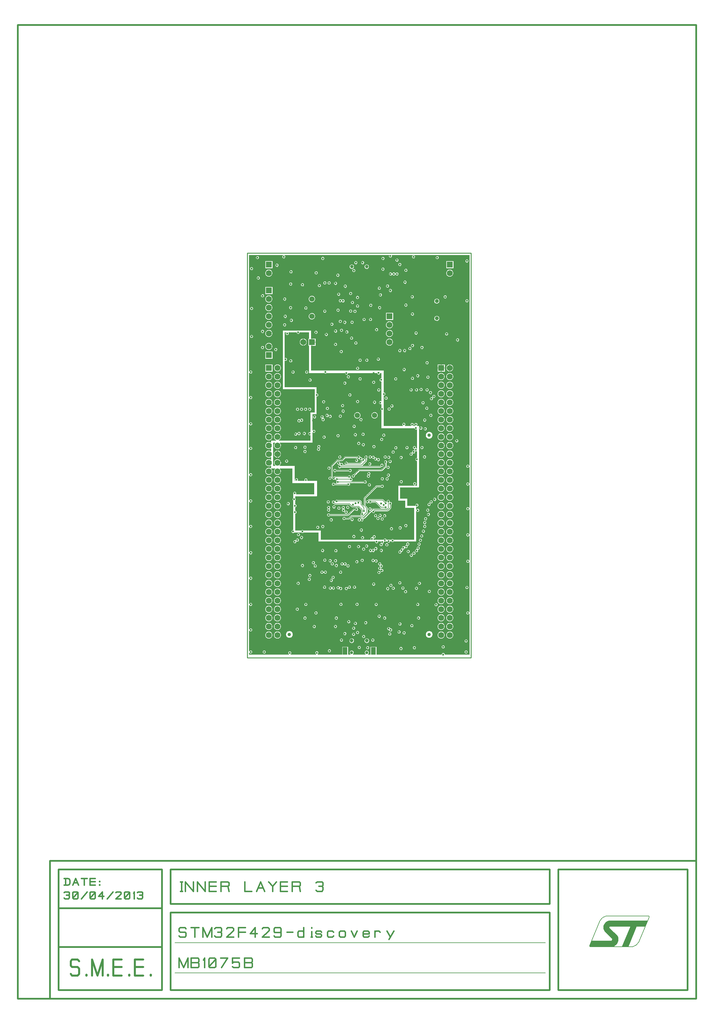
<source format=gbr>
G70*
%FSLAX55Y55*%
%ADD11C,0.01000*%
%ADD12C,0.00650*%
%ADD13C,0.00984*%
%ADD14C,0.05000*%
%ADD15C,0.00591*%
%ADD16C,0.00394*%
%ADD17C,0.00800*%
%ADD18C,0.02000*%
%ADD19R,0.07000X0.07000*%
%ADD20C,0.07000*%
%ADD21C,0.02362*%
%ADD22C,0.06200*%
%ADD23C,0.04600*%
%ADD24R,0.05512X0.08661*%
%ADD25O,0.03543X0.03543*%
%ADD26O,0.03543X0.03543*%
%ADD27C,0.04134*%
%ADD28R,0.07000X0.07000*%
%ADD29C,0.03937*%
%ADD30C,0.02480*%
%ADD31C,0.01500*%
%ADD32C,0.01575*%
D11*
X285882Y415262D02*
X545725Y415262D01*
X545725Y884947*
X285882Y884947*
X285882Y415262*
D12*
X395304Y639797D02*
X396161Y638940D01*
X418457Y638940*
X423680Y644163*
X423680Y648409*
X386304Y623797D02*
X387804Y625297D01*
X404304Y625297*
X403402Y616797D02*
X385804Y616797D01*
X400678Y641248D02*
X400678Y641066D01*
X416827Y641066*
X420732Y644972*
X449472Y596901D02*
X449472Y589143D01*
X448303Y587974*
X431660Y587974*
X421349Y577663*
X417920Y577663*
X415804Y575547*
X385797Y596105D02*
X387777Y594125D01*
X404460Y594125*
X407536Y591049*
X415342Y591049*
X419082Y587309*
X419082Y582121*
X412654Y587745D02*
X409384Y587745D01*
X402811Y581172*
X380179Y581172*
X398148Y577029D02*
X403775Y577029D01*
X406575Y579829*
X420075Y579829*
X424406Y584159*
X424406Y589342*
X422108Y591640*
X422108Y600774*
X435807Y614474*
X442487Y614474*
X415219Y648268D02*
X399395Y648268D01*
X395886Y644758*
X390375Y644758*
X383955Y638338*
X383955Y625948*
X381804Y623797*
X421407Y585717D02*
X421407Y589776D01*
X417772Y593411*
X417772Y596167*
X416394Y597545*
X390223Y597545*
X389571Y596894*
X446695Y590179D02*
X446506Y589990D01*
X441272Y589990*
X434892Y596370*
X428687Y596370*
D13*
X466903Y594513D02*
X464382Y597033D01*
X458126Y597033*
D12*
X389804Y622797D02*
X406181Y622797D01*
X406181Y622297*
X451901Y594387D02*
X451901Y589393D01*
X449142Y586634*
X433656Y586634*
X432222Y585200*
D14*
X486276Y706463D02*
X486276Y704632D01*
X486276Y708569D02*
X486276Y708569D01*
D13*
X348875Y716443D02*
X353205Y716443D01*
X353599Y716443*
X357930Y716443*
X358323Y716443*
X358323Y712506*
X362260Y712506*
D12*
X390804Y619297D02*
X409830Y619297D01*
X409832Y619299*
X422665Y619299*
X422665Y619337*
X442142Y638849D02*
X441856Y638849D01*
X440304Y637297*
X393044Y637297*
X392988Y637242*
X425331Y596433D02*
X425331Y596546D01*
X427296Y598511*
X442827Y598511*
X446564Y594775*
X405274Y632726D02*
X387445Y632726D01*
X446405Y642654D02*
X446405Y637771D01*
X441860Y633225*
X415732Y633225*
X408804Y626297*
D15*
X350804Y785986D02*
X350804Y777608D01*
X360804Y785986D02*
X360804Y777608D01*
X510804Y755986D02*
X510804Y747608D01*
X354993Y781797D02*
X346615Y781797D01*
D16*
X482528Y680472D02*
G75*
G02X479616Y681789I-00976J01719D01*
G01X441394Y681789*
G75*
G02X441189Y681994I00000J00205*
G01X441189Y702452*
G75*
G02X441189Y705610I01190J01579*
G01X441189Y709705*
G75*
G02X441189Y713338I-00779J01817*
G01X441189Y735969*
G75*
G02X441189Y739917I-00103J01974*
G01X441189Y745765*
X440292Y745765*
G75*
G02X436347Y745765I-01973J00128*
G01X403034Y745765*
G75*
G02X399083Y745765I-01976J00057*
G01X378013Y745765*
G75*
G02X374855Y745765I-01579J01190*
G01X357481Y745765*
G75*
G02X357275Y745970I00000J00205*
G01X357275Y777501*
X356508Y777501*
X356508Y786093*
X357275Y786093*
X357275Y793009*
X346904Y793009*
G75*
G02X342971Y793009I-01966J00205*
G01X333739Y793009*
G75*
G02X330728Y793009I-01506J-01281*
G01X329395Y793009*
X329395Y763535*
G75*
G02X329395Y759902I00779J-01817*
G01X329395Y729640*
X366197Y729640*
G75*
G02X366402Y729435I00000J-00205*
G01X366402Y722348*
G75*
G02X366402Y718412I00189J-01968*
G01X366402Y698342*
G75*
G02X366197Y698137I-00205J00000*
G01X361678Y698137*
X361678Y679540*
G75*
G02X361678Y676808I01429J-01366*
G01X361678Y665262*
G75*
G02X361473Y665057I-00205J00000*
G01X323602Y665057*
G75*
G02X320804Y657501I-02798J-03259*
G02X318006Y665057I-00000J04296*
G01X316009Y665057*
X316009Y638301*
X318307Y638301*
G75*
G02X320803Y646093I02497J03496*
G02X323300Y638301I00000J-04296*
G01X340725Y638301*
G75*
G02X340930Y638096I00000J-00205*
G01X340930Y620979*
X341250Y620979*
G75*
G02X344688Y620979I01719J00976*
G01X352004Y620979*
G75*
G02X355603Y620979I01799J00818*
G01X366591Y620979*
G75*
G02X366796Y620774I00000J-00205*
G01X366796Y603057*
G75*
G02X366591Y602852I-00205J00000*
G01X341599Y602852*
X341599Y600790*
G75*
G02X341599Y597804I-01296J-01493*
G01X341599Y593752*
G75*
G02X341599Y589843I-00296J-01955*
G01X341599Y586252*
G75*
G02X341599Y582343I-00296J-01955*
G01X341599Y563498*
X348675Y563498*
G75*
G02X351043Y563498I01184J-01583*
G01X370922Y563498*
G75*
G02X371127Y563293I00000J-00205*
G01X371127Y552868*
X428818Y552868*
G75*
G02X431184Y555444I01862J00664*
G02X434572Y557161I01942J00369*
G02X432622Y553902I-01446J-01348*
G02X432542Y552868I-01942J-00369*
G01X443792Y552868*
G75*
G02X447380Y552868I01794J-00830*
G01X453187Y552868*
G75*
G02X455658Y552868I01236J-01543*
G01X479384Y552868*
X479384Y589437*
X469208Y589437*
G75*
G02X469003Y589642I00000J00205*
G01X469003Y597671*
X461079Y597671*
G75*
G02X460874Y597877I00000J00205*
G01X460874Y615262*
G75*
G02X461079Y615467I00205J00000*
G01X479888Y615467*
G75*
G02X480178Y619399I00290J01955*
G02X480469Y615467I00000J-01977*
G01X482528Y615467*
X482528Y643611*
G75*
G02X482528Y647543I00205J01966*
G01X482528Y654972*
G75*
G02X480648Y654933I-00976J01719*
G02X477850Y652506I-01852J-00691*
G02X476985Y653448I-01810J-00794*
G02X479700Y656000I01811J00794*
G02X479699Y657381I01852J00691*
G02X481632Y658666I00081J01975*
G02X482528Y658410I-00081J-01976*
G01X482528Y680472*
X453021Y592758D02*
X453021Y589398D01*
G75*
G02X452693Y588600I-01121J-00005*
G01X449934Y585841*
G75*
G02X449137Y585513I-00792J00793*
G01X434174Y585513*
G75*
G02X430257Y584986I-01952J-00313*
G01X422142Y576871*
G75*
G02X421344Y576543I-00792J00793*
G01X420636Y576543*
G75*
G02X417366Y574336I-01708J-00995*
G02X416163Y577491I-01562J01211*
G01X417127Y578456*
G75*
G02X417514Y578708I00793J-00793*
G01X407039Y578708*
X404567Y576236*
G75*
G02X403770Y575908I-00792J00793*
G01X399777Y575908*
G75*
G02X399777Y578149I-01628J01121*
G01X403310Y578149*
X405782Y580621*
G75*
G02X406580Y580949I00792J-00793*
G01X417490Y580949*
G75*
G02X417961Y583749I01592J01172*
G01X417961Y586845*
X414877Y589928*
X407541Y589928*
G75*
G02X406744Y590257I-00005J01121*
G01X403996Y593004*
X387782Y593004*
G75*
G02X386985Y593332I-00005J01121*
G01X386156Y594161*
G75*
G02X387595Y596927I-00359J01944*
G02X390447Y598666I01977J-00033*
G01X416389Y598666*
G75*
G02X417187Y598338I00005J-01121*
G01X418565Y596960*
G75*
G02X418893Y596162I-00793J-00792*
G01X418893Y593876*
X420987Y591781*
X420987Y600769*
G75*
G02X421315Y601567I01121J00005*
G01X435015Y615266*
G75*
G02X435813Y615594I00792J-00793*
G01X440859Y615594*
G75*
G02X440859Y613353I01628J-01121*
G01X436272Y613353*
X423229Y600310*
X423229Y592104*
X425198Y590134*
G75*
G02X425527Y589337I-00793J-00792*
G01X425527Y584164*
G75*
G02X425198Y583367I-01121J-00005*
G01X420868Y579036*
G75*
G02X420481Y578784I-00793J00793*
G01X420885Y578784*
X428227Y586126*
G75*
G02X430197Y588096I-00006J01977*
G01X430868Y588767*
G75*
G02X431665Y589095I00792J-00793*
G01X440598Y589095*
G75*
G02X440480Y589197I00675J00896*
G01X434428Y595249*
X430315Y595249*
G75*
G02X426989Y595357I-01628J01121*
G02X425592Y598392I-01658J01076*
G01X426504Y599304*
G75*
G02X427301Y599632I00792J-00793*
G01X442822Y599632*
G75*
G02X443620Y599304I00005J-01121*
G01X446205Y596719*
G75*
G02X447537Y596495I00359J-01944*
G02X451350Y596285I01935J00406*
G02X453021Y592758I00551J-01899*
G01X441553Y636962D02*
X441096Y636505D01*
G75*
G02X440299Y636176I-00792J00793*
G01X394653Y636176*
G75*
G02X393430Y639168I-01665J01065*
G02X393327Y639809I01875J00629*
G02X390173Y642054I-01344J01449*
G02X393959Y641246I01810J-00796*
G02X397263Y640061I01344J-01449*
G01X399098Y640061*
G75*
G02X402417Y642187I01580J01187*
G01X416362Y642187*
X418788Y644613*
G75*
G02X418764Y644783I01945J00359*
G02X415708Y646352I-01081J01655*
G02X413591Y647147I-00489J01915*
G01X399860Y647147*
X396678Y643965*
G75*
G02X395880Y643637I-00792J00793*
G01X390839Y643637*
X385076Y637873*
X385076Y625953*
G75*
G02X384747Y625156I-01121J-00005*
G01X383748Y624156*
G75*
G02X382163Y625741I-01944J-00359*
G01X382834Y626413*
X382834Y638333*
G75*
G02X383162Y639130I01121J00005*
G01X389583Y645550*
G75*
G02X390380Y645878I00792J-00793*
G01X395421Y645878*
X398603Y649060*
G75*
G02X399401Y649388I00792J-00793*
G01X413591Y649388*
G75*
G02X417194Y648354I01628J-01121*
G02X419651Y646627I00489J-01915*
G02X422560Y645726I01081J-01655*
G01X422560Y646780*
G75*
G02X424801Y646780I01121J01628*
G01X424801Y644168*
G75*
G02X424473Y643371I-01121J-00005*
G01X419520Y638418*
X439839Y638418*
X440168Y638746*
G75*
G02X443703Y640062I01974J00103*
G02X441553Y636962I-01561J-01212*
G01X421063Y618178D02*
X409893Y618178D01*
G75*
G02X409825Y618176I-00063J01121*
G01X404818Y618176*
G75*
G02X401773Y615676I-01416J-01379*
G01X387432Y615676*
G75*
G02X387432Y617918I-01628J01121*
G01X389388Y617918*
G75*
G02X389562Y620835I01416J01379*
G02X387842Y622555I00242J01962*
G02X386663Y625741I-01538J01242*
G01X387011Y626090*
G75*
G02X387809Y626418I00792J-00793*
G01X402675Y626418*
G75*
G02X405989Y624265I01628J-01121*
G02X406793Y620418I00191J-01967*
G01X409770Y620418*
G75*
G02X409837Y620420I00063J-01121*
G01X421011Y620420*
G75*
G02X421063Y618178I01654J-01083*
G01X447526Y641025D02*
X447526Y637776D01*
G75*
G02X447198Y636978I-01121J-00005*
G01X442652Y632433*
G75*
G02X441855Y632105I-00792J00793*
G01X416196Y632105*
X410748Y626656*
G75*
G02X409163Y628241I-01944J-00359*
G01X414939Y634018*
G75*
G02X415737Y634346I00792J-00793*
G01X441396Y634346*
X445285Y638235*
X445285Y641025*
G75*
G02X447526Y641025I01121J01628*
G01X411026Y588866D02*
G75*
G02X411026Y586624I01628J-01121D01*
G01X409848Y586624*
X403603Y580380*
G75*
G02X402806Y580051I-00792J00793*
G01X381807Y580051*
G75*
G02X381807Y582293I-01628J01121*
G01X402347Y582293*
X408591Y588537*
G75*
G02X409389Y588866I00792J-00793*
G01X411026Y588866*
X346516Y781797D02*
G75*
G03X355091Y781797I04287J00000D01*
G03X346516Y781797I-04287J00000*
G01X316516Y651797D02*
G75*
G03X325091Y651797I04287J00000D01*
G03X316516Y651797I-04287J00000*
G01X403645Y633847D02*
G75*
G02X403645Y631606I01628J-01121D01*
G01X389073Y631606*
G75*
G02X389073Y633847I-01628J01121*
G01X403645Y633847*
X409661Y696777D02*
G75*
G03X417452Y696777I03896J00000D01*
G03X409661Y696777I-03896J00000*
G01X429661Y696777D02*
G75*
G03X437452Y696777I03896J00000D01*
G03X429661Y696777I-03896J00000*
G01X436595Y646735D02*
G75*
G02X436106Y644607I01362J-01433D01*
G02X432786Y646312I-01362J01433*
G02X430134Y647342I-00829J01795*
G02X430293Y649173I-01664J01067*
G02X433915Y647835I01664J-01067*
G02X436595Y646735I00829J-01795*
G01X399409Y585870D02*
G75*
G02X402251Y583184I01221J-01554D01*
G02X398750Y584926I-01621J01131*
G02X396274Y588008I-01221J01554*
G02X398541Y588178I01013J01698*
G02X399409Y585870I-01013J-01698*
G01X380371Y696585D02*
G75*
G02X383930Y694925I01682J-01038D01*
G02X380084Y695720I-01876J00622*
G02X376526Y697380I-01682J01038*
G02X380371Y696585I01876J-00622*
G01X374267Y693745D02*
G75*
G02X374663Y689962I-00338J-01948D01*
G02X372341Y692974I-00734J01835*
G02X371944Y696757I00338J01948*
G02X374267Y693745I00734J-01835*
G01X369910Y658831D02*
G75*
G02X367578Y659104I-01351J-01443D01*
G02X369910Y658831I01351J01443*
G01X427994Y627420D02*
G75*
G02X425466Y627888I-01537J-01242D01*
G02X427994Y627420I01537J01242*
G01X381618Y588274D02*
G75*
G02X378989Y588274I-01314J-01477D01*
G02X381618Y588274I01314J01477*
G01X453157Y654156D02*
G75*
G03X457110Y654156I01977J00000D01*
G03X453157Y654156I-01977J00000*
G01X337055Y746955D02*
G75*
G03X341009Y746955I01977J00000D01*
G03X337055Y746955I-01977J00000*
G01X407577Y556172D02*
G75*
G03X411530Y556172I01977J00000D01*
G03X407577Y556172I-01977J00000*
G01X430862Y660511D02*
G75*
G03X434816Y660511I01977J00000D01*
G03X430862Y660511I-01977J00000*
G01X451216Y565161D02*
G75*
G03X455170Y565161I01977J00000D01*
G03X451216Y565161I-01977J00000*
G01X411859Y712827D02*
G75*
G03X415813Y712827I01977J00000D01*
G03X411859Y712827I-01977J00000*
G01X462429Y647865D02*
G75*
G03X466383Y647865I01977J00000D01*
G03X462429Y647865I-01977J00000*
G01X443955Y648409D02*
G75*
G03X447908Y648409I01977J00000D01*
G03X443955Y648409I-01977J00000*
G01X462577Y619797D02*
G75*
G03X466530Y619797I01977J00000D01*
G03X462577Y619797I-01977J00000*
G01X425638Y616049D02*
G75*
G03X429591Y616049I01977J00000D01*
G03X425638Y616049I-01977J00000*
G01X372488Y712506D02*
G75*
G03X376442Y712506I01977J00000D01*
G03X372488Y712506I-01977J00000*
G01X391827Y695797D02*
G75*
G03X395780Y695797I01977J00000D01*
G03X391827Y695797I-01977J00000*
G01X373071Y671461D02*
G75*
G03X377025Y671461I01977J00000D01*
G03X373071Y671461I-01977J00000*
G01X394452Y708047D02*
G75*
G03X398405Y708047I01977J00000D01*
G03X394452Y708047I-01977J00000*
G01X356740Y737703D02*
G75*
G03X360694Y737703I01977J00000D01*
G03X356740Y737703I-01977J00000*
G01X435617Y577087D02*
G75*
G03X439571Y577087I01977J00000D01*
G03X435617Y577087I-01977J00000*
G01X418327Y674797D02*
G75*
G03X422280Y674797I01977J00000D01*
G03X418327Y674797I-01977J00000*
G01X446152Y623015D02*
G75*
G03X450105Y623015I01977J00000D01*
G03X446152Y623015I-01977J00000*
G01X403000Y720380D02*
G75*
G03X406954Y720380I01977J00000D01*
G03X403000Y720380I-01977J00000*
G01X376827Y704797D02*
G75*
G03X380780Y704797I01977J00000D01*
G03X376827Y704797I-01977J00000*
G01X407921Y683963D02*
G75*
G03X411875Y683963I01977J00000D01*
G03X407921Y683963I-01977J00000*
G01X447717Y627374D02*
G75*
G03X451670Y627374I01977J00000D01*
G03X447717Y627374I-01977J00000*
G01X340008Y659356D02*
G75*
G03X343962Y659356I01977J00000D01*
G03X340008Y659356I-01977J00000*
G01X395126Y701679D02*
G75*
G03X399080Y701679I01977J00000D01*
G03X395126Y701679I-01977J00000*
G01X418551Y662637D02*
G75*
G03X422505Y662637I01977J00000D01*
G03X418551Y662637I-01977J00000*
G01X443327Y580214D02*
G75*
G03X447281Y580214I01977J00000D01*
G03X443327Y580214I-01977J00000*
G01X436465Y726285D02*
G75*
G03X440418Y726285I01977J00000D01*
G03X436465Y726285I-01977J00000*
G01X390205Y589088D02*
G75*
G03X394158Y589088I01977J00000D01*
G03X390205Y589088I-01977J00000*
G01X467961Y568805D02*
G75*
G03X471914Y568805I01977J00000D01*
G03X467961Y568805I-01977J00000*
G01X391281Y648384D02*
G75*
G03X395234Y648384I01977J00000D01*
G03X391281Y648384I-01977J00000*
G01X469242Y659226D02*
G75*
G03X473196Y659226I01977J00000D01*
G03X469242Y659226I-01977J00000*
G01X378720Y635533D02*
G75*
G03X382674Y635533I01977J00000D01*
G03X378720Y635533I-01977J00000*
G01X410763Y644564D02*
G75*
G03X414716Y644564I01977J00000D01*
G03X410763Y644564I-01977J00000*
G01X432851Y580277D02*
G75*
G03X436804Y580277I01977J00000D01*
G03X432851Y580277I-01977J00000*
G01X334369Y760006D02*
G75*
G03X338322Y760006I01977J00000D01*
G03X334369Y760006I-01977J00000*
G01X447327Y636403D02*
G75*
G03X451280Y636403I01977J00000D01*
G03X447327Y636403I-01977J00000*
G01X430559Y735144D02*
G75*
G03X434513Y735144I01977J00000D01*
G03X430559Y735144I-01977J00000*
G01X377827Y596297D02*
G75*
G03X381780Y596297I01977J00000D01*
G03X377827Y596297I-01977J00000*
G01X329575Y643608D02*
G75*
G03X333528Y643608I01977J00000D01*
G03X329575Y643608I-01977J00000*
G01X461327Y566172D02*
G75*
G03X465280Y566172I01977J00000D01*
G03X461327Y566172I-01977J00000*
G01X442289Y673739D02*
G75*
G03X446243Y673739I01977J00000D01*
G03X442289Y673739I-01977J00000*
G01X400441Y590065D02*
G75*
G03X404395Y590065I01977J00000D01*
G03X400441Y590065I-01977J00000*
G01X350827Y654797D02*
G75*
G03X354780Y654797I01977J00000D01*
G03X350827Y654797I-01977J00000*
G01X371504Y567821D02*
G75*
G03X375458Y567821I01977J00000D01*
G03X371504Y567821I-01977J00000*
G01X438031Y580566D02*
G75*
G03X441985Y580566I01977J00000D01*
G03X438031Y580566I-01977J00000*
G01X415795Y691837D02*
G75*
G03X419749Y691837I01977J00000D01*
G03X415795Y691837I-01977J00000*
G01X439827Y668797D02*
G75*
G03X443780Y668797I01977J00000D01*
G03X439827Y668797I-01977J00000*
G01X416327Y563672D02*
G75*
G03X420280Y563672I01977J00000D01*
G03X416327Y563672I-01977J00000*
G01X431626Y711963D02*
G75*
G03X435579Y711963I01977J00000D01*
G03X431626Y711963I-01977J00000*
G01X384495Y590592D02*
G75*
G03X388449Y590592I01977J00000D01*
G03X384495Y590592I-01977J00000*
G01X361952Y694922D02*
G75*
G03X365905Y694922I01977J00000D01*
G03X361952Y694922I-01977J00000*
G01X401178Y741431D02*
G75*
G03X405132Y741431I01977J00000D01*
G03X401178Y741431I-01977J00000*
G01X426100Y640411D02*
G75*
G03X430054Y640411I01977J00000D01*
G03X426100Y640411I-01977J00000*
G01X440460Y576472D02*
G75*
G03X444414Y576472I01977J00000D01*
G03X440460Y576472I-01977J00000*
G01X449710Y643228D02*
G75*
G03X453663Y643228I01977J00000D01*
G03X449710Y643228I-01977J00000*
G01X405527Y575897D02*
G75*
G03X409481Y575897I01977J00000D01*
G03X405527Y575897I-01977J00000*
G01X440639Y623106D02*
G75*
G03X444592Y623106I01977J00000D01*
G03X440639Y623106I-01977J00000*
G01X417669Y554845D02*
G75*
G03X421623Y554845I01977J00000D01*
G03X417669Y554845I-01977J00000*
G01X365702Y566797D02*
G75*
G03X369655Y566797I01977J00000D01*
G03X365702Y566797I-01977J00000*
G01X397095Y734159D02*
G75*
G03X401048Y734159I01977J00000D01*
G03X397095Y734159I-01977J00000*
G01X389221Y673136D02*
G75*
G03X393174Y673136I01977J00000D01*
G03X389221Y673136I-01977J00000*
G01X413230Y664180D02*
G75*
G03X417183Y664180I01977J00000D01*
G03X413230Y664180I-01977J00000*
G01X350827Y659797D02*
G75*
G03X354780Y659797I01977J00000D01*
G03X350827Y659797I-01977J00000*
G01X414811Y739081D02*
G75*
G03X418765Y739081I01977J00000D01*
G03X414811Y739081I-01977J00000*
G01X448077Y648043D02*
G75*
G03X452031Y648043I01977J00000D01*
G03X448077Y648043I-01977J00000*
G01X352803Y746955D02*
G75*
G03X356757Y746955I01977J00000D01*
G03X352803Y746955I-01977J00000*
G01X409327Y674297D02*
G75*
G03X413280Y674297I01977J00000D01*
G03X409327Y674297I-01977J00000*
G01X456327Y659032D02*
G75*
G03X460280Y659032I01977J00000D01*
G03X456327Y659032I-01977J00000*
G01X381327Y575547D02*
G75*
G03X385280Y575547I01977J00000D01*
G03X381327Y575547I-01977J00000*
G01X371127Y552965D02*
X419036Y552965D01*
X420257Y552965D02*
X428786Y552965D01*
X432574Y552965D02*
X443840Y552965D01*
X447332Y552965D02*
X453319Y552965D01*
X455527Y552965D02*
X479384Y552965D01*
X371127Y553259D02*
X418467Y553259D01*
X420826Y553259D02*
X428722Y553259D01*
X432638Y553259D02*
X444031Y553259D01*
X447141Y553259D02*
X454012Y553259D01*
X454833Y553259D02*
X479384Y553259D01*
X371127Y553553D02*
X418151Y553553D01*
X421142Y553553D02*
X428703Y553553D01*
X432657Y553553D02*
X444316Y553553D01*
X446857Y553553D02*
X479384Y553553D01*
X371127Y553846D02*
X417940Y553846D01*
X421352Y553846D02*
X428728Y553846D01*
X432632Y553846D02*
X432925Y553846D01*
X433327Y553846D02*
X444787Y553846D01*
X446386Y553846D02*
X479384Y553846D01*
X371127Y554140D02*
X417799Y554140D01*
X421493Y554140D02*
X428799Y554140D01*
X434180Y554140D02*
X479384Y554140D01*
X371127Y554434D02*
X408613Y554434D01*
X410495Y554434D02*
X417713Y554434D01*
X421580Y554434D02*
X428921Y554434D01*
X434543Y554434D02*
X479384Y554434D01*
X371127Y554727D02*
X408204Y554727D01*
X410903Y554727D02*
X417673Y554727D01*
X421619Y554727D02*
X429105Y554727D01*
X434779Y554727D02*
X479384Y554727D01*
X371127Y555021D02*
X407947Y555021D01*
X411161Y555021D02*
X417677Y555021D01*
X421615Y555021D02*
X429379Y555021D01*
X434938Y555021D02*
X479384Y555021D01*
X371127Y555315D02*
X407772Y555315D01*
X411335Y555315D02*
X417726Y555315D01*
X421566Y555315D02*
X429825Y555315D01*
X435039Y555315D02*
X479384Y555315D01*
X371127Y555609D02*
X407659Y555609D01*
X411448Y555609D02*
X417823Y555609D01*
X421470Y555609D02*
X431160Y555609D01*
X435093Y555609D02*
X479384Y555609D01*
X371127Y555902D02*
X407595Y555902D01*
X411512Y555902D02*
X417976Y555902D01*
X421317Y555902D02*
X431152Y555902D01*
X435101Y555902D02*
X479384Y555902D01*
X371127Y556196D02*
X407577Y556196D01*
X411530Y556196D02*
X418203Y556196D01*
X421090Y556196D02*
X431187Y556196D01*
X435066Y556196D02*
X479384Y556196D01*
X371127Y556490D02*
X407603Y556490D01*
X411505Y556490D02*
X418549Y556490D01*
X420743Y556490D02*
X431269Y556490D01*
X434984Y556490D02*
X479384Y556490D01*
X371127Y556783D02*
X407674Y556783D01*
X411434Y556783D02*
X419257Y556783D01*
X420036Y556783D02*
X431404Y556783D01*
X434849Y556783D02*
X479384Y556783D01*
X371127Y557077D02*
X407796Y557077D01*
X411311Y557077D02*
X431607Y557077D01*
X434646Y557077D02*
X479384Y557077D01*
X371127Y557371D02*
X407982Y557371D01*
X411126Y557371D02*
X431910Y557371D01*
X434343Y557371D02*
X479384Y557371D01*
X371127Y557664D02*
X408257Y557664D01*
X410850Y557664D02*
X432434Y557664D01*
X433819Y557664D02*
X479384Y557664D01*
X371127Y557958D02*
X408706Y557958D01*
X410401Y557958D02*
X479384Y557958D01*
X371127Y558252D02*
X479384Y558252D01*
X371127Y558546D02*
X479384Y558546D01*
X371127Y558839D02*
X479384Y558839D01*
X371127Y559133D02*
X479384Y559133D01*
X371127Y559427D02*
X479384Y559427D01*
X371127Y559720D02*
X479384Y559720D01*
X371127Y560014D02*
X479384Y560014D01*
X371127Y560308D02*
X479384Y560308D01*
X371127Y560601D02*
X479384Y560601D01*
X371127Y560895D02*
X479384Y560895D01*
X371127Y561189D02*
X479384Y561189D01*
X371127Y561483D02*
X479384Y561483D01*
X371127Y561776D02*
X417744Y561776D01*
X418863Y561776D02*
X479384Y561776D01*
X371127Y562070D02*
X417146Y562070D01*
X419462Y562070D02*
X479384Y562070D01*
X371127Y562364D02*
X416822Y562364D01*
X419785Y562364D02*
X479384Y562364D01*
X371127Y562657D02*
X416607Y562657D01*
X420000Y562657D02*
X479384Y562657D01*
X371127Y562951D02*
X416463Y562951D01*
X420144Y562951D02*
X479384Y562951D01*
X371127Y563245D02*
X416374Y563245D01*
X420234Y563245D02*
X452707Y563245D01*
X453679Y563245D02*
X479384Y563245D01*
X341599Y563539D02*
X348731Y563539D01*
X350987Y563539D02*
X416331Y563539D01*
X420276Y563539D02*
X452064Y563539D01*
X454323Y563539D02*
X479384Y563539D01*
X341599Y563832D02*
X349376Y563832D01*
X350341Y563832D02*
X416333Y563832D01*
X420274Y563832D02*
X451730Y563832D01*
X454657Y563832D02*
X479384Y563832D01*
X341599Y564126D02*
X416380Y564126D01*
X420228Y564126D02*
X451509Y564126D01*
X454877Y564126D02*
X479384Y564126D01*
X341599Y564420D02*
X416474Y564420D01*
X420134Y564420D02*
X451361Y564420D01*
X455026Y564420D02*
X462389Y564420D01*
X464218Y564420D02*
X479384Y564420D01*
X341599Y564713D02*
X416623Y564713D01*
X419984Y564713D02*
X451268Y564713D01*
X455119Y564713D02*
X461970Y564713D01*
X464638Y564713D02*
X479384Y564713D01*
X341599Y565007D02*
X366840Y565007D01*
X368517Y565007D02*
X416846Y565007D01*
X419762Y565007D02*
X451222Y565007D01*
X455164Y565007D02*
X461707Y565007D01*
X464901Y565007D02*
X479384Y565007D01*
X341599Y565301D02*
X366387Y565301D01*
X368970Y565301D02*
X417183Y565301D01*
X419424Y565301D02*
X451221Y565301D01*
X455165Y565301D02*
X461529Y565301D01*
X465078Y565301D02*
X479384Y565301D01*
X341599Y565594D02*
X366110Y565594D01*
X369247Y565594D02*
X417843Y565594D01*
X418765Y565594D02*
X451265Y565594D01*
X455122Y565594D02*
X461413Y565594D01*
X465194Y565594D02*
X479384Y565594D01*
X341599Y565888D02*
X365923Y565888D01*
X369434Y565888D02*
X373066Y565888D01*
X373896Y565888D02*
X451355Y565888D01*
X455031Y565888D02*
X461347Y565888D01*
X465260Y565888D02*
X479384Y565888D01*
X341599Y566182D02*
X365800Y566182D01*
X369557Y566182D02*
X372376Y566182D01*
X374586Y566182D02*
X451501Y566182D01*
X454886Y566182D02*
X461327Y566182D01*
X465280Y566182D02*
X479384Y566182D01*
X341599Y566476D02*
X365728Y566476D01*
X369629Y566476D02*
X372032Y566476D01*
X374929Y566476D02*
X451717Y566476D01*
X454670Y566476D02*
X461350Y566476D01*
X465257Y566476D02*
X479384Y566476D01*
X341599Y566769D02*
X365702Y566769D01*
X369655Y566769D02*
X371807Y566769D01*
X375155Y566769D02*
X452044Y566769D01*
X454343Y566769D02*
X461419Y566769D01*
X465188Y566769D02*
X479384Y566769D01*
X341599Y567063D02*
X365720Y567063D01*
X369637Y567063D02*
X371655Y567063D01*
X375307Y567063D02*
X452655Y567063D01*
X453732Y567063D02*
X461539Y567063D01*
X465068Y567063D02*
X469003Y567063D01*
X470872Y567063D02*
X479384Y567063D01*
X341599Y567357D02*
X365783Y567357D01*
X369575Y567357D02*
X371559Y567357D01*
X375402Y567357D02*
X461721Y567357D01*
X464886Y567357D02*
X468592Y567357D01*
X471283Y567357D02*
X479384Y567357D01*
X341599Y567650D02*
X365895Y567650D01*
X369462Y567650D02*
X371511Y567650D01*
X375450Y567650D02*
X461991Y567650D01*
X464616Y567650D02*
X468333Y567650D01*
X471542Y567650D02*
X479384Y567650D01*
X341599Y567944D02*
X366069Y567944D01*
X369289Y567944D02*
X371508Y567944D01*
X375454Y567944D02*
X462427Y567944D01*
X464180Y567944D02*
X468158Y567944D01*
X471717Y567944D02*
X479384Y567944D01*
X341599Y568238D02*
X366325Y568238D01*
X369032Y568238D02*
X371549Y568238D01*
X375413Y568238D02*
X468044Y568238D01*
X471831Y568238D02*
X479384Y568238D01*
X341599Y568531D02*
X366730Y568531D01*
X368627Y568531D02*
X371636Y568531D01*
X375325Y568531D02*
X467980Y568531D01*
X471895Y568531D02*
X479384Y568531D01*
X341599Y568825D02*
X371778Y568825D01*
X375183Y568825D02*
X467961Y568825D01*
X471914Y568825D02*
X479384Y568825D01*
X341599Y569119D02*
X371990Y569119D01*
X374972Y569119D02*
X467986Y569119D01*
X471889Y569119D02*
X479384Y569119D01*
X341599Y569413D02*
X372309Y569413D01*
X374653Y569413D02*
X468056Y569413D01*
X471819Y569413D02*
X479384Y569413D01*
X341599Y569706D02*
X372887Y569706D01*
X374075Y569706D02*
X468178Y569706D01*
X471697Y569706D02*
X479384Y569706D01*
X341599Y570000D02*
X468363Y570000D01*
X471512Y570000D02*
X479384Y570000D01*
X341599Y570294D02*
X468637Y570294D01*
X471238Y570294D02*
X479384Y570294D01*
X341599Y570587D02*
X469082Y570587D01*
X470793Y570587D02*
X479384Y570587D01*
X341599Y570881D02*
X479384Y570881D01*
X341599Y571175D02*
X479384Y571175D01*
X341599Y571468D02*
X479384Y571468D01*
X341599Y571762D02*
X479384Y571762D01*
X341599Y572056D02*
X479384Y572056D01*
X341599Y572350D02*
X479384Y572350D01*
X341599Y572643D02*
X479384Y572643D01*
X341599Y572937D02*
X479384Y572937D01*
X341599Y573231D02*
X479384Y573231D01*
X341599Y573524D02*
X479384Y573524D01*
X341599Y573818D02*
X382346Y573818D01*
X384262Y573818D02*
X414846Y573818D01*
X416762Y573818D02*
X417971Y573818D01*
X419886Y573818D02*
X479384Y573818D01*
X341599Y574112D02*
X381945Y574112D01*
X384663Y574112D02*
X406656Y574112D01*
X408352Y574112D02*
X414445Y574112D01*
X417163Y574112D02*
X417570Y574112D01*
X420288Y574112D02*
X479384Y574112D01*
X341599Y574405D02*
X381690Y574405D01*
X384917Y574405D02*
X406207Y574405D01*
X408801Y574405D02*
X414190Y574405D01*
X420542Y574405D02*
X479384Y574405D01*
X341599Y574699D02*
X381518Y574699D01*
X385089Y574699D02*
X405932Y574699D01*
X409076Y574699D02*
X414018Y574699D01*
X420714Y574699D02*
X441562Y574699D01*
X443311Y574699D02*
X479384Y574699D01*
X341599Y574993D02*
X381406Y574993D01*
X385201Y574993D02*
X405746Y574993D01*
X409262Y574993D02*
X413906Y574993D01*
X420826Y574993D02*
X441125Y574993D01*
X443748Y574993D02*
X479384Y574993D01*
X341599Y575287D02*
X381344Y575287D01*
X385263Y575287D02*
X397214Y575287D01*
X399082Y575287D02*
X405624Y575287D01*
X409384Y575287D02*
X413844Y575287D01*
X420888Y575287D02*
X436777Y575287D01*
X438411Y575287D02*
X440855Y575287D01*
X444019Y575287D02*
X479384Y575287D01*
X341599Y575580D02*
X381327Y575580D01*
X385280Y575580D02*
X396803Y575580D01*
X399493Y575580D02*
X405553Y575580D01*
X409455Y575580D02*
X413827Y575580D01*
X420905Y575580D02*
X436314Y575580D01*
X438874Y575580D02*
X440672Y575580D01*
X444201Y575580D02*
X479384Y575580D01*
X341599Y575874D02*
X381354Y575874D01*
X385253Y575874D02*
X396544Y575874D01*
X399753Y575874D02*
X405527Y575874D01*
X409480Y575874D02*
X413854Y575874D01*
X420878Y575874D02*
X436033Y575874D01*
X439155Y575874D02*
X440553Y575874D01*
X444321Y575874D02*
X479384Y575874D01*
X341599Y576168D02*
X381427Y576168D01*
X385181Y576168D02*
X396369Y576168D01*
X404492Y576168D02*
X405546Y576168D01*
X409462Y576168D02*
X413927Y576168D01*
X420806Y576168D02*
X435844Y576168D01*
X439344Y576168D02*
X440484Y576168D01*
X444390Y576168D02*
X479384Y576168D01*
X341599Y576461D02*
X381551Y576461D01*
X385056Y576461D02*
X396255Y576461D01*
X404792Y576461D02*
X405609Y576461D01*
X409398Y576461D02*
X414051Y576461D01*
X420681Y576461D02*
X435719Y576461D01*
X439469Y576461D02*
X440460Y576461D01*
X444413Y576461D02*
X479384Y576461D01*
X341599Y576755D02*
X381739Y576755D01*
X384868Y576755D02*
X396191Y576755D01*
X405086Y576755D02*
X405723Y576755D01*
X409285Y576755D02*
X414239Y576755D01*
X422006Y576755D02*
X435645Y576755D01*
X439543Y576755D02*
X440480Y576755D01*
X444393Y576755D02*
X479384Y576755D01*
X341599Y577049D02*
X382018Y577049D01*
X384589Y577049D02*
X396172Y577049D01*
X405380Y577049D02*
X405897Y577049D01*
X409111Y577049D02*
X414518Y577049D01*
X422319Y577049D02*
X435617Y577049D01*
X439570Y577049D02*
X440546Y577049D01*
X444327Y577049D02*
X479384Y577049D01*
X341599Y577342D02*
X382476Y577342D01*
X384131Y577342D02*
X396197Y577342D01*
X405673Y577342D02*
X406155Y577342D01*
X408853Y577342D02*
X414977Y577342D01*
X422613Y577342D02*
X435634Y577342D01*
X439554Y577342D02*
X440662Y577342D01*
X444211Y577342D02*
X479384Y577342D01*
X341599Y577636D02*
X396267Y577636D01*
X405967Y577636D02*
X406564Y577636D01*
X408444Y577636D02*
X416308Y577636D01*
X422907Y577636D02*
X435695Y577636D01*
X439493Y577636D02*
X440839Y577636D01*
X444034Y577636D02*
X479384Y577636D01*
X341599Y577930D02*
X396389Y577930D01*
X406261Y577930D02*
X416601Y577930D01*
X423201Y577930D02*
X435806Y577930D01*
X439382Y577930D02*
X441102Y577930D01*
X443772Y577930D02*
X479384Y577930D01*
X341599Y578224D02*
X396574Y578224D01*
X399723Y578224D02*
X403385Y578224D01*
X406554Y578224D02*
X416895Y578224D01*
X423494Y578224D02*
X435977Y578224D01*
X439211Y578224D02*
X441521Y578224D01*
X443353Y578224D02*
X479384Y578224D01*
X341599Y578517D02*
X396848Y578517D01*
X399449Y578517D02*
X403678Y578517D01*
X406848Y578517D02*
X417194Y578517D01*
X423788Y578517D02*
X433926Y578517D01*
X435729Y578517D02*
X436230Y578517D01*
X438958Y578517D02*
X444289Y578517D01*
X446319Y578517D02*
X479384Y578517D01*
X341599Y578811D02*
X397294Y578811D01*
X399003Y578811D02*
X403972Y578811D01*
X420544Y578811D02*
X420912Y578811D01*
X424082Y578811D02*
X433501Y578811D01*
X436154Y578811D02*
X436627Y578811D01*
X438561Y578811D02*
X439099Y578811D01*
X440917Y578811D02*
X443911Y578811D01*
X446697Y578811D02*
X479384Y578811D01*
X341599Y579105D02*
X404266Y579105D01*
X420936Y579105D02*
X421206Y579105D01*
X424375Y579105D02*
X433235Y579105D01*
X436419Y579105D02*
X438677Y579105D01*
X441339Y579105D02*
X443668Y579105D01*
X446941Y579105D02*
X479384Y579105D01*
X341599Y579398D02*
X379306Y579398D01*
X381051Y579398D02*
X404559Y579398D01*
X421230Y579398D02*
X421499Y579398D01*
X424669Y579398D02*
X433056Y579398D01*
X436598Y579398D02*
X438413Y579398D01*
X441603Y579398D02*
X443503Y579398D01*
X447105Y579398D02*
X479384Y579398D01*
X341599Y579692D02*
X378869Y579692D01*
X381489Y579692D02*
X404853Y579692D01*
X421523Y579692D02*
X421793Y579692D01*
X424963Y579692D02*
X432939Y579692D01*
X436716Y579692D02*
X438235Y579692D01*
X441781Y579692D02*
X443397Y579692D01*
X447211Y579692D02*
X479384Y579692D01*
X341599Y579986D02*
X378598Y579986D01*
X381760Y579986D02*
X405147Y579986D01*
X421817Y579986D02*
X422087Y579986D01*
X425256Y579986D02*
X432872Y579986D01*
X436783Y579986D02*
X438118Y579986D01*
X441897Y579986D02*
X443341Y579986D01*
X447268Y579986D02*
X479384Y579986D01*
X341599Y580279D02*
X378415Y580279D01*
X403488Y580279D02*
X405441Y580279D01*
X422111Y580279D02*
X422380Y580279D01*
X425550Y580279D02*
X432851Y580279D01*
X436804Y580279D02*
X438052Y580279D01*
X441964Y580279D02*
X443328Y580279D01*
X447280Y580279D02*
X479384Y580279D01*
X341599Y580573D02*
X378295Y580573D01*
X403797Y580573D02*
X405734Y580573D01*
X422405Y580573D02*
X422674Y580573D01*
X425844Y580573D02*
X432873Y580573D01*
X436782Y580573D02*
X438031Y580573D01*
X441985Y580573D02*
X443360Y580573D01*
X447248Y580573D02*
X479384Y580573D01*
X341599Y580867D02*
X378226Y580867D01*
X404090Y580867D02*
X406153Y580867D01*
X422698Y580867D02*
X422968Y580867D01*
X426138Y580867D02*
X432941Y580867D01*
X436714Y580867D02*
X438054Y580867D01*
X441962Y580867D02*
X443438Y580867D01*
X447170Y580867D02*
X479384Y580867D01*
X341599Y581161D02*
X378202Y581161D01*
X404384Y581161D02*
X417354Y581161D01*
X422992Y581161D02*
X423262Y581161D01*
X426431Y581161D02*
X433059Y581161D01*
X436595Y581161D02*
X438122Y581161D01*
X441893Y581161D02*
X443569Y581161D01*
X447039Y581161D02*
X479384Y581161D01*
X341599Y581454D02*
X378222Y581454D01*
X404678Y581454D02*
X417221Y581454D01*
X423286Y581454D02*
X423555Y581454D01*
X426725Y581454D02*
X433240Y581454D01*
X436415Y581454D02*
X438242Y581454D01*
X441774Y581454D02*
X443765Y581454D01*
X446843Y581454D02*
X479384Y581454D01*
X341599Y581748D02*
X378288Y581748D01*
X404971Y581748D02*
X417141Y581748D01*
X423579Y581748D02*
X423849Y581748D01*
X427019Y581748D02*
X433507Y581748D01*
X436147Y581748D02*
X438423Y581748D01*
X441592Y581748D02*
X444058Y581748D01*
X446550Y581748D02*
X479384Y581748D01*
X341599Y582042D02*
X378404Y582042D01*
X405265Y582042D02*
X417107Y582042D01*
X423873Y582042D02*
X424143Y582042D01*
X427312Y582042D02*
X433937Y582042D01*
X435717Y582042D02*
X438692Y582042D01*
X441323Y582042D02*
X444552Y582042D01*
X446056Y582042D02*
X479384Y582042D01*
X341599Y582335D02*
X378581Y582335D01*
X381777Y582335D02*
X402389Y582335D01*
X405559Y582335D02*
X417117Y582335D01*
X424167Y582335D02*
X424436Y582335D01*
X427606Y582335D02*
X439126Y582335D01*
X440890Y582335D02*
X479384Y582335D01*
X342364Y582629D02*
X378843Y582629D01*
X381515Y582629D02*
X399599Y582629D01*
X401661Y582629D02*
X402683Y582629D01*
X405853Y582629D02*
X417171Y582629D01*
X424460Y582629D02*
X424730Y582629D01*
X427900Y582629D02*
X479384Y582629D01*
X342724Y582923D02*
X379261Y582923D01*
X381097Y582923D02*
X399227Y582923D01*
X402033Y582923D02*
X402976Y582923D01*
X406146Y582923D02*
X417275Y582923D01*
X424754Y582923D02*
X425024Y582923D01*
X428194Y582923D02*
X479384Y582923D01*
X342959Y583216D02*
X398987Y583216D01*
X402273Y583216D02*
X403270Y583216D01*
X406440Y583216D02*
X417436Y583216D01*
X425048Y583216D02*
X425317Y583216D01*
X428487Y583216D02*
X479384Y583216D01*
X343117Y583510D02*
X398825Y583510D01*
X402435Y583510D02*
X403564Y583510D01*
X406734Y583510D02*
X417675Y583510D01*
X425319Y583510D02*
X425611Y583510D01*
X428781Y583510D02*
X431196Y583510D01*
X433247Y583510D02*
X479384Y583510D01*
X343218Y583804D02*
X398721Y583804D01*
X402540Y583804D02*
X403858Y583804D01*
X407027Y583804D02*
X417961Y583804D01*
X425469Y583804D02*
X425905Y583804D01*
X429075Y583804D02*
X430823Y583804D01*
X433621Y583804D02*
X479384Y583804D01*
X343270Y584098D02*
X398665Y584098D01*
X402595Y584098D02*
X404151Y584098D01*
X407321Y584098D02*
X417961Y584098D01*
X425525Y584098D02*
X426199Y584098D01*
X429368Y584098D02*
X430581Y584098D01*
X433863Y584098D02*
X479384Y584098D01*
X343278Y584391D02*
X398655Y584391D01*
X402605Y584391D02*
X404445Y584391D01*
X407615Y584391D02*
X417961Y584391D01*
X425527Y584391D02*
X426492Y584391D01*
X429662Y584391D02*
X430418Y584391D01*
X434026Y584391D02*
X479384Y584391D01*
X343242Y584685D02*
X396701Y584685D01*
X398356Y584685D02*
X398688Y584685D01*
X402572Y584685D02*
X404739Y584685D01*
X407908Y584685D02*
X417961Y584685D01*
X425527Y584685D02*
X426786Y584685D01*
X429956Y584685D02*
X430313Y584685D01*
X434130Y584685D02*
X479384Y584685D01*
X343159Y584979D02*
X379529Y584979D01*
X381079Y584979D02*
X396243Y584979D01*
X402492Y584979D02*
X405032Y584979D01*
X408202Y584979D02*
X417961Y584979D01*
X425527Y584979D02*
X427080Y584979D01*
X430249Y584979D02*
X430258Y584979D01*
X434186Y584979D02*
X479384Y584979D01*
X343023Y585272D02*
X379046Y585272D01*
X381562Y585272D02*
X395964Y585272D01*
X402360Y585272D02*
X405326Y585272D01*
X408496Y585272D02*
X417961Y585272D01*
X425527Y585272D02*
X427373Y585272D01*
X434197Y585272D02*
X479384Y585272D01*
X342819Y585566D02*
X378757Y585566D01*
X381850Y585566D02*
X395776Y585566D01*
X402161Y585566D02*
X405620Y585566D01*
X408790Y585566D02*
X417961Y585566D01*
X425527Y585566D02*
X427667Y585566D01*
X449482Y585566D02*
X479384Y585566D01*
X342514Y585860D02*
X378563Y585860D01*
X382044Y585860D02*
X395652Y585860D01*
X401864Y585860D02*
X405914Y585860D01*
X409083Y585860D02*
X412059Y585860D01*
X413249Y585860D02*
X417961Y585860D01*
X425527Y585860D02*
X427961Y585860D01*
X449953Y585860D02*
X479384Y585860D01*
X341983Y586153D02*
X378435Y586153D01*
X382173Y586153D02*
X395579Y586153D01*
X399478Y586153D02*
X399902Y586153D01*
X401358Y586153D02*
X406207Y586153D01*
X409377Y586153D02*
X411481Y586153D01*
X413826Y586153D02*
X417961Y586153D01*
X425527Y586153D02*
X427892Y586153D01*
X450246Y586153D02*
X479384Y586153D01*
X341599Y586447D02*
X378358Y586447D01*
X382249Y586447D02*
X395552Y586447D01*
X399505Y586447D02*
X406501Y586447D01*
X409671Y586447D02*
X411163Y586447D01*
X414145Y586447D02*
X417961Y586447D01*
X425527Y586447D02*
X427141Y586447D01*
X450540Y586447D02*
X479384Y586447D01*
X341599Y586741D02*
X378328Y586741D01*
X382280Y586741D02*
X395569Y586741D01*
X399488Y586741D02*
X406795Y586741D01*
X414357Y586741D02*
X417961Y586741D01*
X425527Y586741D02*
X426788Y586741D01*
X450834Y586741D02*
X479384Y586741D01*
X341599Y587035D02*
X378341Y587035D01*
X382266Y587035D02*
X395631Y587035D01*
X399426Y587035D02*
X407088Y587035D01*
X414499Y587035D02*
X417771Y587035D01*
X425527Y587035D02*
X426557Y587035D01*
X451127Y587035D02*
X479384Y587035D01*
X341599Y587328D02*
X378400Y587328D01*
X382208Y587328D02*
X391281Y587328D01*
X393082Y587328D02*
X395743Y587328D01*
X399314Y587328D02*
X407382Y587328D01*
X414586Y587328D02*
X417478Y587328D01*
X425527Y587328D02*
X426402Y587328D01*
X451421Y587328D02*
X479384Y587328D01*
X341599Y587622D02*
X378507Y587622D01*
X382100Y587622D02*
X390855Y587622D01*
X393508Y587622D02*
X395915Y587622D01*
X399142Y587622D02*
X407676Y587622D01*
X414627Y587622D02*
X417184Y587622D01*
X425527Y587622D02*
X426303Y587622D01*
X451715Y587622D02*
X479384Y587622D01*
X341599Y587916D02*
X378674Y587916D01*
X381934Y587916D02*
X390590Y587916D01*
X393773Y587916D02*
X396170Y587916D01*
X398887Y587916D02*
X407969Y587916D01*
X414623Y587916D02*
X416890Y587916D01*
X425527Y587916D02*
X426253Y587916D01*
X452008Y587916D02*
X479384Y587916D01*
X341599Y588209D02*
X378920Y588209D01*
X381687Y588209D02*
X390411Y588209D01*
X393952Y588209D02*
X395994Y588209D01*
X398579Y588209D02*
X401736Y588209D01*
X403100Y588209D02*
X408263Y588209D01*
X414575Y588209D02*
X416596Y588209D01*
X425527Y588209D02*
X426247Y588209D01*
X430195Y588209D02*
X430310Y588209D01*
X452302Y588209D02*
X479384Y588209D01*
X341599Y588503D02*
X378770Y588503D01*
X381837Y588503D02*
X390293Y588503D01*
X394070Y588503D02*
X395717Y588503D01*
X398856Y588503D02*
X401206Y588503D01*
X403630Y588503D02*
X408557Y588503D01*
X414479Y588503D02*
X416303Y588503D01*
X425527Y588503D02*
X426285Y588503D01*
X430156Y588503D02*
X430604Y588503D01*
X452596Y588503D02*
X479384Y588503D01*
X341599Y588797D02*
X378572Y588797D01*
X382035Y588797D02*
X385645Y588797D01*
X387299Y588797D02*
X390226Y588797D01*
X394137Y588797D02*
X395531Y588797D01*
X399042Y588797D02*
X400901Y588797D01*
X403934Y588797D02*
X408997Y588797D01*
X414328Y588797D02*
X416009Y588797D01*
X425527Y588797D02*
X426370Y588797D01*
X430072Y588797D02*
X430899Y588797D01*
X452850Y588797D02*
X479384Y588797D01*
X341599Y589090D02*
X378440Y589090D01*
X382167Y589090D02*
X385186Y589090D01*
X387758Y589090D02*
X390205Y589090D01*
X394158Y589090D02*
X395408Y589090D01*
X399165Y589090D02*
X400698Y589090D01*
X404138Y589090D02*
X411206Y589090D01*
X414102Y589090D02*
X415715Y589090D01*
X425527Y589090D02*
X426509Y589090D01*
X429933Y589090D02*
X431561Y589090D01*
X452980Y589090D02*
X479384Y589090D01*
X341599Y589384D02*
X378361Y589384D01*
X382246Y589384D02*
X384907Y589384D01*
X388037Y589384D02*
X390227Y589384D01*
X394136Y589384D02*
X395336Y589384D01*
X399237Y589384D02*
X400562Y589384D01*
X404274Y589384D02*
X411549Y589384D01*
X413759Y589384D02*
X415422Y589384D01*
X425526Y589384D02*
X426716Y589384D01*
X429726Y589384D02*
X440293Y589384D01*
X453021Y589384D02*
X479384Y589384D01*
X341599Y589678D02*
X378328Y589678D01*
X382279Y589678D02*
X384719Y589678D01*
X388225Y589678D02*
X390295Y589678D01*
X394068Y589678D02*
X395310Y589678D01*
X399263Y589678D02*
X400479Y589678D01*
X404356Y589678D02*
X412241Y589678D01*
X413067Y589678D02*
X415128Y589678D01*
X425475Y589678D02*
X427027Y589678D01*
X429415Y589678D02*
X439999Y589678D01*
X453021Y589678D02*
X469003Y589678D01*
X342062Y589972D02*
X378339Y589972D01*
X382268Y589972D02*
X384595Y589972D01*
X388349Y589972D02*
X390413Y589972D01*
X393950Y589972D02*
X395328Y589972D01*
X399245Y589972D02*
X400443Y589972D01*
X404392Y589972D02*
X407228Y589972D01*
X425333Y589972D02*
X427577Y589972D01*
X428864Y589972D02*
X439706Y589972D01*
X453021Y589972D02*
X469003Y589972D01*
X342553Y590265D02*
X378395Y590265D01*
X382212Y590265D02*
X384522Y590265D01*
X388422Y590265D02*
X390594Y590265D01*
X393769Y590265D02*
X395391Y590265D01*
X399182Y590265D02*
X400451Y590265D01*
X404384Y590265D02*
X406735Y590265D01*
X425067Y590265D02*
X439412Y590265D01*
X453021Y590265D02*
X469003Y590265D01*
X342845Y590559D02*
X378500Y590559D01*
X382108Y590559D02*
X384496Y590559D01*
X388449Y590559D02*
X390861Y590559D01*
X393502Y590559D02*
X395504Y590559D01*
X399069Y590559D02*
X400504Y590559D01*
X404332Y590559D02*
X406441Y590559D01*
X424774Y590559D02*
X439118Y590559D01*
X453021Y590559D02*
X469003Y590559D01*
X343040Y590853D02*
X378663Y590853D01*
X381945Y590853D02*
X384512Y590853D01*
X388432Y590853D02*
X391291Y590853D01*
X393072Y590853D02*
X395677Y590853D01*
X398896Y590853D02*
X400605Y590853D01*
X404231Y590853D02*
X406148Y590853D01*
X424480Y590853D02*
X438825Y590853D01*
X453021Y590853D02*
X469003Y590853D01*
X343170Y591146D02*
X378904Y591146D01*
X381703Y591146D02*
X384575Y591146D01*
X388369Y591146D02*
X395934Y591146D01*
X398639Y591146D02*
X400763Y591146D01*
X404073Y591146D02*
X405854Y591146D01*
X424186Y591146D02*
X438531Y591146D01*
X453021Y591146D02*
X469003Y591146D01*
X343248Y591440D02*
X379278Y591440D01*
X381330Y591440D02*
X384686Y591440D01*
X388258Y591440D02*
X396339Y591440D01*
X398234Y591440D02*
X400998Y591440D01*
X403838Y591440D02*
X405560Y591440D01*
X423892Y591440D02*
X438237Y591440D01*
X453021Y591440D02*
X469003Y591440D01*
X343279Y591734D02*
X384858Y591734D01*
X388086Y591734D02*
X401358Y591734D01*
X403477Y591734D02*
X405266Y591734D01*
X423599Y591734D02*
X437944Y591734D01*
X453021Y591734D02*
X469003Y591734D01*
X343267Y592027D02*
X385113Y592027D01*
X387831Y592027D02*
X402182Y592027D01*
X402654Y592027D02*
X404973Y592027D01*
X420741Y592027D02*
X420987Y592027D01*
X423305Y592027D02*
X437650Y592027D01*
X453021Y592027D02*
X469003Y592027D01*
X343210Y592321D02*
X385514Y592321D01*
X387430Y592321D02*
X404679Y592321D01*
X420447Y592321D02*
X420987Y592321D01*
X423229Y592321D02*
X437356Y592321D01*
X453021Y592321D02*
X469003Y592321D01*
X343103Y592615D02*
X404385Y592615D01*
X420154Y592615D02*
X420987Y592615D01*
X423229Y592615D02*
X437062Y592615D01*
X453021Y592615D02*
X469003Y592615D01*
X342938Y592909D02*
X404092Y592909D01*
X419860Y592909D02*
X420987Y592909D01*
X423229Y592909D02*
X436769Y592909D01*
X453213Y592909D02*
X469003Y592909D01*
X342694Y593202D02*
X387141Y593202D01*
X419566Y593202D02*
X420987Y593202D01*
X423229Y593202D02*
X436475Y593202D01*
X453483Y593202D02*
X469003Y593202D01*
X342314Y593496D02*
X386821Y593496D01*
X419272Y593496D02*
X420987Y593496D01*
X423229Y593496D02*
X436181Y593496D01*
X453665Y593496D02*
X469003Y593496D01*
X341599Y593790D02*
X386527Y593790D01*
X418979Y593790D02*
X420987Y593790D01*
X423229Y593790D02*
X435888Y593790D01*
X453785Y593790D02*
X469003Y593790D01*
X341599Y594083D02*
X386234Y594083D01*
X418893Y594083D02*
X420987Y594083D01*
X423229Y594083D02*
X435594Y594083D01*
X453854Y594083D02*
X469003Y594083D01*
X341599Y594377D02*
X379334Y594377D01*
X380274Y594377D02*
X384837Y594377D01*
X418893Y594377D02*
X420987Y594377D01*
X423229Y594377D02*
X435300Y594377D01*
X453877Y594377D02*
X469003Y594377D01*
X341599Y594671D02*
X378680Y594671D01*
X380927Y594671D02*
X384437Y594671D01*
X418893Y594671D02*
X420987Y594671D01*
X423229Y594671D02*
X424435Y594671D01*
X426227Y594671D02*
X427676Y594671D01*
X429697Y594671D02*
X435007Y594671D01*
X453857Y594671D02*
X469003Y594671D01*
X341599Y594964D02*
X378344Y594964D01*
X381264Y594964D02*
X384183Y594964D01*
X418893Y594964D02*
X420987Y594964D01*
X423229Y594964D02*
X424007Y594964D01*
X426654Y594964D02*
X427297Y594964D01*
X430077Y594964D02*
X434713Y594964D01*
X453791Y594964D02*
X469003Y594964D01*
X341599Y595258D02*
X378122Y595258D01*
X381485Y595258D02*
X384011Y595258D01*
X418893Y595258D02*
X420987Y595258D01*
X423229Y595258D02*
X423741Y595258D01*
X426921Y595258D02*
X427052Y595258D01*
X453675Y595258D02*
X469003Y595258D01*
X341599Y595552D02*
X377973Y595552D01*
X381635Y595552D02*
X383899Y595552D01*
X418893Y595552D02*
X420987Y595552D01*
X423229Y595552D02*
X423561Y595552D01*
X453497Y595552D02*
X469003Y595552D01*
X341599Y595846D02*
X377879Y595846D01*
X381728Y595846D02*
X383837Y595846D01*
X418893Y595846D02*
X420987Y595846D01*
X423229Y595846D02*
X423443Y595846D01*
X453234Y595846D02*
X469003Y595846D01*
X341599Y596139D02*
X377833Y596139D01*
X381774Y596139D02*
X383821Y596139D01*
X418893Y596139D02*
X420987Y596139D01*
X423229Y596139D02*
X423376Y596139D01*
X452815Y596139D02*
X469003Y596139D01*
X341599Y596433D02*
X377832Y596433D01*
X381776Y596433D02*
X383848Y596433D01*
X418861Y596433D02*
X420987Y596433D01*
X423229Y596433D02*
X423354Y596433D01*
X451392Y596433D02*
X469003Y596433D01*
X341599Y596727D02*
X377874Y596727D01*
X381733Y596727D02*
X383921Y596727D01*
X418743Y596727D02*
X420987Y596727D01*
X423229Y596727D02*
X423376Y596727D01*
X446197Y596727D02*
X446251Y596727D01*
X446877Y596727D02*
X447503Y596727D01*
X451441Y596727D02*
X469003Y596727D01*
X341599Y597020D02*
X377964Y597020D01*
X381643Y597020D02*
X384045Y597020D01*
X387549Y597020D02*
X387599Y597020D01*
X418504Y597020D02*
X420987Y597020D01*
X423229Y597020D02*
X423443Y597020D01*
X445903Y597020D02*
X447499Y597020D01*
X451445Y597020D02*
X469003Y597020D01*
X341599Y597314D02*
X378109Y597314D01*
X381499Y597314D02*
X384233Y597314D01*
X387361Y597314D02*
X387640Y597314D01*
X418210Y597314D02*
X420987Y597314D01*
X423229Y597314D02*
X423561Y597314D01*
X445610Y597314D02*
X447539Y597314D01*
X451405Y597314D02*
X469003Y597314D01*
X341599Y597608D02*
X378324Y597608D01*
X381283Y597608D02*
X384513Y597608D01*
X387081Y597608D02*
X387728Y597608D01*
X417916Y597608D02*
X420987Y597608D01*
X423229Y597608D02*
X423741Y597608D01*
X445316Y597608D02*
X447625Y597608D01*
X451318Y597608D02*
X469003Y597608D01*
X341704Y597901D02*
X378649Y597901D01*
X380959Y597901D02*
X384972Y597901D01*
X386622Y597901D02*
X387871Y597901D01*
X417623Y597901D02*
X420987Y597901D01*
X423229Y597901D02*
X424008Y597901D01*
X445022Y597901D02*
X447767Y597901D01*
X451177Y597901D02*
X460874Y597901D01*
X341945Y598195D02*
X379251Y598195D01*
X380356Y598195D02*
X388083Y598195D01*
X417329Y598195D02*
X420987Y598195D01*
X423229Y598195D02*
X424435Y598195D01*
X444728Y598195D02*
X447977Y598195D01*
X450966Y598195D02*
X460874Y598195D01*
X342108Y598489D02*
X388404Y598489D01*
X416999Y598489D02*
X420987Y598489D01*
X423229Y598489D02*
X425688Y598489D01*
X444435Y598489D02*
X448294Y598489D01*
X450649Y598489D02*
X460874Y598489D01*
X342212Y598783D02*
X388988Y598783D01*
X390154Y598783D02*
X420987Y598783D01*
X423229Y598783D02*
X425982Y598783D01*
X444141Y598783D02*
X448865Y598783D01*
X450079Y598783D02*
X460874Y598783D01*
X342268Y599076D02*
X420987Y599076D01*
X423229Y599076D02*
X426276Y599076D01*
X443847Y599076D02*
X460874Y599076D01*
X342279Y599370D02*
X420987Y599370D01*
X423229Y599370D02*
X426576Y599370D01*
X443548Y599370D02*
X460874Y599370D01*
X342246Y599664D02*
X420987Y599664D01*
X423229Y599664D02*
X460874Y599664D01*
X342167Y599957D02*
X420987Y599957D01*
X423229Y599957D02*
X460874Y599957D01*
X342035Y600251D02*
X420987Y600251D01*
X423229Y600251D02*
X460874Y600251D01*
X341837Y600545D02*
X420987Y600545D01*
X423463Y600545D02*
X460874Y600545D01*
X341599Y600839D02*
X420989Y600839D01*
X423757Y600839D02*
X460874Y600839D01*
X341599Y601132D02*
X421046Y601132D01*
X424051Y601132D02*
X460874Y601132D01*
X341599Y601426D02*
X421196Y601426D01*
X424345Y601426D02*
X460874Y601426D01*
X341599Y601720D02*
X421468Y601720D01*
X424638Y601720D02*
X460874Y601720D01*
X341599Y602013D02*
X421762Y602013D01*
X424932Y602013D02*
X460874Y602013D01*
X341599Y602307D02*
X422056Y602307D01*
X425226Y602307D02*
X460874Y602307D01*
X341599Y602601D02*
X422350Y602601D01*
X425519Y602601D02*
X460874Y602601D01*
X366716Y602894D02*
X422643Y602894D01*
X425813Y602894D02*
X460874Y602894D01*
X366796Y603188D02*
X422937Y603188D01*
X426107Y603188D02*
X460874Y603188D01*
X366796Y603482D02*
X423231Y603482D01*
X426400Y603482D02*
X460874Y603482D01*
X366796Y603776D02*
X423524Y603776D01*
X426694Y603776D02*
X460874Y603776D01*
X366796Y604069D02*
X423818Y604069D01*
X426988Y604069D02*
X460874Y604069D01*
X366796Y604363D02*
X424112Y604363D01*
X427282Y604363D02*
X460874Y604363D01*
X366796Y604657D02*
X424405Y604657D01*
X427575Y604657D02*
X460874Y604657D01*
X366796Y604950D02*
X424699Y604950D01*
X427869Y604950D02*
X460874Y604950D01*
X366796Y605244D02*
X424993Y605244D01*
X428163Y605244D02*
X460874Y605244D01*
X366796Y605538D02*
X425287Y605538D01*
X428456Y605538D02*
X460874Y605538D01*
X366796Y605831D02*
X425580Y605831D01*
X428750Y605831D02*
X460874Y605831D01*
X366796Y606125D02*
X425874Y606125D01*
X429044Y606125D02*
X460874Y606125D01*
X366796Y606419D02*
X426168Y606419D01*
X429337Y606419D02*
X460874Y606419D01*
X366796Y606713D02*
X426461Y606713D01*
X429631Y606713D02*
X460874Y606713D01*
X366796Y607006D02*
X426755Y607006D01*
X429925Y607006D02*
X460874Y607006D01*
X366796Y607300D02*
X427049Y607300D01*
X430219Y607300D02*
X460874Y607300D01*
X366796Y607594D02*
X427342Y607594D01*
X430512Y607594D02*
X460874Y607594D01*
X366796Y607887D02*
X427636Y607887D01*
X430806Y607887D02*
X460874Y607887D01*
X366796Y608181D02*
X427930Y608181D01*
X431100Y608181D02*
X460874Y608181D01*
X366796Y608475D02*
X428224Y608475D01*
X431393Y608475D02*
X460874Y608475D01*
X366796Y608768D02*
X428517Y608768D01*
X431687Y608768D02*
X460874Y608768D01*
X366796Y609062D02*
X428811Y609062D01*
X431981Y609062D02*
X460874Y609062D01*
X366796Y609356D02*
X429105Y609356D01*
X432274Y609356D02*
X460874Y609356D01*
X366796Y609650D02*
X429398Y609650D01*
X432568Y609650D02*
X460874Y609650D01*
X366796Y609943D02*
X429692Y609943D01*
X432862Y609943D02*
X460874Y609943D01*
X366796Y610237D02*
X429986Y610237D01*
X433156Y610237D02*
X460874Y610237D01*
X366796Y610531D02*
X430279Y610531D01*
X433449Y610531D02*
X460874Y610531D01*
X366796Y610824D02*
X430573Y610824D01*
X433743Y610824D02*
X460874Y610824D01*
X366796Y611118D02*
X430867Y611118D01*
X434037Y611118D02*
X460874Y611118D01*
X366796Y611412D02*
X431161Y611412D01*
X434330Y611412D02*
X460874Y611412D01*
X366796Y611705D02*
X431454Y611705D01*
X434624Y611705D02*
X460874Y611705D01*
X366796Y611999D02*
X431748Y611999D01*
X434918Y611999D02*
X460874Y611999D01*
X366796Y612293D02*
X432042Y612293D01*
X435211Y612293D02*
X460874Y612293D01*
X366796Y612587D02*
X432335Y612587D01*
X435505Y612587D02*
X441899Y612587D01*
X443075Y612587D02*
X460874Y612587D01*
X366796Y612880D02*
X432629Y612880D01*
X435799Y612880D02*
X441317Y612880D01*
X443657Y612880D02*
X460874Y612880D01*
X366796Y613174D02*
X432923Y613174D01*
X436093Y613174D02*
X440998Y613174D01*
X443976Y613174D02*
X460874Y613174D01*
X366796Y613468D02*
X433216Y613468D01*
X444189Y613468D02*
X460874Y613468D01*
X366796Y613761D02*
X433510Y613761D01*
X444331Y613761D02*
X460874Y613761D01*
X366796Y614055D02*
X433804Y614055D01*
X444419Y614055D02*
X460874Y614055D01*
X366796Y614349D02*
X426607Y614349D01*
X428623Y614349D02*
X434098Y614349D01*
X444460Y614349D02*
X460874Y614349D01*
X366796Y614642D02*
X426226Y614642D01*
X429004Y614642D02*
X434391Y614642D01*
X444456Y614642D02*
X460874Y614642D01*
X366796Y614936D02*
X385138Y614936D01*
X386470Y614936D02*
X402735Y614936D01*
X404068Y614936D02*
X425981Y614936D01*
X429248Y614936D02*
X434685Y614936D01*
X444409Y614936D02*
X460874Y614936D01*
X366796Y615230D02*
X384599Y615230D01*
X387008Y615230D02*
X402197Y615230D01*
X404606Y615230D02*
X425816Y615230D01*
X429414Y615230D02*
X434979Y615230D01*
X444313Y615230D02*
X460874Y615230D01*
X366796Y615524D02*
X384292Y615524D01*
X387315Y615524D02*
X401890Y615524D01*
X404914Y615524D02*
X425709Y615524D01*
X429520Y615524D02*
X435415Y615524D01*
X444162Y615524D02*
X479628Y615524D01*
X480729Y615524D02*
X482528Y615524D01*
X366796Y615817D02*
X384087Y615817D01*
X405119Y615817D02*
X425652Y615817D01*
X429578Y615817D02*
X441037Y615817D01*
X443937Y615817D02*
X479025Y615817D01*
X481333Y615817D02*
X482528Y615817D01*
X366796Y616111D02*
X383950Y616111D01*
X405256Y616111D02*
X425639Y616111D01*
X429590Y616111D02*
X441379Y616111D01*
X443595Y616111D02*
X478699Y616111D01*
X481658Y616111D02*
X482528Y616111D01*
X366796Y616405D02*
X383866Y616405D01*
X405339Y616405D02*
X425670Y616405D01*
X429559Y616405D02*
X442064Y616405D01*
X442910Y616405D02*
X478484Y616405D01*
X481873Y616405D02*
X482528Y616405D01*
X366796Y616698D02*
X383830Y616698D01*
X405376Y616698D02*
X425748Y616698D01*
X429482Y616698D02*
X478339Y616698D01*
X482018Y616698D02*
X482528Y616698D01*
X366796Y616992D02*
X383837Y616992D01*
X405369Y616992D02*
X425877Y616992D01*
X429352Y616992D02*
X478249Y616992D01*
X482108Y616992D02*
X482528Y616992D01*
X366796Y617286D02*
X383888Y617286D01*
X405317Y617286D02*
X426072Y617286D01*
X429157Y617286D02*
X478207Y617286D01*
X482151Y617286D02*
X482528Y617286D01*
X366796Y617579D02*
X383988Y617579D01*
X405217Y617579D02*
X421760Y617579D01*
X423570Y617579D02*
X426363Y617579D01*
X428866Y617579D02*
X478208Y617579D01*
X482149Y617579D02*
X482528Y617579D01*
X366796Y617873D02*
X384146Y617873D01*
X405060Y617873D02*
X421336Y617873D01*
X423993Y617873D02*
X426853Y617873D01*
X428377Y617873D02*
X464100Y617873D01*
X465007Y617873D02*
X478254Y617873D01*
X482103Y617873D02*
X482528Y617873D01*
X366796Y618167D02*
X384379Y618167D01*
X387229Y618167D02*
X389182Y618167D01*
X404827Y618167D02*
X421071Y618167D01*
X424258Y618167D02*
X463436Y618167D01*
X465672Y618167D02*
X478348Y618167D01*
X482010Y618167D02*
X482528Y618167D01*
X366796Y618461D02*
X384736Y618461D01*
X386872Y618461D02*
X389013Y618461D01*
X424437Y618461D02*
X463097Y618461D01*
X466010Y618461D02*
X478497Y618461D01*
X481861Y618461D02*
X482528Y618461D01*
X366796Y618754D02*
X385526Y618754D01*
X386081Y618754D02*
X388903Y618754D01*
X424554Y618754D02*
X462874Y618754D01*
X466233Y618754D02*
X478718Y618754D01*
X481639Y618754D02*
X482528Y618754D01*
X366796Y619048D02*
X388843Y619048D01*
X424620Y619048D02*
X462724Y619048D01*
X466383Y619048D02*
X479054Y619048D01*
X481303Y619048D02*
X482528Y619048D01*
X366796Y619342D02*
X388827Y619342D01*
X424641Y619342D02*
X462630Y619342D01*
X466477Y619342D02*
X479706Y619342D01*
X480651Y619342D02*
X482528Y619342D01*
X366796Y619635D02*
X388856Y619635D01*
X424619Y619635D02*
X462584Y619635D01*
X466524Y619635D02*
X482528Y619635D01*
X366796Y619929D02*
X388931Y619929D01*
X424550Y619929D02*
X462581Y619929D01*
X466526Y619929D02*
X482528Y619929D01*
X366796Y620223D02*
X389057Y620223D01*
X424432Y620223D02*
X462623Y620223D01*
X466484Y620223D02*
X482528Y620223D01*
X366796Y620516D02*
X389248Y620516D01*
X407039Y620516D02*
X421079Y620516D01*
X424251Y620516D02*
X462712Y620516D01*
X466395Y620516D02*
X482528Y620516D01*
X366793Y620810D02*
X389531Y620810D01*
X407483Y620810D02*
X421347Y620810D01*
X423982Y620810D02*
X462856Y620810D01*
X466251Y620810D02*
X482528Y620810D01*
X340930Y621104D02*
X341185Y621104D01*
X344753Y621104D02*
X351952Y621104D01*
X355655Y621104D02*
X388784Y621104D01*
X407757Y621104D02*
X421779Y621104D01*
X423550Y621104D02*
X447625Y621104D01*
X448632Y621104D02*
X463070Y621104D01*
X466037Y621104D02*
X482528Y621104D01*
X340930Y621398D02*
X341072Y621398D01*
X344866Y621398D02*
X351868Y621398D01*
X355740Y621398D02*
X388408Y621398D01*
X407941Y621398D02*
X441621Y621398D01*
X443610Y621398D02*
X446993Y621398D01*
X449265Y621398D02*
X463393Y621398D01*
X465714Y621398D02*
X482528Y621398D01*
X340930Y621691D02*
X341010Y621691D01*
X344928Y621691D02*
X351830Y621691D01*
X355778Y621691D02*
X388165Y621691D01*
X408063Y621691D02*
X441235Y621691D01*
X443996Y621691D02*
X446661Y621691D01*
X449596Y621691D02*
X463988Y621691D01*
X465119Y621691D02*
X482528Y621691D01*
X340930Y621985D02*
X340993Y621985D01*
X344945Y621985D02*
X351836Y621985D01*
X355771Y621985D02*
X381014Y621985D01*
X382593Y621985D02*
X385515Y621985D01*
X387093Y621985D02*
X388001Y621985D01*
X408133Y621985D02*
X440988Y621985D01*
X444244Y621985D02*
X446442Y621985D01*
X449816Y621985D02*
X482528Y621985D01*
X340930Y622279D02*
X341019Y622279D01*
X344919Y622279D02*
X351886Y622279D01*
X355721Y622279D02*
X380538Y622279D01*
X383069Y622279D02*
X385038Y622279D01*
X387569Y622279D02*
X387896Y622279D01*
X408158Y622279D02*
X440820Y622279D01*
X444411Y622279D02*
X446294Y622279D01*
X449963Y622279D02*
X482528Y622279D01*
X340930Y622572D02*
X341091Y622572D01*
X344847Y622572D02*
X351985Y622572D01*
X355622Y622572D02*
X380252Y622572D01*
X383355Y622572D02*
X384752Y622572D01*
X408139Y622572D02*
X440712Y622572D01*
X444519Y622572D02*
X446202Y622572D01*
X450055Y622572D02*
X482528Y622572D01*
X340930Y622866D02*
X341215Y622866D01*
X344723Y622866D02*
X352141Y622866D01*
X355466Y622866D02*
X380060Y622866D01*
X383547Y622866D02*
X384560Y622866D01*
X408074Y622866D02*
X440654Y622866D01*
X444578Y622866D02*
X446158Y622866D01*
X450100Y622866D02*
X482528Y622866D01*
X340930Y623160D02*
X341402Y623160D01*
X344536Y623160D02*
X352372Y623160D01*
X355236Y623160D02*
X379933Y623160D01*
X383675Y623160D02*
X384433Y623160D01*
X407960Y623160D02*
X440640Y623160D01*
X444592Y623160D02*
X446157Y623160D01*
X450100Y623160D02*
X482528Y623160D01*
X340930Y623453D02*
X341680Y623453D01*
X344258Y623453D02*
X352725Y623453D01*
X354882Y623453D02*
X379857Y623453D01*
X383750Y623453D02*
X384357Y623453D01*
X407784Y623453D02*
X440670Y623453D01*
X444562Y623453D02*
X446201Y623453D01*
X450056Y623453D02*
X482528Y623453D01*
X340930Y623747D02*
X342136Y623747D01*
X343802Y623747D02*
X353480Y623747D01*
X354127Y623747D02*
X379828Y623747D01*
X383780Y623747D02*
X384328Y623747D01*
X407525Y623747D02*
X440746Y623747D01*
X444486Y623747D02*
X446292Y623747D01*
X449965Y623747D02*
X482528Y623747D01*
X340930Y624041D02*
X379842Y624041D01*
X383765Y624041D02*
X384342Y624041D01*
X407112Y624041D02*
X440874Y624041D01*
X444357Y624041D02*
X446439Y624041D01*
X449819Y624041D02*
X482528Y624041D01*
X340930Y624335D02*
X379901Y624335D01*
X383926Y624335D02*
X384402Y624335D01*
X406030Y624335D02*
X408569Y624335D01*
X409039Y624335D02*
X425743Y624335D01*
X427171Y624335D02*
X441067Y624335D01*
X444164Y624335D02*
X446656Y624335D01*
X449601Y624335D02*
X482528Y624335D01*
X340930Y624628D02*
X380010Y624628D01*
X384220Y624628D02*
X384510Y624628D01*
X406164Y624628D02*
X407745Y624628D01*
X409863Y624628D02*
X425230Y624628D01*
X427684Y624628D02*
X441354Y624628D01*
X443877Y624628D02*
X446986Y624628D01*
X449272Y624628D02*
X482528Y624628D01*
X340930Y624922D02*
X380178Y624922D01*
X384513Y624922D02*
X384678Y624922D01*
X406244Y624922D02*
X407384Y624922D01*
X410224Y624922D02*
X424930Y624922D01*
X427983Y624922D02*
X441834Y624922D01*
X443397Y624922D02*
X447606Y624922D01*
X448651Y624922D02*
X482528Y624922D01*
X340930Y625216D02*
X380427Y625216D01*
X384803Y625216D02*
X384927Y625216D01*
X406279Y625216D02*
X407149Y625216D01*
X410458Y625216D02*
X424730Y625216D01*
X428184Y625216D02*
X482528Y625216D01*
X340930Y625509D02*
X380816Y625509D01*
X384986Y625509D02*
X385316Y625509D01*
X406269Y625509D02*
X406991Y625509D01*
X410617Y625509D02*
X424597Y625509D01*
X428317Y625509D02*
X449038Y625509D01*
X450348Y625509D02*
X482528Y625509D01*
X340930Y625803D02*
X382225Y625803D01*
X385066Y625803D02*
X386725Y625803D01*
X406215Y625803D02*
X406890Y625803D01*
X410718Y625803D02*
X424516Y625803D01*
X428398Y625803D02*
X448494Y625803D01*
X450893Y625803D02*
X482528Y625803D01*
X340930Y626097D02*
X382518Y626097D01*
X385076Y626097D02*
X387018Y626097D01*
X406111Y626097D02*
X406837Y626097D01*
X410770Y626097D02*
X424482Y626097D01*
X428432Y626097D02*
X448185Y626097D01*
X451202Y626097D02*
X482528Y626097D01*
X340930Y626390D02*
X382812Y626390D01*
X385076Y626390D02*
X387558Y626390D01*
X405951Y626390D02*
X406829Y626390D01*
X410778Y626390D02*
X424492Y626390D01*
X428422Y626390D02*
X447979Y626390D01*
X451408Y626390D02*
X482528Y626390D01*
X340930Y626684D02*
X382834Y626684D01*
X385076Y626684D02*
X402895Y626684D01*
X405712Y626684D02*
X406865Y626684D01*
X410776Y626684D02*
X424546Y626684D01*
X428368Y626684D02*
X447841Y626684D01*
X451546Y626684D02*
X482528Y626684D01*
X340930Y626978D02*
X382834Y626978D01*
X385076Y626978D02*
X403263Y626978D01*
X405344Y626978D02*
X406948Y626978D01*
X411069Y626978D02*
X424649Y626978D01*
X428264Y626978D02*
X447757Y626978D01*
X451630Y626978D02*
X482528Y626978D01*
X340930Y627272D02*
X382834Y627272D01*
X385076Y627272D02*
X404208Y627272D01*
X404399Y627272D02*
X407084Y627272D01*
X411363Y627272D02*
X424810Y627272D01*
X428103Y627272D02*
X447719Y627272D01*
X451668Y627272D02*
X482528Y627272D01*
X340930Y627565D02*
X382834Y627565D01*
X385076Y627565D02*
X407287Y627565D01*
X411657Y627565D02*
X425049Y627565D01*
X428211Y627565D02*
X447726Y627565D01*
X451661Y627565D02*
X482528Y627565D01*
X340930Y627859D02*
X382834Y627859D01*
X385076Y627859D02*
X407592Y627859D01*
X411950Y627859D02*
X425417Y627859D01*
X428517Y627859D02*
X447777Y627859D01*
X451610Y627859D02*
X482528Y627859D01*
X340930Y628153D02*
X382834Y628153D01*
X385076Y628153D02*
X408122Y628153D01*
X412244Y628153D02*
X425286Y628153D01*
X428721Y628153D02*
X447876Y628153D01*
X451511Y628153D02*
X482528Y628153D01*
X340930Y628446D02*
X382834Y628446D01*
X385076Y628446D02*
X409368Y628446D01*
X412538Y628446D02*
X425149Y628446D01*
X428858Y628446D02*
X448032Y628446D01*
X451354Y628446D02*
X482528Y628446D01*
X340930Y628740D02*
X382834Y628740D01*
X385076Y628740D02*
X409662Y628740D01*
X412831Y628740D02*
X425066Y628740D01*
X428941Y628740D02*
X448264Y628740D01*
X451123Y628740D02*
X482528Y628740D01*
X340930Y629034D02*
X382834Y629034D01*
X385076Y629034D02*
X409955Y629034D01*
X413125Y629034D02*
X425029Y629034D01*
X428978Y629034D02*
X448619Y629034D01*
X450768Y629034D02*
X482528Y629034D01*
X340930Y629327D02*
X382834Y629327D01*
X385076Y629327D02*
X410249Y629327D01*
X413419Y629327D02*
X425037Y629327D01*
X428971Y629327D02*
X449388Y629327D01*
X449999Y629327D02*
X482528Y629327D01*
X340930Y629621D02*
X382834Y629621D01*
X385076Y629621D02*
X410543Y629621D01*
X413713Y629621D02*
X425089Y629621D01*
X428919Y629621D02*
X482528Y629621D01*
X340930Y629915D02*
X382834Y629915D01*
X385076Y629915D02*
X410836Y629915D01*
X414006Y629915D02*
X425189Y629915D01*
X428818Y629915D02*
X482528Y629915D01*
X340930Y630209D02*
X382834Y630209D01*
X385076Y630209D02*
X411130Y630209D01*
X414300Y630209D02*
X425347Y630209D01*
X428661Y630209D02*
X482528Y630209D01*
X340930Y630502D02*
X382834Y630502D01*
X385076Y630502D02*
X411424Y630502D01*
X414594Y630502D02*
X425580Y630502D01*
X428427Y630502D02*
X482528Y630502D01*
X340930Y630796D02*
X382834Y630796D01*
X385076Y630796D02*
X387019Y630796D01*
X387870Y630796D02*
X404848Y630796D01*
X405699Y630796D02*
X411718Y630796D01*
X414887Y630796D02*
X425939Y630796D01*
X428068Y630796D02*
X482528Y630796D01*
X340930Y631090D02*
X382834Y631090D01*
X385076Y631090D02*
X386336Y631090D01*
X388553Y631090D02*
X404165Y631090D01*
X406382Y631090D02*
X412011Y631090D01*
X415181Y631090D02*
X426740Y631090D01*
X427267Y631090D02*
X482528Y631090D01*
X340930Y631383D02*
X382834Y631383D01*
X385076Y631383D02*
X385994Y631383D01*
X388895Y631383D02*
X403823Y631383D01*
X406724Y631383D02*
X412305Y631383D01*
X415475Y631383D02*
X482528Y631383D01*
X340930Y631677D02*
X382834Y631677D01*
X385076Y631677D02*
X385769Y631677D01*
X406949Y631677D02*
X412599Y631677D01*
X415768Y631677D02*
X482528Y631677D01*
X340930Y631971D02*
X382834Y631971D01*
X385076Y631971D02*
X385618Y631971D01*
X407100Y631971D02*
X412892Y631971D01*
X416062Y631971D02*
X482528Y631971D01*
X340930Y632264D02*
X382834Y632264D01*
X385076Y632264D02*
X385523Y632264D01*
X407196Y632264D02*
X413186Y632264D01*
X442437Y632264D02*
X482528Y632264D01*
X340930Y632558D02*
X382834Y632558D01*
X385076Y632558D02*
X385475Y632558D01*
X407243Y632558D02*
X413480Y632558D01*
X442778Y632558D02*
X482528Y632558D01*
X340930Y632852D02*
X382834Y632852D01*
X385076Y632852D02*
X385472Y632852D01*
X407246Y632852D02*
X413774Y632852D01*
X443071Y632852D02*
X482528Y632852D01*
X340930Y633146D02*
X382834Y633146D01*
X385076Y633146D02*
X385513Y633146D01*
X407205Y633146D02*
X414067Y633146D01*
X443365Y633146D02*
X482528Y633146D01*
X340930Y633439D02*
X382834Y633439D01*
X385076Y633439D02*
X385601Y633439D01*
X407117Y633439D02*
X414361Y633439D01*
X443659Y633439D02*
X482528Y633439D01*
X340930Y633733D02*
X379880Y633733D01*
X381513Y633733D02*
X382834Y633733D01*
X385076Y633733D02*
X385744Y633733D01*
X406975Y633733D02*
X414655Y633733D01*
X443952Y633733D02*
X482528Y633733D01*
X340930Y634027D02*
X379417Y634027D01*
X381977Y634027D02*
X382834Y634027D01*
X385076Y634027D02*
X385956Y634027D01*
X388933Y634027D02*
X403785Y634027D01*
X406763Y634027D02*
X414948Y634027D01*
X444246Y634027D02*
X482528Y634027D01*
X340930Y634320D02*
X379136Y634320D01*
X382258Y634320D02*
X382834Y634320D01*
X385076Y634320D02*
X386276Y634320D01*
X388614Y634320D02*
X404105Y634320D01*
X406443Y634320D02*
X415494Y634320D01*
X444540Y634320D02*
X482528Y634320D01*
X340930Y634614D02*
X378947Y634614D01*
X382447Y634614D02*
X382834Y634614D01*
X385076Y634614D02*
X386859Y634614D01*
X388031Y634614D02*
X404688Y634614D01*
X405860Y634614D02*
X441664Y634614D01*
X444834Y634614D02*
X448463Y634614D01*
X450144Y634614D02*
X482528Y634614D01*
X340930Y634908D02*
X378822Y634908D01*
X382572Y634908D02*
X382834Y634908D01*
X385076Y634908D02*
X441957Y634908D01*
X445127Y634908D02*
X448011Y634908D01*
X450596Y634908D02*
X482528Y634908D01*
X340930Y635201D02*
X378748Y635201D01*
X382646Y635201D02*
X382834Y635201D01*
X385076Y635201D02*
X442251Y635201D01*
X445421Y635201D02*
X447734Y635201D01*
X450873Y635201D02*
X482528Y635201D01*
X340930Y635495D02*
X378720Y635495D01*
X382673Y635495D02*
X382834Y635495D01*
X385076Y635495D02*
X392062Y635495D01*
X393914Y635495D02*
X442545Y635495D01*
X445715Y635495D02*
X447548Y635495D01*
X451059Y635495D02*
X482528Y635495D01*
X340930Y635789D02*
X378737Y635789D01*
X382657Y635789D02*
X382834Y635789D01*
X385076Y635789D02*
X391647Y635789D01*
X394329Y635789D02*
X442839Y635789D01*
X446008Y635789D02*
X447425Y635789D01*
X451182Y635789D02*
X482528Y635789D01*
X340930Y636083D02*
X378798Y636083D01*
X382596Y636083D02*
X382834Y636083D01*
X385076Y636083D02*
X391387Y636083D01*
X394589Y636083D02*
X443132Y636083D01*
X446302Y636083D02*
X447353Y636083D01*
X451254Y636083D02*
X482528Y636083D01*
X340930Y636376D02*
X378909Y636376D01*
X382485Y636376D02*
X382834Y636376D01*
X385076Y636376D02*
X391211Y636376D01*
X440942Y636376D02*
X443426Y636376D01*
X446596Y636376D02*
X447327Y636376D01*
X451280Y636376D02*
X482528Y636376D01*
X340930Y636670D02*
X379080Y636670D01*
X382314Y636670D02*
X382834Y636670D01*
X385076Y636670D02*
X391096Y636670D01*
X441261Y636670D02*
X443720Y636670D01*
X446889Y636670D02*
X447345Y636670D01*
X451262Y636670D02*
X482528Y636670D01*
X340930Y636964D02*
X379333Y636964D01*
X382061Y636964D02*
X382834Y636964D01*
X385076Y636964D02*
X391031Y636964D01*
X442736Y636964D02*
X444013Y636964D01*
X447183Y636964D02*
X447408Y636964D01*
X451199Y636964D02*
X482528Y636964D01*
X340930Y637257D02*
X379730Y637257D01*
X381664Y637257D02*
X382834Y637257D01*
X385076Y637257D02*
X391011Y637257D01*
X443314Y637257D02*
X444307Y637257D01*
X447401Y637257D02*
X447521Y637257D01*
X451086Y637257D02*
X482528Y637257D01*
X340930Y637551D02*
X382834Y637551D01*
X385076Y637551D02*
X391036Y637551D01*
X443633Y637551D02*
X444601Y637551D01*
X447504Y637551D02*
X447694Y637551D01*
X450913Y637551D02*
X482528Y637551D01*
X340930Y637845D02*
X382834Y637845D01*
X385076Y637845D02*
X391106Y637845D01*
X443844Y637845D02*
X444894Y637845D01*
X447526Y637845D02*
X447951Y637845D01*
X450656Y637845D02*
X482528Y637845D01*
X340926Y638139D02*
X382834Y638139D01*
X385341Y638139D02*
X391226Y638139D01*
X443986Y638139D02*
X445188Y638139D01*
X447526Y638139D02*
X448356Y638139D01*
X450251Y638139D02*
X482528Y638139D01*
X316009Y638432D02*
X318134Y638432D01*
X323474Y638432D02*
X382838Y638432D01*
X385634Y638432D02*
X391410Y638432D01*
X419534Y638432D02*
X439854Y638432D01*
X444074Y638432D02*
X445285Y638432D01*
X447526Y638432D02*
X482528Y638432D01*
X316009Y638726D02*
X317800Y638726D01*
X323807Y638726D02*
X382904Y638726D01*
X385928Y638726D02*
X391682Y638726D01*
X419828Y638726D02*
X427044Y638726D01*
X429110Y638726D02*
X440148Y638726D01*
X444115Y638726D02*
X445285Y638726D01*
X447526Y638726D02*
X482528Y638726D01*
X316009Y639020D02*
X317527Y639020D01*
X324080Y639020D02*
X383066Y639020D01*
X386222Y639020D02*
X392124Y639020D01*
X420122Y639020D02*
X426673Y639020D01*
X429481Y639020D02*
X440173Y639020D01*
X444111Y639020D02*
X445285Y639020D01*
X447526Y639020D02*
X482528Y639020D01*
X316009Y639313D02*
X317299Y639313D01*
X324308Y639313D02*
X383346Y639313D01*
X386515Y639313D02*
X391628Y639313D01*
X392337Y639313D02*
X393387Y639313D01*
X420415Y639313D02*
X426433Y639313D01*
X429721Y639313D02*
X440220Y639313D01*
X444063Y639313D02*
X445285Y639313D01*
X447526Y639313D02*
X482528Y639313D01*
X316009Y639607D02*
X317108Y639607D01*
X324499Y639607D02*
X383639Y639607D01*
X386809Y639607D02*
X390895Y639607D01*
X393070Y639607D02*
X393336Y639607D01*
X420709Y639607D02*
X426271Y639607D01*
X429883Y639607D02*
X440316Y639607D01*
X443968Y639607D02*
X445285Y639607D01*
X447526Y639607D02*
X482528Y639607D01*
X316009Y639901D02*
X316949Y639901D01*
X324658Y639901D02*
X383933Y639901D01*
X387103Y639901D02*
X390545Y639901D01*
X421003Y639901D02*
X426167Y639901D01*
X429987Y639901D02*
X440468Y639901D01*
X443816Y639901D02*
X445285Y639901D01*
X447526Y639901D02*
X482528Y639901D01*
X316009Y640194D02*
X316818Y640194D01*
X324789Y640194D02*
X384227Y640194D01*
X387396Y640194D02*
X390316Y640194D01*
X397240Y640194D02*
X399005Y640194D01*
X421296Y640194D02*
X426112Y640194D01*
X430042Y640194D02*
X440694Y640194D01*
X443590Y640194D02*
X445285Y640194D01*
X447526Y640194D02*
X482528Y640194D01*
X316009Y640488D02*
X316712Y640488D01*
X324895Y640488D02*
X384520Y640488D01*
X387690Y640488D02*
X390162Y640488D01*
X397156Y640488D02*
X398853Y640488D01*
X421590Y640488D02*
X426102Y640488D01*
X430052Y640488D02*
X441037Y640488D01*
X443247Y640488D02*
X445285Y640488D01*
X447526Y640488D02*
X482528Y640488D01*
X316009Y640782D02*
X316630Y640782D01*
X324977Y640782D02*
X384814Y640782D01*
X387984Y640782D02*
X390064Y640782D01*
X397018Y640782D02*
X398757Y640782D01*
X421884Y640782D02*
X426135Y640782D01*
X430019Y640782D02*
X441727Y640782D01*
X442557Y640782D02*
X445285Y640782D01*
X447526Y640782D02*
X482528Y640782D01*
X316009Y641076D02*
X316569Y641076D01*
X325038Y641076D02*
X385108Y641076D01*
X388278Y641076D02*
X390014Y641076D01*
X396811Y641076D02*
X398709Y641076D01*
X422177Y641076D02*
X426215Y641076D01*
X429939Y641076D02*
X445215Y641076D01*
X447595Y641076D02*
X482528Y641076D01*
X316009Y641369D02*
X316529Y641369D01*
X325078Y641369D02*
X385402Y641369D01*
X388571Y641369D02*
X390009Y641369D01*
X393956Y641369D02*
X394105Y641369D01*
X396502Y641369D02*
X398705Y641369D01*
X422471Y641369D02*
X426348Y641369D01*
X429806Y641369D02*
X444903Y641369D01*
X447908Y641369D02*
X451015Y641369D01*
X452358Y641369D02*
X482528Y641369D01*
X316009Y641663D02*
X316510Y641663D01*
X325097Y641663D02*
X331200Y641663D01*
X331903Y641663D02*
X385695Y641663D01*
X388865Y641663D02*
X390048Y641663D01*
X393917Y641663D02*
X394651Y641663D01*
X395957Y641663D02*
X398745Y641663D01*
X422765Y641663D02*
X426547Y641663D01*
X429607Y641663D02*
X444695Y641663D01*
X448116Y641663D02*
X450479Y641663D01*
X452894Y641663D02*
X482528Y641663D01*
X316009Y641957D02*
X316511Y641957D01*
X325096Y641957D02*
X330465Y641957D01*
X332638Y641957D02*
X385989Y641957D01*
X389159Y641957D02*
X390133Y641957D01*
X393832Y641957D02*
X398833Y641957D01*
X423059Y641957D02*
X426844Y641957D01*
X429310Y641957D02*
X444556Y641957D01*
X448255Y641957D02*
X450173Y641957D01*
X453200Y641957D02*
X482528Y641957D01*
X316009Y642250D02*
X316532Y642250D01*
X325075Y642250D02*
X330115Y642250D01*
X332988Y642250D02*
X386283Y642250D01*
X389452Y642250D02*
X390273Y642250D01*
X393692Y642250D02*
X398974Y642250D01*
X402382Y642250D02*
X416426Y642250D01*
X423352Y642250D02*
X427352Y642250D01*
X428802Y642250D02*
X444470Y642250D01*
X448340Y642250D02*
X449969Y642250D01*
X453404Y642250D02*
X482528Y642250D01*
X316009Y642544D02*
X316573Y642544D01*
X325034Y642544D02*
X329886Y642544D01*
X333218Y642544D02*
X386576Y642544D01*
X389746Y642544D02*
X390481Y642544D01*
X393484Y642544D02*
X399185Y642544D01*
X402171Y642544D02*
X416719Y642544D01*
X423646Y642544D02*
X444432Y642544D01*
X448379Y642544D02*
X449832Y642544D01*
X453541Y642544D02*
X482528Y642544D01*
X316009Y642838D02*
X316636Y642838D01*
X324971Y642838D02*
X329731Y642838D01*
X333372Y642838D02*
X386870Y642838D01*
X390040Y642838D02*
X390794Y642838D01*
X393171Y642838D02*
X399503Y642838D01*
X401853Y642838D02*
X411776Y642838D01*
X413703Y642838D02*
X417013Y642838D01*
X423940Y642838D02*
X444437Y642838D01*
X448373Y642838D02*
X449749Y642838D01*
X453624Y642838D02*
X482528Y642838D01*
X316009Y643131D02*
X316720Y643131D01*
X324887Y643131D02*
X329633Y643131D01*
X333470Y643131D02*
X387164Y643131D01*
X390334Y643131D02*
X391352Y643131D01*
X392613Y643131D02*
X400078Y643131D01*
X401278Y643131D02*
X411377Y643131D01*
X414102Y643131D02*
X417307Y643131D01*
X424233Y643131D02*
X444487Y643131D01*
X448323Y643131D02*
X449712Y643131D01*
X453661Y643131D02*
X482528Y643131D01*
X316009Y643425D02*
X316828Y643425D01*
X324779Y643425D02*
X329583Y643425D01*
X333520Y643425D02*
X387457Y643425D01*
X390627Y643425D02*
X411124Y643425D01*
X414356Y643425D02*
X417600Y643425D01*
X424524Y643425D02*
X437337Y643425D01*
X438576Y643425D02*
X444585Y643425D01*
X448225Y643425D02*
X449720Y643425D01*
X453653Y643425D02*
X482528Y643425D01*
X316009Y643719D02*
X316962Y643719D01*
X324645Y643719D02*
X329578Y643719D01*
X333525Y643719D02*
X387751Y643719D01*
X396306Y643719D02*
X410953Y643719D01*
X414527Y643719D02*
X417894Y643719D01*
X424709Y643719D02*
X436773Y643719D01*
X439140Y643719D02*
X444740Y643719D01*
X448070Y643719D02*
X449772Y643719D01*
X453601Y643719D02*
X482058Y643719D01*
X316009Y644013D02*
X317123Y644013D01*
X324484Y644013D02*
X329617Y644013D01*
X333487Y644013D02*
X388045Y644013D01*
X396725Y644013D02*
X410841Y644013D01*
X414638Y644013D02*
X418188Y644013D01*
X424791Y644013D02*
X436459Y644013D01*
X439455Y644013D02*
X444970Y644013D01*
X447841Y644013D02*
X449872Y644013D01*
X453501Y644013D02*
X481524Y644013D01*
X316009Y644306D02*
X317317Y644306D01*
X324290Y644306D02*
X329702Y644306D01*
X333401Y644306D02*
X388339Y644306D01*
X397019Y644306D02*
X410780Y644306D01*
X414700Y644306D02*
X418482Y644306D01*
X424801Y644306D02*
X433795Y644306D01*
X435693Y644306D02*
X436249Y644306D01*
X439664Y644306D02*
X445321Y644306D01*
X447490Y644306D02*
X450029Y644306D01*
X453344Y644306D02*
X481219Y644306D01*
X316009Y644600D02*
X317548Y644600D01*
X324059Y644600D02*
X329842Y644600D01*
X333262Y644600D02*
X388632Y644600D01*
X397313Y644600D02*
X410763Y644600D01*
X414716Y644600D02*
X416957Y644600D01*
X418410Y644600D02*
X418775Y644600D01*
X424801Y644600D02*
X433390Y644600D01*
X436098Y644600D02*
X436109Y644600D01*
X439804Y644600D02*
X446059Y644600D01*
X446751Y644600D02*
X450263Y644600D01*
X453110Y644600D02*
X481014Y644600D01*
X316009Y644894D02*
X317826Y644894D01*
X323781Y644894D02*
X330050Y644894D01*
X333053Y644894D02*
X388926Y644894D01*
X397606Y644894D02*
X410791Y644894D01*
X414689Y644894D02*
X416450Y644894D01*
X424801Y644894D02*
X433134Y644894D01*
X439890Y644894D02*
X450621Y644894D01*
X452752Y644894D02*
X480878Y644894D01*
X316009Y645187D02*
X318166Y645187D01*
X323442Y645187D02*
X330363Y645187D01*
X332741Y645187D02*
X389220Y645187D01*
X397900Y645187D02*
X410864Y645187D01*
X414616Y645187D02*
X416153Y645187D01*
X424801Y645187D02*
X432961Y645187D01*
X439930Y645187D02*
X451422Y645187D01*
X451951Y645187D02*
X480795Y645187D01*
X316009Y645481D02*
X318594Y645481D01*
X323013Y645481D02*
X330919Y645481D01*
X332184Y645481D02*
X389513Y645481D01*
X398194Y645481D02*
X410989Y645481D01*
X414491Y645481D02*
X415954Y645481D01*
X424801Y645481D02*
X432848Y645481D01*
X439925Y645481D02*
X480759Y645481D01*
X316009Y645775D02*
X319181Y645775D01*
X322426Y645775D02*
X389904Y645775D01*
X398487Y645775D02*
X411177Y645775D01*
X414302Y645775D02*
X415821Y645775D01*
X422539Y645775D02*
X422560Y645775D01*
X424801Y645775D02*
X432785Y645775D01*
X439876Y645775D02*
X480766Y645775D01*
X316009Y646068D02*
X320346Y646068D01*
X321261Y646068D02*
X395611Y646068D01*
X398781Y646068D02*
X411458Y646068D01*
X414022Y646068D02*
X415741Y646068D01*
X422377Y646068D02*
X422560Y646068D01*
X424801Y646068D02*
X432768Y646068D01*
X439779Y646068D02*
X449971Y646068D01*
X450136Y646068D02*
X463580Y646068D01*
X465231Y646068D02*
X480818Y646068D01*
X316009Y646362D02*
X395905Y646362D01*
X399075Y646362D02*
X411919Y646362D01*
X413560Y646362D02*
X414694Y646362D01*
X422137Y646362D02*
X422560Y646362D01*
X424801Y646362D02*
X431027Y646362D01*
X439625Y646362D02*
X449014Y646362D01*
X451093Y646362D02*
X463121Y646362D01*
X465691Y646362D02*
X480919Y646362D01*
X316009Y646656D02*
X392297Y646656D01*
X394218Y646656D02*
X396199Y646656D01*
X399368Y646656D02*
X414075Y646656D01*
X419648Y646656D02*
X419697Y646656D01*
X421768Y646656D02*
X422560Y646656D01*
X424801Y646656D02*
X427557Y646656D01*
X429384Y646656D02*
X430615Y646656D01*
X439397Y646656D02*
X445018Y646656D01*
X446845Y646656D02*
X448646Y646656D01*
X451462Y646656D02*
X462842Y646656D01*
X465970Y646656D02*
X481077Y646656D01*
X316009Y646950D02*
X391897Y646950D01*
X394618Y646950D02*
X396492Y646950D01*
X399662Y646950D02*
X413746Y646950D01*
X419593Y646950D02*
X422347Y646950D01*
X425014Y646950D02*
X427137Y646950D01*
X429804Y646950D02*
X430354Y646950D01*
X436499Y646950D02*
X436864Y646950D01*
X439049Y646950D02*
X444598Y646950D01*
X447265Y646950D02*
X448407Y646950D01*
X451700Y646950D02*
X462654Y646950D01*
X466158Y646950D02*
X481311Y646950D01*
X316009Y647243D02*
X391643Y647243D01*
X394872Y647243D02*
X396786Y647243D01*
X419489Y647243D02*
X422084Y647243D01*
X425277Y647243D02*
X426874Y647243D01*
X430067Y647243D02*
X430179Y647243D01*
X436313Y647243D02*
X437584Y647243D01*
X438329Y647243D02*
X444335Y647243D01*
X447528Y647243D02*
X448246Y647243D01*
X451861Y647243D02*
X462529Y647243D01*
X466282Y647243D02*
X481670Y647243D01*
X316009Y647537D02*
X320322Y647537D01*
X321286Y647537D02*
X391471Y647537D01*
X395044Y647537D02*
X397080Y647537D01*
X419327Y647537D02*
X421906Y647537D01*
X425454Y647537D02*
X426696Y647537D01*
X436036Y647537D02*
X444157Y647537D01*
X447706Y647537D02*
X448143Y647537D01*
X451965Y647537D02*
X462456Y647537D01*
X466355Y647537D02*
X482478Y647537D01*
X316009Y647831D02*
X319176Y647831D01*
X322431Y647831D02*
X391360Y647831D01*
X395155Y647831D02*
X397374Y647831D01*
X419087Y647831D02*
X421790Y647831D01*
X425570Y647831D02*
X426580Y647831D01*
X435582Y647831D02*
X444041Y647831D01*
X447822Y647831D02*
X448088Y647831D01*
X452019Y647831D02*
X462429Y647831D01*
X466382Y647831D02*
X482528Y647831D01*
X316009Y648124D02*
X318592Y648124D01*
X323015Y648124D02*
X391298Y648124D01*
X395217Y648124D02*
X397667Y648124D01*
X418715Y648124D02*
X421724Y648124D01*
X425636Y648124D02*
X426514Y648124D01*
X433934Y648124D02*
X443975Y648124D01*
X447888Y648124D02*
X448079Y648124D01*
X452029Y648124D02*
X462446Y648124D01*
X466366Y648124D02*
X482528Y648124D01*
X316009Y648418D02*
X318165Y648418D01*
X323442Y648418D02*
X391281Y648418D01*
X395234Y648418D02*
X397961Y648418D01*
X417190Y648418D02*
X421704Y648418D01*
X425657Y648418D02*
X426493Y648418D01*
X433909Y648418D02*
X443955Y648418D01*
X447908Y648418D02*
X448113Y648418D01*
X451995Y648418D02*
X462508Y648418D01*
X466304Y648418D02*
X482528Y648418D01*
X316009Y648712D02*
X317827Y648712D01*
X323781Y648712D02*
X391308Y648712D01*
X395207Y648712D02*
X398255Y648712D01*
X417145Y648712D02*
X421727Y648712D01*
X425634Y648712D02*
X426517Y648712D01*
X433839Y648712D02*
X443978Y648712D01*
X447885Y648712D02*
X448193Y648712D01*
X451914Y648712D02*
X462620Y648712D01*
X466192Y648712D02*
X482528Y648712D01*
X316009Y649005D02*
X317550Y649005D01*
X324058Y649005D02*
X391381Y649005D01*
X395134Y649005D02*
X398548Y649005D01*
X417053Y649005D02*
X421796Y649005D01*
X425565Y649005D02*
X426586Y649005D01*
X433718Y649005D02*
X444047Y649005D01*
X447816Y649005D02*
X448327Y649005D01*
X451781Y649005D02*
X462792Y649005D01*
X466020Y649005D02*
X482528Y649005D01*
X316009Y649299D02*
X317319Y649299D01*
X324288Y649299D02*
X391506Y649299D01*
X395010Y649299D02*
X398957Y649299D01*
X416905Y649299D02*
X421915Y649299D01*
X425445Y649299D02*
X426705Y649299D01*
X430235Y649299D02*
X430381Y649299D01*
X433534Y649299D02*
X444167Y649299D01*
X447696Y649299D02*
X448527Y649299D01*
X451580Y649299D02*
X463046Y649299D01*
X465766Y649299D02*
X482528Y649299D01*
X316009Y649593D02*
X317126Y649593D01*
X324481Y649593D02*
X391694Y649593D01*
X394821Y649593D02*
X413752Y649593D01*
X416686Y649593D02*
X422097Y649593D01*
X425263Y649593D02*
X426887Y649593D01*
X430053Y649593D02*
X430654Y649593D01*
X433260Y649593D02*
X444349Y649593D01*
X447514Y649593D02*
X448826Y649593D01*
X451281Y649593D02*
X463446Y649593D01*
X465365Y649593D02*
X482528Y649593D01*
X316009Y649887D02*
X316966Y649887D01*
X324642Y649887D02*
X391973Y649887D01*
X394542Y649887D02*
X414085Y649887D01*
X416353Y649887D02*
X422367Y649887D01*
X424993Y649887D02*
X427157Y649887D01*
X429783Y649887D02*
X431098Y649887D01*
X432817Y649887D02*
X444619Y649887D01*
X447245Y649887D02*
X449339Y649887D01*
X450768Y649887D02*
X475282Y649887D01*
X476798Y649887D02*
X482528Y649887D01*
X316009Y650180D02*
X316833Y650180D01*
X324774Y650180D02*
X392433Y650180D01*
X394082Y650180D02*
X414719Y650180D01*
X415719Y650180D02*
X422803Y650180D01*
X424557Y650180D02*
X427593Y650180D01*
X429347Y650180D02*
X445054Y650180D01*
X446809Y650180D02*
X474791Y650180D01*
X477289Y650180D02*
X482528Y650180D01*
X316009Y650474D02*
X316726Y650474D01*
X324882Y650474D02*
X474499Y650474D01*
X477581Y650474D02*
X482528Y650474D01*
X316009Y650768D02*
X316642Y650768D01*
X324966Y650768D02*
X474304Y650768D01*
X477776Y650768D02*
X482528Y650768D01*
X316009Y651061D02*
X316580Y651061D01*
X325027Y651061D02*
X474174Y651061D01*
X477906Y651061D02*
X482528Y651061D01*
X316009Y651355D02*
X316539Y651355D01*
X325068Y651355D02*
X474096Y651355D01*
X477984Y651355D02*
X482528Y651355D01*
X316009Y651649D02*
X316519Y651649D01*
X325089Y651649D02*
X474064Y651649D01*
X478016Y651649D02*
X482528Y651649D01*
X316009Y651942D02*
X316519Y651942D01*
X325089Y651942D02*
X474077Y651942D01*
X478003Y651942D02*
X482528Y651942D01*
X316009Y652236D02*
X316539Y652236D01*
X325069Y652236D02*
X454663Y652236D01*
X455603Y652236D02*
X474134Y652236D01*
X477946Y652236D02*
X482528Y652236D01*
X316009Y652530D02*
X316579Y652530D01*
X325028Y652530D02*
X454010Y652530D01*
X456257Y652530D02*
X474240Y652530D01*
X479784Y652530D02*
X482528Y652530D01*
X316009Y652824D02*
X316641Y652824D01*
X324966Y652824D02*
X352692Y652824D01*
X352915Y652824D02*
X453673Y652824D01*
X456593Y652824D02*
X474405Y652824D01*
X480173Y652824D02*
X482528Y652824D01*
X316009Y653117D02*
X316725Y653117D01*
X324883Y653117D02*
X351762Y653117D01*
X353846Y653117D02*
X453452Y653117D01*
X456815Y653117D02*
X474650Y653117D01*
X480421Y653117D02*
X482528Y653117D01*
X316009Y653411D02*
X316832Y653411D01*
X324776Y653411D02*
X351394Y653411D01*
X354213Y653411D02*
X453303Y653411D01*
X456964Y653411D02*
X475029Y653411D01*
X480589Y653411D02*
X482528Y653411D01*
X316009Y653705D02*
X316964Y653705D01*
X324643Y653705D02*
X351156Y653705D01*
X354451Y653705D02*
X453209Y653705D01*
X457058Y653705D02*
X476893Y653705D01*
X480698Y653705D02*
X482528Y653705D01*
X316009Y653998D02*
X317124Y653998D01*
X324483Y653998D02*
X350995Y653998D01*
X354612Y653998D02*
X453163Y653998D01*
X457104Y653998D02*
X476834Y653998D01*
X480757Y653998D02*
X482528Y653998D01*
X316009Y654292D02*
X317317Y654292D01*
X324290Y654292D02*
X350893Y654292D01*
X354715Y654292D02*
X453161Y654292D01*
X457106Y654292D02*
X476820Y654292D01*
X480772Y654292D02*
X482528Y654292D01*
X316009Y654586D02*
X317547Y654586D01*
X324060Y654586D02*
X350838Y654586D01*
X354769Y654586D02*
X453204Y654586D01*
X457063Y654586D02*
X476849Y654586D01*
X480742Y654586D02*
X482528Y654586D01*
X316009Y654879D02*
X317824Y654879D01*
X323784Y654879D02*
X350829Y654879D01*
X354779Y654879D02*
X453294Y654879D01*
X456973Y654879D02*
X476925Y654879D01*
X480667Y654879D02*
X480761Y654879D01*
X482343Y654879D02*
X482528Y654879D01*
X316009Y655173D02*
X318161Y655173D01*
X323446Y655173D02*
X350863Y655173D01*
X354744Y655173D02*
X453438Y655173D01*
X456829Y655173D02*
X477052Y655173D01*
X316009Y655467D02*
X318587Y655467D01*
X323021Y655467D02*
X350944Y655467D01*
X354664Y655467D02*
X368094Y655467D01*
X369025Y655467D02*
X453654Y655467D01*
X456613Y655467D02*
X477244Y655467D01*
X316009Y655761D02*
X319169Y655761D01*
X322439Y655761D02*
X351078Y655761D01*
X354530Y655761D02*
X367438Y655761D01*
X369682Y655761D02*
X453979Y655761D01*
X456288Y655761D02*
X477531Y655761D01*
X316009Y656054D02*
X320295Y656054D01*
X321313Y656054D02*
X351278Y656054D01*
X354329Y656054D02*
X367101Y656054D01*
X370019Y656054D02*
X454581Y656054D01*
X455686Y656054D02*
X478007Y656054D01*
X479585Y656054D02*
X479680Y656054D01*
X316009Y656348D02*
X351578Y656348D01*
X354029Y656348D02*
X366879Y656348D01*
X370241Y656348D02*
X479605Y656348D01*
X316009Y656642D02*
X352093Y656642D01*
X353515Y656642D02*
X366729Y656642D01*
X370390Y656642D02*
X479576Y656642D01*
X316009Y656935D02*
X366635Y656935D01*
X370484Y656935D02*
X479590Y656935D01*
X316009Y657229D02*
X366589Y657229D01*
X370530Y657229D02*
X457494Y657229D01*
X459114Y657229D02*
X479650Y657229D01*
X316009Y657523D02*
X320377Y657523D01*
X321231Y657523D02*
X341246Y657523D01*
X342724Y657523D02*
X366588Y657523D01*
X370532Y657523D02*
X457027Y657523D01*
X459580Y657523D02*
X470216Y657523D01*
X472223Y657523D02*
X479041Y657523D01*
X316009Y657816D02*
X319189Y657816D01*
X322418Y657816D02*
X340745Y657816D01*
X343224Y657816D02*
X366630Y657816D01*
X370489Y657816D02*
X456745Y657816D01*
X459862Y657816D02*
X469833Y657816D01*
X472605Y657816D02*
X478540Y657816D01*
X316009Y658110D02*
X318600Y658110D01*
X323008Y658110D02*
X340450Y658110D01*
X343519Y658110D02*
X351773Y658110D01*
X353834Y658110D02*
X366720Y658110D01*
X370400Y658110D02*
X456555Y658110D01*
X460052Y658110D02*
X469587Y658110D01*
X472851Y658110D02*
X478245Y658110D01*
X316009Y658404D02*
X318170Y658404D01*
X323438Y658404D02*
X340253Y658404D01*
X343717Y658404D02*
X351401Y658404D01*
X354206Y658404D02*
X366864Y658404D01*
X370255Y658404D02*
X456429Y658404D01*
X460178Y658404D02*
X469421Y658404D01*
X473017Y658404D02*
X478048Y658404D01*
X316009Y658698D02*
X317830Y658698D01*
X323778Y658698D02*
X340121Y658698D01*
X343849Y658698D02*
X351161Y658698D01*
X354446Y658698D02*
X367079Y658698D01*
X370040Y658698D02*
X432052Y658698D01*
X433626Y658698D02*
X456355Y658698D01*
X460252Y658698D02*
X469314Y658698D01*
X473124Y658698D02*
X477916Y658698D01*
X481644Y658698D02*
X482528Y658698D01*
X316009Y658991D02*
X317551Y658991D01*
X324056Y658991D02*
X340042Y658991D01*
X343928Y658991D02*
X350999Y658991D01*
X354609Y658991D02*
X367404Y658991D01*
X370148Y658991D02*
X431575Y658991D01*
X434104Y658991D02*
X456327Y658991D01*
X460280Y658991D02*
X469256Y658991D01*
X473182Y658991D02*
X477837Y658991D01*
X481723Y658991D02*
X482528Y658991D01*
X316009Y659285D02*
X317319Y659285D01*
X324288Y659285D02*
X340009Y659285D01*
X343960Y659285D02*
X350894Y659285D01*
X354713Y659285D02*
X367407Y659285D01*
X370450Y659285D02*
X431289Y659285D01*
X434390Y659285D02*
X456343Y659285D01*
X460264Y659285D02*
X469243Y659285D01*
X473195Y659285D02*
X477805Y659285D01*
X481755Y659285D02*
X482528Y659285D01*
X316009Y659579D02*
X317125Y659579D01*
X324482Y659579D02*
X340021Y659579D01*
X343949Y659579D02*
X350839Y659579D01*
X354768Y659579D02*
X367205Y659579D01*
X370652Y659579D02*
X431096Y659579D01*
X434582Y659579D02*
X456404Y659579D01*
X460203Y659579D02*
X469274Y659579D01*
X473164Y659579D02*
X477816Y659579D01*
X481744Y659579D02*
X482528Y659579D01*
X316009Y659872D02*
X316964Y659872D01*
X324644Y659872D02*
X340077Y659872D01*
X343893Y659872D02*
X350828Y659872D01*
X354779Y659872D02*
X367071Y659872D01*
X370787Y659872D02*
X430968Y659872D01*
X434710Y659872D02*
X456514Y659872D01*
X460093Y659872D02*
X469351Y659872D01*
X473087Y659872D02*
X477872Y659872D01*
X481688Y659872D02*
X482528Y659872D01*
X316009Y660166D02*
X316830Y660166D01*
X324778Y660166D02*
X340181Y660166D01*
X343788Y660166D02*
X350862Y660166D01*
X354746Y660166D02*
X366989Y660166D01*
X370868Y660166D02*
X430893Y660166D01*
X434786Y660166D02*
X456684Y660166D01*
X459923Y660166D02*
X469480Y660166D01*
X472958Y660166D02*
X477977Y660166D01*
X481583Y660166D02*
X482528Y660166D01*
X316009Y660460D02*
X316722Y660460D01*
X324886Y660460D02*
X340345Y660460D01*
X343625Y660460D02*
X350941Y660460D01*
X354666Y660460D02*
X366954Y660460D01*
X370903Y660460D02*
X430863Y660460D01*
X434815Y660460D02*
X456936Y660460D01*
X459671Y660460D02*
X469675Y660460D01*
X472763Y660460D02*
X478140Y660460D01*
X481420Y660460D02*
X482528Y660460D01*
X316009Y660753D02*
X316637Y660753D01*
X324971Y660753D02*
X340586Y660753D01*
X343383Y660753D02*
X351074Y660753D01*
X354534Y660753D02*
X366963Y660753D01*
X370894Y660753D02*
X419930Y660753D01*
X421126Y660753D02*
X430877Y660753D01*
X434801Y660753D02*
X457331Y660753D01*
X459276Y660753D02*
X469965Y660753D01*
X472474Y660753D02*
X478382Y660753D01*
X481178Y660753D02*
X482528Y660753D01*
X316009Y661047D02*
X316574Y661047D01*
X325033Y661047D02*
X340961Y661047D01*
X343009Y661047D02*
X351272Y661047D01*
X354335Y661047D02*
X367016Y661047D01*
X370841Y661047D02*
X419354Y661047D01*
X421702Y661047D02*
X430937Y661047D01*
X434742Y661047D02*
X470451Y661047D01*
X471987Y661047D02*
X478756Y661047D01*
X480804Y661047D02*
X482528Y661047D01*
X316009Y661341D02*
X316532Y661341D01*
X325075Y661341D02*
X351569Y661341D01*
X354038Y661341D02*
X367118Y661341D01*
X370739Y661341D02*
X419036Y661341D01*
X422020Y661341D02*
X431045Y661341D01*
X434633Y661341D02*
X482528Y661341D01*
X316009Y661635D02*
X316511Y661635D01*
X325096Y661635D02*
X352075Y661635D01*
X353533Y661635D02*
X367278Y661635D01*
X370579Y661635D02*
X418825Y661635D01*
X422232Y661635D02*
X431213Y661635D01*
X434466Y661635D02*
X482528Y661635D01*
X316009Y661928D02*
X316510Y661928D01*
X325097Y661928D02*
X367515Y661928D01*
X370343Y661928D02*
X418683Y661928D01*
X422373Y661928D02*
X431461Y661928D01*
X434217Y661928D02*
X482528Y661928D01*
X316009Y662222D02*
X316529Y662222D01*
X325078Y662222D02*
X367879Y662222D01*
X369978Y662222D02*
X414932Y662222D01*
X415481Y662222D02*
X418595Y662222D01*
X422461Y662222D02*
X431849Y662222D01*
X433829Y662222D02*
X482528Y662222D01*
X316009Y662516D02*
X316569Y662516D01*
X325039Y662516D02*
X368751Y662516D01*
X369106Y662516D02*
X414139Y662516D01*
X416274Y662516D02*
X418555Y662516D01*
X422501Y662516D02*
X482528Y662516D01*
X316009Y662809D02*
X316629Y662809D01*
X324978Y662809D02*
X413782Y662809D01*
X416631Y662809D02*
X418559Y662809D01*
X422497Y662809D02*
X482528Y662809D01*
X316009Y663103D02*
X316711Y663103D01*
X324896Y663103D02*
X413549Y663103D01*
X416864Y663103D02*
X418607Y663103D01*
X422449Y663103D02*
X482528Y663103D01*
X316009Y663397D02*
X316817Y663397D01*
X324790Y663397D02*
X413391Y663397D01*
X417022Y663397D02*
X418703Y663397D01*
X422353Y663397D02*
X482528Y663397D01*
X316009Y663690D02*
X316948Y663690D01*
X324660Y663690D02*
X413291Y663690D01*
X417122Y663690D02*
X418855Y663690D01*
X422201Y663690D02*
X482528Y663690D01*
X316009Y663984D02*
X317106Y663984D01*
X324501Y663984D02*
X413239Y663984D01*
X417174Y663984D02*
X419081Y663984D01*
X421975Y663984D02*
X482528Y663984D01*
X316009Y664278D02*
X317297Y664278D01*
X324311Y664278D02*
X413232Y664278D01*
X417181Y664278D02*
X419425Y664278D01*
X421631Y664278D02*
X482528Y664278D01*
X316009Y664572D02*
X317524Y664572D01*
X324083Y664572D02*
X413269Y664572D01*
X417144Y664572D02*
X420120Y664572D01*
X420937Y664572D02*
X482528Y664572D01*
X316009Y664865D02*
X317797Y664865D01*
X323810Y664865D02*
X413352Y664865D01*
X417061Y664865D02*
X482528Y664865D01*
X361650Y665159D02*
X413489Y665159D01*
X416924Y665159D02*
X482528Y665159D01*
X361678Y665453D02*
X413694Y665453D01*
X416719Y665453D02*
X482528Y665453D01*
X361678Y665746D02*
X414001Y665746D01*
X416412Y665746D02*
X482528Y665746D01*
X361678Y666040D02*
X414539Y666040D01*
X415874Y666040D02*
X482528Y666040D01*
X361678Y666334D02*
X482528Y666334D01*
X361678Y666627D02*
X482528Y666627D01*
X361678Y666921D02*
X441181Y666921D01*
X442427Y666921D02*
X482528Y666921D01*
X361678Y667215D02*
X440619Y667215D01*
X442989Y667215D02*
X482528Y667215D01*
X361678Y667509D02*
X440305Y667509D01*
X443303Y667509D02*
X482528Y667509D01*
X361678Y667802D02*
X440096Y667802D01*
X443512Y667802D02*
X482528Y667802D01*
X361678Y668096D02*
X439955Y668096D01*
X443652Y668096D02*
X482528Y668096D01*
X361678Y668390D02*
X439869Y668390D01*
X443738Y668390D02*
X482528Y668390D01*
X361678Y668683D02*
X439830Y668683D01*
X443777Y668683D02*
X482528Y668683D01*
X361678Y668977D02*
X439835Y668977D01*
X443772Y668977D02*
X482528Y668977D01*
X361678Y669271D02*
X439884Y669271D01*
X443723Y669271D02*
X482528Y669271D01*
X361678Y669564D02*
X374492Y669564D01*
X375604Y669564D02*
X439982Y669564D01*
X443625Y669564D02*
X482528Y669564D01*
X361678Y669858D02*
X373891Y669858D01*
X376204Y669858D02*
X440136Y669858D01*
X443472Y669858D02*
X482528Y669858D01*
X361678Y670152D02*
X373567Y670152D01*
X376529Y670152D02*
X440364Y670152D01*
X443243Y670152D02*
X482528Y670152D01*
X361678Y670446D02*
X373352Y670446D01*
X376744Y670446D02*
X440713Y670446D01*
X442895Y670446D02*
X482528Y670446D01*
X361678Y670739D02*
X373208Y670739D01*
X376888Y670739D02*
X441435Y670739D01*
X442172Y670739D02*
X482528Y670739D01*
X361678Y671033D02*
X373118Y671033D01*
X376978Y671033D02*
X482528Y671033D01*
X361678Y671327D02*
X373076Y671327D01*
X377020Y671327D02*
X390401Y671327D01*
X391994Y671327D02*
X482528Y671327D01*
X361678Y671620D02*
X373077Y671620D01*
X377018Y671620D02*
X389928Y671620D01*
X392467Y671620D02*
X482528Y671620D01*
X361678Y671914D02*
X373124Y671914D01*
X376972Y671914D02*
X389643Y671914D01*
X392751Y671914D02*
X443507Y671914D01*
X445025Y671914D02*
X482528Y671914D01*
X361678Y672208D02*
X373217Y672208D01*
X376878Y672208D02*
X389452Y672208D01*
X392943Y672208D02*
X443016Y672208D01*
X445516Y672208D02*
X482528Y672208D01*
X361678Y672501D02*
X373367Y672501D01*
X376729Y672501D02*
X389325Y672501D01*
X393070Y672501D02*
X410477Y672501D01*
X412130Y672501D02*
X442725Y672501D01*
X445807Y672501D02*
X482528Y672501D01*
X361678Y672795D02*
X373589Y672795D01*
X376507Y672795D02*
X389250Y672795D01*
X393145Y672795D02*
X410018Y672795D01*
X412589Y672795D02*
X442529Y672795D01*
X446003Y672795D02*
X482528Y672795D01*
X361678Y673089D02*
X373926Y673089D01*
X376170Y673089D02*
X389221Y673089D01*
X393174Y673089D02*
X409739Y673089D01*
X412868Y673089D02*
X419309Y673089D01*
X421298Y673089D02*
X442399Y673089D01*
X446133Y673089D02*
X482528Y673089D01*
X361678Y673383D02*
X374582Y673383D01*
X375513Y673383D02*
X389236Y673383D01*
X393159Y673383D02*
X409551Y673383D01*
X413056Y673383D02*
X418923Y673383D01*
X421684Y673383D02*
X442322Y673383D01*
X446210Y673383D02*
X482528Y673383D01*
X361678Y673676D02*
X389296Y673676D01*
X393099Y673676D02*
X409427Y673676D01*
X413180Y673676D02*
X418675Y673676D01*
X421932Y673676D02*
X442290Y673676D01*
X446242Y673676D02*
X482528Y673676D01*
X361678Y673970D02*
X389405Y673970D01*
X392989Y673970D02*
X409354Y673970D01*
X413253Y673970D02*
X418508Y673970D01*
X422099Y673970D02*
X442303Y673970D01*
X446229Y673970D02*
X482528Y673970D01*
X361678Y674264D02*
X389574Y674264D01*
X392821Y674264D02*
X409327Y674264D01*
X413280Y674264D02*
X418400Y674264D01*
X422207Y674264D02*
X442360Y674264D01*
X446172Y674264D02*
X482528Y674264D01*
X361678Y674557D02*
X389824Y674557D01*
X392571Y674557D02*
X409344Y674557D01*
X413263Y674557D02*
X418341Y674557D01*
X422266Y674557D02*
X442467Y674557D01*
X446066Y674557D02*
X482528Y674557D01*
X361678Y674851D02*
X390215Y674851D01*
X392180Y674851D02*
X409406Y674851D01*
X413201Y674851D02*
X418328Y674851D01*
X422280Y674851D02*
X442632Y674851D01*
X445900Y674851D02*
X482528Y674851D01*
X361678Y675145D02*
X409518Y675145D01*
X413089Y675145D02*
X418358Y675145D01*
X422250Y675145D02*
X442876Y675145D01*
X445656Y675145D02*
X482528Y675145D01*
X361678Y675439D02*
X409690Y675439D01*
X412918Y675439D02*
X418434Y675439D01*
X422174Y675439D02*
X443256Y675439D01*
X445276Y675439D02*
X482528Y675439D01*
X361678Y675732D02*
X409944Y675732D01*
X412663Y675732D02*
X418562Y675732D01*
X422045Y675732D02*
X482528Y675732D01*
X361678Y676026D02*
X410345Y676026D01*
X412262Y676026D02*
X418755Y676026D01*
X421852Y676026D02*
X482528Y676026D01*
X361678Y676320D02*
X362422Y676320D01*
X363792Y676320D02*
X419043Y676320D01*
X421565Y676320D02*
X482528Y676320D01*
X361678Y676613D02*
X361894Y676613D01*
X364320Y676613D02*
X419523Y676613D01*
X421084Y676613D02*
X482528Y676613D01*
X364624Y676907D02*
X482528Y676907D01*
X364827Y677201D02*
X482528Y677201D01*
X364963Y677494D02*
X482528Y677494D01*
X365046Y677788D02*
X482528Y677788D01*
X365081Y678082D02*
X482528Y678082D01*
X365073Y678376D02*
X482528Y678376D01*
X365021Y678669D02*
X482528Y678669D01*
X364919Y678963D02*
X482528Y678963D01*
X364761Y679257D02*
X482528Y679257D01*
X361678Y679550D02*
X361688Y679550D01*
X364526Y679550D02*
X482528Y679550D01*
X361678Y679844D02*
X362050Y679844D01*
X364164Y679844D02*
X482528Y679844D01*
X361678Y680138D02*
X362882Y680138D01*
X363332Y680138D02*
X482528Y680138D01*
X361678Y680431D02*
X480651Y680431D01*
X482453Y680431D02*
X482528Y680431D01*
X361678Y680725D02*
X480225Y680725D01*
X361678Y681019D02*
X479960Y681019D01*
X361678Y681313D02*
X479781Y681313D01*
X361678Y681606D02*
X479663Y681606D01*
X361678Y681900D02*
X441212Y681900D01*
X361678Y682194D02*
X409016Y682194D01*
X410781Y682194D02*
X441189Y682194D01*
X361678Y682487D02*
X408582Y682487D01*
X411214Y682487D02*
X441189Y682487D01*
X361678Y682781D02*
X408313Y682781D01*
X411483Y682781D02*
X441189Y682781D01*
X361678Y683075D02*
X408132Y683075D01*
X411664Y683075D02*
X441189Y683075D01*
X361678Y683368D02*
X408013Y683368D01*
X411784Y683368D02*
X441189Y683368D01*
X361678Y683662D02*
X407944Y683662D01*
X411852Y683662D02*
X441189Y683662D01*
X361678Y683956D02*
X407921Y683956D01*
X411875Y683956D02*
X441189Y683956D01*
X361678Y684250D02*
X407942Y684250D01*
X411854Y684250D02*
X441189Y684250D01*
X361678Y684543D02*
X408009Y684543D01*
X411788Y684543D02*
X441189Y684543D01*
X361678Y684837D02*
X408125Y684837D01*
X411671Y684837D02*
X441189Y684837D01*
X361678Y685131D02*
X408303Y685131D01*
X411493Y685131D02*
X441189Y685131D01*
X361678Y685424D02*
X408567Y685424D01*
X411229Y685424D02*
X441189Y685424D01*
X361678Y685718D02*
X408989Y685718D01*
X410807Y685718D02*
X441189Y685718D01*
X361678Y686012D02*
X441189Y686012D01*
X361678Y686305D02*
X441189Y686305D01*
X361678Y686599D02*
X441189Y686599D01*
X361678Y686893D02*
X441189Y686893D01*
X361678Y687187D02*
X441189Y687187D01*
X361678Y687480D02*
X441189Y687480D01*
X361678Y687774D02*
X441189Y687774D01*
X361678Y688068D02*
X441189Y688068D01*
X361678Y688361D02*
X441189Y688361D01*
X361678Y688655D02*
X441189Y688655D01*
X361678Y688949D02*
X441189Y688949D01*
X361678Y689242D02*
X441189Y689242D01*
X361678Y689536D02*
X441189Y689536D01*
X361678Y689830D02*
X373737Y689830D01*
X374121Y689830D02*
X441189Y689830D01*
X361678Y690124D02*
X372877Y690124D01*
X374981Y690124D02*
X416786Y690124D01*
X418759Y690124D02*
X441189Y690124D01*
X361678Y690417D02*
X372513Y690417D01*
X375344Y690417D02*
X416396Y690417D01*
X419148Y690417D02*
X441189Y690417D01*
X361678Y690711D02*
X372277Y690711D01*
X375580Y690711D02*
X416147Y690711D01*
X419397Y690711D02*
X441189Y690711D01*
X361678Y691005D02*
X372118Y691005D01*
X375740Y691005D02*
X415979Y691005D01*
X419565Y691005D02*
X441189Y691005D01*
X361678Y691298D02*
X372016Y691298D01*
X375841Y691298D02*
X415870Y691298D01*
X419674Y691298D02*
X441189Y691298D01*
X361678Y691592D02*
X371963Y691592D01*
X375895Y691592D02*
X415811Y691592D01*
X419734Y691592D02*
X441189Y691592D01*
X361678Y691886D02*
X371954Y691886D01*
X375903Y691886D02*
X415796Y691886D01*
X419748Y691886D02*
X441189Y691886D01*
X361678Y692179D02*
X371989Y692179D01*
X375868Y692179D02*
X415825Y692179D01*
X419719Y692179D02*
X441189Y692179D01*
X361678Y692473D02*
X372071Y692473D01*
X375786Y692473D02*
X415901Y692473D01*
X419644Y692473D02*
X441189Y692473D01*
X361678Y692767D02*
X372206Y692767D01*
X375651Y692767D02*
X416028Y692767D01*
X419516Y692767D02*
X441189Y692767D01*
X361678Y693061D02*
X363264Y693061D01*
X364594Y693061D02*
X372014Y693061D01*
X375449Y693061D02*
X412390Y693061D01*
X414723Y693061D02*
X416220Y693061D01*
X419324Y693061D02*
X432390Y693061D01*
X434723Y693061D02*
X441189Y693061D01*
X361678Y693354D02*
X362725Y693354D01*
X365133Y693354D02*
X371475Y693354D01*
X375146Y693354D02*
X411697Y693354D01*
X415416Y693354D02*
X416506Y693354D01*
X419039Y693354D02*
X431697Y693354D01*
X435416Y693354D02*
X441189Y693354D01*
X361678Y693648D02*
X362417Y693648D01*
X365440Y693648D02*
X371167Y693648D01*
X374623Y693648D02*
X381506Y693648D01*
X382602Y693648D02*
X411236Y693648D01*
X415876Y693648D02*
X416981Y693648D01*
X418564Y693648D02*
X431236Y693648D01*
X435876Y693648D02*
X441189Y693648D01*
X361678Y693942D02*
X362212Y693942D01*
X365645Y693942D02*
X370962Y693942D01*
X374395Y693942D02*
X380901Y693942D01*
X383207Y693942D02*
X393122Y693942D01*
X394485Y693942D02*
X410885Y693942D01*
X416227Y693942D02*
X430885Y693942D01*
X436227Y693942D02*
X441189Y693942D01*
X361678Y694235D02*
X362075Y694235D01*
X365782Y694235D02*
X370825Y694235D01*
X374532Y694235D02*
X380575Y694235D01*
X383532Y694235D02*
X392592Y694235D01*
X395015Y694235D02*
X410604Y694235D01*
X416508Y694235D02*
X430604Y694235D01*
X436508Y694235D02*
X441189Y694235D01*
X361678Y694529D02*
X361991Y694529D01*
X365866Y694529D02*
X370741Y694529D01*
X374616Y694529D02*
X380359Y694529D01*
X383748Y694529D02*
X392287Y694529D01*
X395320Y694529D02*
X410375Y694529D01*
X416738Y694529D02*
X430375Y694529D01*
X436738Y694529D02*
X441189Y694529D01*
X361678Y694823D02*
X361954Y694823D01*
X365903Y694823D02*
X370704Y694823D01*
X374653Y694823D02*
X377998Y694823D01*
X378806Y694823D02*
X380214Y694823D01*
X383893Y694823D02*
X392084Y694823D01*
X395524Y694823D02*
X410187Y694823D01*
X416926Y694823D02*
X430187Y694823D01*
X436926Y694823D02*
X441189Y694823D01*
X361678Y695116D02*
X361961Y695116D01*
X365896Y695116D02*
X370711Y695116D01*
X374646Y695116D02*
X377300Y695116D01*
X379504Y695116D02*
X380124Y695116D01*
X383983Y695116D02*
X391948Y695116D01*
X395660Y695116D02*
X410033Y695116D01*
X417080Y695116D02*
X430033Y695116D01*
X437080Y695116D02*
X441189Y695116D01*
X361678Y695410D02*
X362013Y695410D01*
X365844Y695410D02*
X370763Y695410D01*
X374594Y695410D02*
X376956Y695410D01*
X379848Y695410D02*
X380082Y695410D01*
X384026Y695410D02*
X391865Y695410D01*
X395742Y695410D02*
X409909Y695410D01*
X417204Y695410D02*
X429909Y695410D01*
X437204Y695410D02*
X441189Y695410D01*
X361678Y695704D02*
X362113Y695704D01*
X365744Y695704D02*
X370863Y695704D01*
X374494Y695704D02*
X376730Y695704D01*
X380074Y695704D02*
X380083Y695704D01*
X384024Y695704D02*
X391829Y695704D01*
X395778Y695704D02*
X409812Y695704D01*
X417301Y695704D02*
X429812Y695704D01*
X437301Y695704D02*
X441189Y695704D01*
X361678Y695998D02*
X362270Y695998D01*
X365587Y695998D02*
X371020Y695998D01*
X374337Y695998D02*
X376577Y695998D01*
X383978Y695998D02*
X391837Y695998D01*
X395770Y695998D02*
X409740Y695998D01*
X417373Y695998D02*
X429740Y695998D01*
X437373Y695998D02*
X441189Y695998D01*
X361678Y696291D02*
X362503Y696291D01*
X365355Y696291D02*
X371253Y696291D01*
X374104Y696291D02*
X376481Y696291D01*
X383885Y696291D02*
X391890Y696291D01*
X395718Y696291D02*
X409691Y696291D01*
X417422Y696291D02*
X429691Y696291D01*
X437422Y696291D02*
X441189Y696291D01*
X361678Y696585D02*
X362860Y696585D01*
X364998Y696585D02*
X371610Y696585D01*
X373747Y696585D02*
X376433Y696585D01*
X383736Y696585D02*
X391991Y696585D01*
X395617Y696585D02*
X409665Y696585D01*
X417447Y696585D02*
X429665Y696585D01*
X437447Y696585D02*
X441189Y696585D01*
X361678Y696879D02*
X363646Y696879D01*
X364211Y696879D02*
X372397Y696879D01*
X372960Y696879D02*
X376429Y696879D01*
X380375Y696879D02*
X380593Y696879D01*
X383515Y696879D02*
X392149Y696879D01*
X395458Y696879D02*
X409662Y696879D01*
X417451Y696879D02*
X429662Y696879D01*
X437451Y696879D02*
X441189Y696879D01*
X361678Y697172D02*
X376469Y697172D01*
X380335Y697172D02*
X380928Y697172D01*
X383179Y697172D02*
X392384Y697172D01*
X395224Y697172D02*
X409681Y697172D01*
X417432Y697172D02*
X429681Y697172D01*
X437432Y697172D02*
X441189Y697172D01*
X361678Y697466D02*
X376557Y697466D01*
X380248Y697466D02*
X381579Y697466D01*
X382529Y697466D02*
X392744Y697466D01*
X394863Y697466D02*
X409722Y697466D01*
X417391Y697466D02*
X429722Y697466D01*
X437391Y697466D02*
X441189Y697466D01*
X361678Y697760D02*
X376698Y697760D01*
X380106Y697760D02*
X393567Y697760D01*
X394040Y697760D02*
X409787Y697760D01*
X417326Y697760D02*
X429787Y697760D01*
X437326Y697760D02*
X441189Y697760D01*
X361678Y698053D02*
X376909Y698053D01*
X379895Y698053D02*
X409876Y698053D01*
X417237Y698053D02*
X429876Y698053D01*
X437237Y698053D02*
X441189Y698053D01*
X366402Y698347D02*
X377227Y698347D01*
X379577Y698347D02*
X409991Y698347D01*
X417122Y698347D02*
X429991Y698347D01*
X437122Y698347D02*
X441189Y698347D01*
X366402Y698641D02*
X377801Y698641D01*
X379003Y698641D02*
X410135Y698641D01*
X416977Y698641D02*
X430135Y698641D01*
X436977Y698641D02*
X441189Y698641D01*
X366402Y698935D02*
X410312Y698935D01*
X416800Y698935D02*
X430312Y698935D01*
X436800Y698935D02*
X441189Y698935D01*
X366402Y699228D02*
X410528Y699228D01*
X416585Y699228D02*
X430528Y699228D01*
X436585Y699228D02*
X441189Y699228D01*
X366402Y699522D02*
X410792Y699522D01*
X416321Y699522D02*
X430792Y699522D01*
X436321Y699522D02*
X441189Y699522D01*
X366402Y699816D02*
X396443Y699816D01*
X397763Y699816D02*
X411118Y699816D01*
X415995Y699816D02*
X431118Y699816D01*
X435995Y699816D02*
X441189Y699816D01*
X366402Y700109D02*
X395901Y700109D01*
X398304Y700109D02*
X411538Y700109D01*
X415575Y700109D02*
X431538Y700109D01*
X435575Y700109D02*
X441189Y700109D01*
X366402Y700403D02*
X395593Y700403D01*
X398613Y700403D02*
X412131Y700403D01*
X414982Y700403D02*
X432131Y700403D01*
X434982Y700403D02*
X441189Y700403D01*
X366402Y700697D02*
X395387Y700697D01*
X398818Y700697D02*
X441189Y700697D01*
X366402Y700990D02*
X395250Y700990D01*
X398956Y700990D02*
X441189Y700990D01*
X366402Y701284D02*
X395166Y701284D01*
X399040Y701284D02*
X441189Y701284D01*
X366402Y701578D02*
X395129Y701578D01*
X399077Y701578D02*
X441189Y701578D01*
X366402Y701872D02*
X395136Y701872D01*
X399070Y701872D02*
X441189Y701872D01*
X366402Y702165D02*
X395187Y702165D01*
X399019Y702165D02*
X441189Y702165D01*
X366402Y702459D02*
X395286Y702459D01*
X398919Y702459D02*
X441180Y702459D01*
X366402Y702753D02*
X395443Y702753D01*
X398763Y702753D02*
X440871Y702753D01*
X366402Y703046D02*
X377886Y703046D01*
X379721Y703046D02*
X395675Y703046D01*
X398530Y703046D02*
X440665Y703046D01*
X366402Y703340D02*
X377468Y703340D01*
X380140Y703340D02*
X396031Y703340D01*
X398175Y703340D02*
X440527Y703340D01*
X366402Y703634D02*
X377205Y703634D01*
X380402Y703634D02*
X396808Y703634D01*
X397397Y703634D02*
X440442Y703634D01*
X366402Y703927D02*
X377028Y703927D01*
X380579Y703927D02*
X440405Y703927D01*
X366402Y704221D02*
X376913Y704221D01*
X380695Y704221D02*
X440411Y704221D01*
X366402Y704515D02*
X376847Y704515D01*
X380760Y704515D02*
X440462Y704515D01*
X366402Y704809D02*
X376827Y704809D01*
X380780Y704809D02*
X440561Y704809D01*
X366402Y705102D02*
X376851Y705102D01*
X380757Y705102D02*
X440718Y705102D01*
X366402Y705396D02*
X376920Y705396D01*
X380688Y705396D02*
X440949Y705396D01*
X366402Y705690D02*
X377040Y705690D01*
X380567Y705690D02*
X441189Y705690D01*
X366402Y705983D02*
X377222Y705983D01*
X380385Y705983D02*
X441189Y705983D01*
X366402Y706277D02*
X377493Y706277D01*
X380114Y706277D02*
X395549Y706277D01*
X397309Y706277D02*
X441189Y706277D01*
X366402Y706571D02*
X377931Y706571D01*
X379677Y706571D02*
X395114Y706571D01*
X397743Y706571D02*
X441189Y706571D01*
X366402Y706864D02*
X394845Y706864D01*
X398013Y706864D02*
X441189Y706864D01*
X366402Y707158D02*
X394663Y707158D01*
X398194Y707158D02*
X441189Y707158D01*
X366402Y707452D02*
X394544Y707452D01*
X398314Y707452D02*
X441189Y707452D01*
X366402Y707746D02*
X394475Y707746D01*
X398382Y707746D02*
X441189Y707746D01*
X366402Y708039D02*
X394452Y708039D01*
X398405Y708039D02*
X441189Y708039D01*
X366402Y708333D02*
X394473Y708333D01*
X398385Y708333D02*
X441189Y708333D01*
X366402Y708627D02*
X394539Y708627D01*
X398319Y708627D02*
X441189Y708627D01*
X366402Y708920D02*
X394655Y708920D01*
X398202Y708920D02*
X441189Y708920D01*
X366402Y709214D02*
X394833Y709214D01*
X398024Y709214D02*
X441189Y709214D01*
X366402Y709508D02*
X395097Y709508D01*
X397761Y709508D02*
X441189Y709508D01*
X366402Y709801D02*
X395518Y709801D01*
X397340Y709801D02*
X439436Y709801D01*
X366402Y710095D02*
X432955Y710095D01*
X434250Y710095D02*
X439042Y710095D01*
X366402Y710389D02*
X432407Y710389D01*
X434799Y710389D02*
X438790Y710389D01*
X366402Y710683D02*
X373701Y710683D01*
X375229Y710683D02*
X432097Y710683D01*
X435109Y710683D02*
X438620Y710683D01*
X366402Y710976D02*
X373213Y710976D01*
X375717Y710976D02*
X413141Y710976D01*
X414530Y710976D02*
X431890Y710976D01*
X435316Y710976D02*
X438510Y710976D01*
X366402Y711270D02*
X372922Y711270D01*
X376008Y711270D02*
X412618Y711270D01*
X415054Y711270D02*
X431751Y711270D01*
X435454Y711270D02*
X438449Y711270D01*
X366402Y711564D02*
X372727Y711564D01*
X376203Y711564D02*
X412315Y711564D01*
X415356Y711564D02*
X431667Y711564D01*
X435539Y711564D02*
X438434Y711564D01*
X366402Y711857D02*
X372598Y711857D01*
X376332Y711857D02*
X412113Y711857D01*
X415558Y711857D02*
X431629Y711857D01*
X435577Y711857D02*
X438462Y711857D01*
X366402Y712151D02*
X372520Y712151D01*
X376410Y712151D02*
X411978Y712151D01*
X415693Y712151D02*
X431635Y712151D01*
X435571Y712151D02*
X438536Y712151D01*
X366402Y712445D02*
X372489Y712445D01*
X376441Y712445D02*
X411896Y712445D01*
X415775Y712445D02*
X431686Y712445D01*
X435520Y712445D02*
X438662Y712445D01*
X366402Y712739D02*
X372502Y712739D01*
X376428Y712739D02*
X411861Y712739D01*
X415811Y712739D02*
X431784Y712739D01*
X435421Y712739D02*
X438852Y712739D01*
X366402Y713032D02*
X372560Y713032D01*
X376370Y713032D02*
X411870Y713032D01*
X415802Y713032D02*
X431940Y713032D01*
X435265Y713032D02*
X439135Y713032D01*
X366402Y713326D02*
X372666Y713326D01*
X376264Y713326D02*
X411923Y713326D01*
X415749Y713326D02*
X432171Y713326D01*
X435034Y713326D02*
X439603Y713326D01*
X366402Y713620D02*
X372832Y713620D01*
X376098Y713620D02*
X412025Y713620D01*
X415647Y713620D02*
X432524Y713620D01*
X434681Y713620D02*
X441189Y713620D01*
X366402Y713913D02*
X373077Y713913D01*
X375853Y713913D02*
X412184Y713913D01*
X415487Y713913D02*
X433281Y713913D01*
X433924Y713913D02*
X441189Y713913D01*
X366402Y714207D02*
X373458Y714207D01*
X375472Y714207D02*
X412420Y714207D01*
X415251Y714207D02*
X441189Y714207D01*
X366402Y714501D02*
X412784Y714501D01*
X414888Y714501D02*
X441189Y714501D01*
X366402Y714794D02*
X413643Y714794D01*
X414029Y714794D02*
X441189Y714794D01*
X366402Y715088D02*
X441189Y715088D01*
X366402Y715382D02*
X441189Y715382D01*
X366402Y715676D02*
X441189Y715676D01*
X366402Y715969D02*
X441189Y715969D01*
X366402Y716263D02*
X441189Y716263D01*
X366402Y716557D02*
X441189Y716557D01*
X366402Y716850D02*
X441189Y716850D01*
X366402Y717144D02*
X441189Y717144D01*
X366402Y717438D02*
X441189Y717438D01*
X366402Y717731D02*
X441189Y717731D01*
X366402Y718025D02*
X441189Y718025D01*
X366402Y718319D02*
X441189Y718319D01*
X367477Y718613D02*
X404091Y718613D01*
X405862Y718613D02*
X441189Y718613D01*
X367909Y718906D02*
X403659Y718906D01*
X406294Y718906D02*
X441189Y718906D01*
X368177Y719200D02*
X403391Y719200D01*
X406563Y719200D02*
X441189Y719200D01*
X368358Y719494D02*
X403210Y719494D01*
X406744Y719494D02*
X441189Y719494D01*
X368477Y719787D02*
X403091Y719787D01*
X406863Y719787D02*
X441189Y719787D01*
X368545Y720081D02*
X403023Y720081D01*
X406931Y720081D02*
X441189Y720081D01*
X368568Y720375D02*
X403000Y720375D01*
X406954Y720375D02*
X441189Y720375D01*
X368547Y720668D02*
X403021Y720668D01*
X406932Y720668D02*
X441189Y720668D01*
X368480Y720962D02*
X403088Y720962D01*
X406866Y720962D02*
X441189Y720962D01*
X368363Y721256D02*
X403205Y721256D01*
X406749Y721256D02*
X441189Y721256D01*
X368185Y721550D02*
X403383Y721550D01*
X406570Y721550D02*
X441189Y721550D01*
X367920Y721843D02*
X403648Y721843D01*
X406306Y721843D02*
X441189Y721843D01*
X367497Y722137D02*
X404071Y722137D01*
X405883Y722137D02*
X441189Y722137D01*
X366402Y722431D02*
X441189Y722431D01*
X366402Y722724D02*
X441189Y722724D01*
X366402Y723018D02*
X441189Y723018D01*
X366402Y723312D02*
X441189Y723312D01*
X366402Y723605D02*
X441189Y723605D01*
X366402Y723899D02*
X441189Y723899D01*
X366402Y724193D02*
X441189Y724193D01*
X366402Y724487D02*
X437622Y724487D01*
X439261Y724487D02*
X441189Y724487D01*
X366402Y724780D02*
X437160Y724780D01*
X439723Y724780D02*
X441189Y724780D01*
X366402Y725074D02*
X436879Y725074D01*
X440004Y725074D02*
X441189Y725074D01*
X366402Y725368D02*
X436691Y725368D01*
X440192Y725368D02*
X441189Y725368D01*
X366402Y725661D02*
X436566Y725661D01*
X440317Y725661D02*
X441189Y725661D01*
X366402Y725955D02*
X436492Y725955D01*
X440390Y725955D02*
X441189Y725955D01*
X366402Y726249D02*
X436465Y726249D01*
X440418Y726249D02*
X441189Y726249D01*
X366402Y726542D02*
X436481Y726542D01*
X440401Y726542D02*
X441189Y726542D01*
X366402Y726836D02*
X436543Y726836D01*
X440340Y726836D02*
X441189Y726836D01*
X366402Y727130D02*
X436654Y727130D01*
X440229Y727130D02*
X441189Y727130D01*
X366402Y727424D02*
X436825Y727424D01*
X440058Y727424D02*
X441189Y727424D01*
X366402Y727717D02*
X437079Y727717D01*
X439804Y727717D02*
X441189Y727717D01*
X366402Y728011D02*
X437477Y728011D01*
X439406Y728011D02*
X441189Y728011D01*
X366402Y728305D02*
X441189Y728305D01*
X366402Y728598D02*
X441189Y728598D01*
X366402Y728892D02*
X441189Y728892D01*
X366402Y729186D02*
X441189Y729186D01*
X366398Y729479D02*
X441189Y729479D01*
X329395Y729773D02*
X441189Y729773D01*
X329395Y730067D02*
X441189Y730067D01*
X329395Y730361D02*
X441189Y730361D01*
X329395Y730654D02*
X441189Y730654D01*
X329395Y730948D02*
X441189Y730948D01*
X329395Y731242D02*
X441189Y731242D01*
X329395Y731535D02*
X441189Y731535D01*
X329395Y731829D02*
X441189Y731829D01*
X329395Y732123D02*
X441189Y732123D01*
X329395Y732416D02*
X398139Y732416D01*
X400004Y732416D02*
X441189Y732416D01*
X329395Y732710D02*
X397727Y732710D01*
X400416Y732710D02*
X441189Y732710D01*
X329395Y733004D02*
X397468Y733004D01*
X400675Y733004D02*
X441189Y733004D01*
X329395Y733298D02*
X397292Y733298D01*
X400850Y733298D02*
X431829Y733298D01*
X433243Y733298D02*
X441189Y733298D01*
X329395Y733591D02*
X397178Y733591D01*
X400965Y733591D02*
X431312Y733591D01*
X433760Y733591D02*
X441189Y733591D01*
X329395Y733885D02*
X397114Y733885D01*
X401029Y733885D02*
X431012Y733885D01*
X434060Y733885D02*
X441189Y733885D01*
X329395Y734179D02*
X397095Y734179D01*
X401048Y734179D02*
X430811Y734179D01*
X434261Y734179D02*
X441189Y734179D01*
X329395Y734472D02*
X397120Y734472D01*
X401023Y734472D02*
X430677Y734472D01*
X434395Y734472D02*
X441189Y734472D01*
X329395Y734766D02*
X397190Y734766D01*
X400953Y734766D02*
X430596Y734766D01*
X434476Y734766D02*
X441189Y734766D01*
X329395Y735060D02*
X397312Y735060D01*
X400831Y735060D02*
X430561Y735060D01*
X434511Y735060D02*
X441189Y735060D01*
X329395Y735353D02*
X397496Y735353D01*
X400647Y735353D02*
X430570Y735353D01*
X434502Y735353D02*
X441189Y735353D01*
X329395Y735647D02*
X397770Y735647D01*
X400373Y735647D02*
X430624Y735647D01*
X434448Y735647D02*
X441189Y735647D01*
X329395Y735941D02*
X357821Y735941D01*
X359614Y735941D02*
X398215Y735941D01*
X399928Y735941D02*
X430727Y735941D01*
X434345Y735941D02*
X441189Y735941D01*
X329395Y736235D02*
X357393Y736235D01*
X360041Y736235D02*
X430887Y736235D01*
X434184Y736235D02*
X440092Y736235D01*
X329395Y736528D02*
X357127Y736528D01*
X360307Y736528D02*
X431125Y736528D01*
X433947Y736528D02*
X439706Y736528D01*
X329395Y736822D02*
X356947Y736822D01*
X360487Y736822D02*
X431492Y736822D01*
X433580Y736822D02*
X439458Y736822D01*
X329395Y737116D02*
X356829Y737116D01*
X360605Y737116D02*
X416572Y737116D01*
X417004Y737116D02*
X432399Y737116D01*
X432673Y737116D02*
X439291Y737116D01*
X329395Y737409D02*
X356762Y737409D01*
X360672Y737409D02*
X415732Y737409D01*
X417844Y737409D02*
X439183Y737409D01*
X329395Y737703D02*
X356740Y737703D01*
X360694Y737703D02*
X415370Y737703D01*
X418206Y737703D02*
X439124Y737703D01*
X329395Y737997D02*
X356762Y737997D01*
X360672Y737997D02*
X415135Y737997D01*
X418441Y737997D02*
X439110Y737997D01*
X329395Y738290D02*
X356830Y738290D01*
X360604Y738290D02*
X414976Y738290D01*
X418600Y738290D02*
X439140Y738290D01*
X329395Y738584D02*
X356948Y738584D01*
X360486Y738584D02*
X414874Y738584D01*
X418701Y738584D02*
X439216Y738584D01*
X329395Y738878D02*
X357128Y738878D01*
X360307Y738878D02*
X414822Y738878D01*
X418754Y738878D02*
X439344Y738878D01*
X329395Y739172D02*
X357394Y739172D01*
X360040Y739172D02*
X414813Y739172D01*
X418763Y739172D02*
X439537Y739172D01*
X329395Y739465D02*
X357822Y739465D01*
X359612Y739465D02*
X402942Y739465D01*
X403368Y739465D02*
X414849Y739465D01*
X418727Y739465D02*
X439825Y739465D01*
X329395Y739759D02*
X402100Y739759D01*
X404210Y739759D02*
X414931Y739759D01*
X418645Y739759D02*
X440305Y739759D01*
X329395Y740053D02*
X401737Y740053D01*
X404572Y740053D02*
X415067Y740053D01*
X418509Y740053D02*
X441189Y740053D01*
X329395Y740346D02*
X401502Y740346D01*
X404808Y740346D02*
X415270Y740346D01*
X418306Y740346D02*
X441189Y740346D01*
X329395Y740640D02*
X401343Y740640D01*
X404967Y740640D02*
X415573Y740640D01*
X418003Y740640D02*
X441189Y740640D01*
X329395Y740934D02*
X401241Y740934D01*
X405068Y740934D02*
X416100Y740934D01*
X417476Y740934D02*
X441189Y740934D01*
X329395Y741227D02*
X401189Y741227D01*
X405121Y741227D02*
X441189Y741227D01*
X329395Y741521D02*
X401180Y741521D01*
X405130Y741521D02*
X441189Y741521D01*
X329395Y741815D02*
X401216Y741815D01*
X405094Y741815D02*
X441189Y741815D01*
X329395Y742109D02*
X401298Y742109D01*
X405012Y742109D02*
X441189Y742109D01*
X329395Y742402D02*
X401433Y742402D01*
X404876Y742402D02*
X441189Y742402D01*
X329395Y742696D02*
X401636Y742696D01*
X404674Y742696D02*
X441189Y742696D01*
X329395Y742990D02*
X401940Y742990D01*
X404370Y742990D02*
X441189Y742990D01*
X329395Y743283D02*
X402466Y743283D01*
X403844Y743283D02*
X441189Y743283D01*
X329395Y743577D02*
X441189Y743577D01*
X329395Y743871D02*
X400745Y743871D01*
X401372Y743871D02*
X441189Y743871D01*
X329395Y744164D02*
X399982Y744164D01*
X402135Y744164D02*
X437360Y744164D01*
X439279Y744164D02*
X441189Y744164D01*
X329395Y744458D02*
X399628Y744458D01*
X402489Y744458D02*
X436960Y744458D01*
X439679Y744458D02*
X441189Y744458D01*
X329395Y744752D02*
X399397Y744752D01*
X402720Y744752D02*
X436705Y744752D01*
X439934Y744752D02*
X441189Y744752D01*
X329395Y745046D02*
X338519Y745046D01*
X339545Y745046D02*
X354267Y745046D01*
X355293Y745046D02*
X375921Y745046D01*
X376946Y745046D02*
X399241Y745046D01*
X402876Y745046D02*
X436534Y745046D01*
X440106Y745046D02*
X441189Y745046D01*
X329395Y745339D02*
X337893Y745339D01*
X340171Y745339D02*
X353641Y745339D01*
X355919Y745339D02*
X375294Y745339D01*
X377573Y745339D02*
X399142Y745339D01*
X402975Y745339D02*
X436422Y745339D01*
X440217Y745339D02*
X441189Y745339D01*
X329395Y745633D02*
X337562Y745633D01*
X340502Y745633D02*
X353310Y745633D01*
X356250Y745633D02*
X374964Y745633D01*
X377904Y745633D02*
X399091Y745633D01*
X403026Y745633D02*
X436360Y745633D01*
X440279Y745633D02*
X441189Y745633D01*
X329395Y745927D02*
X337344Y745927D01*
X340720Y745927D02*
X353092Y745927D01*
X356469Y745927D02*
X357280Y745927D01*
X329395Y746220D02*
X337197Y746220D01*
X340867Y746220D02*
X352945Y746220D01*
X356615Y746220D02*
X357275Y746220D01*
X329395Y746514D02*
X337105Y746514D01*
X340959Y746514D02*
X352853Y746514D01*
X356707Y746514D02*
X357275Y746514D01*
X329395Y746808D02*
X337061Y746808D01*
X341003Y746808D02*
X352809Y746808D01*
X356751Y746808D02*
X357275Y746808D01*
X329395Y747101D02*
X337061Y747101D01*
X341003Y747101D02*
X352809Y747101D01*
X356751Y747101D02*
X357275Y747101D01*
X329395Y747395D02*
X337105Y747395D01*
X340959Y747395D02*
X352853Y747395D01*
X356707Y747395D02*
X357275Y747395D01*
X329395Y747689D02*
X337197Y747689D01*
X340867Y747689D02*
X352945Y747689D01*
X356615Y747689D02*
X357275Y747689D01*
X329395Y747983D02*
X337344Y747983D01*
X340720Y747983D02*
X353092Y747983D01*
X356469Y747983D02*
X357275Y747983D01*
X329395Y748276D02*
X337562Y748276D01*
X340502Y748276D02*
X353310Y748276D01*
X356250Y748276D02*
X357275Y748276D01*
X329395Y748570D02*
X337893Y748570D01*
X340171Y748570D02*
X353641Y748570D01*
X355919Y748570D02*
X357275Y748570D01*
X329395Y748864D02*
X338519Y748864D01*
X339545Y748864D02*
X354267Y748864D01*
X355293Y748864D02*
X357275Y748864D01*
X329395Y749157D02*
X357275Y749157D01*
X329395Y749451D02*
X357275Y749451D01*
X329395Y749745D02*
X357275Y749745D01*
X329395Y750039D02*
X357275Y750039D01*
X329395Y750332D02*
X357275Y750332D01*
X329395Y750626D02*
X357275Y750626D01*
X329395Y750920D02*
X357275Y750920D01*
X329395Y751213D02*
X357275Y751213D01*
X329395Y751507D02*
X357275Y751507D01*
X329395Y751801D02*
X357275Y751801D01*
X329395Y752094D02*
X357275Y752094D01*
X329395Y752388D02*
X357275Y752388D01*
X329395Y752682D02*
X357275Y752682D01*
X329395Y752976D02*
X357275Y752976D01*
X329395Y753269D02*
X357275Y753269D01*
X329395Y753563D02*
X357275Y753563D01*
X329395Y753857D02*
X357275Y753857D01*
X329395Y754150D02*
X357275Y754150D01*
X329395Y754444D02*
X357275Y754444D01*
X329395Y754738D02*
X357275Y754738D01*
X329395Y755031D02*
X357275Y755031D01*
X329395Y755325D02*
X357275Y755325D01*
X329395Y755619D02*
X357275Y755619D01*
X329395Y755913D02*
X357275Y755913D01*
X329395Y756206D02*
X357275Y756206D01*
X329395Y756500D02*
X357275Y756500D01*
X329395Y756794D02*
X357275Y756794D01*
X329395Y757087D02*
X357275Y757087D01*
X329395Y757381D02*
X357275Y757381D01*
X329395Y757675D02*
X357275Y757675D01*
X329395Y757968D02*
X357275Y757968D01*
X329395Y758262D02*
X335414Y758262D01*
X337277Y758262D02*
X357275Y758262D01*
X329395Y758556D02*
X335002Y758556D01*
X337689Y758556D02*
X357275Y758556D01*
X329395Y758850D02*
X334742Y758850D01*
X337949Y758850D02*
X357275Y758850D01*
X329395Y759143D02*
X334567Y759143D01*
X338124Y759143D02*
X357275Y759143D01*
X329395Y759437D02*
X334452Y759437D01*
X338239Y759437D02*
X357275Y759437D01*
X329395Y759731D02*
X334388Y759731D01*
X338303Y759731D02*
X357275Y759731D01*
X331192Y760024D02*
X334369Y760024D01*
X338322Y760024D02*
X357275Y760024D01*
X331569Y760318D02*
X334393Y760318D01*
X338297Y760318D02*
X357275Y760318D01*
X331811Y760612D02*
X334464Y760612D01*
X338227Y760612D02*
X357275Y760612D01*
X331975Y760905D02*
X334585Y760905D01*
X338106Y760905D02*
X357275Y760905D01*
X332081Y761199D02*
X334770Y761199D01*
X337921Y761199D02*
X357275Y761199D01*
X332137Y761493D02*
X335043Y761493D01*
X337648Y761493D02*
X357275Y761493D01*
X332149Y761787D02*
X335487Y761787D01*
X337203Y761787D02*
X357275Y761787D01*
X332117Y762080D02*
X357275Y762080D01*
X332038Y762374D02*
X357275Y762374D01*
X331907Y762668D02*
X357275Y762668D01*
X331711Y762961D02*
X357275Y762961D01*
X331417Y763255D02*
X357275Y763255D01*
X329395Y763549D02*
X329427Y763549D01*
X330920Y763549D02*
X357275Y763549D01*
X329395Y763842D02*
X357275Y763842D01*
X329395Y764136D02*
X357275Y764136D01*
X329395Y764430D02*
X357275Y764430D01*
X329395Y764724D02*
X357275Y764724D01*
X329395Y765017D02*
X357275Y765017D01*
X329395Y765311D02*
X357275Y765311D01*
X329395Y765605D02*
X357275Y765605D01*
X329395Y765898D02*
X357275Y765898D01*
X329395Y766192D02*
X357275Y766192D01*
X329395Y766486D02*
X357275Y766486D01*
X329395Y766779D02*
X357275Y766779D01*
X329395Y767073D02*
X357275Y767073D01*
X329395Y767367D02*
X357275Y767367D01*
X329395Y767661D02*
X357275Y767661D01*
X329395Y767954D02*
X357275Y767954D01*
X329395Y768248D02*
X357275Y768248D01*
X329395Y768542D02*
X357275Y768542D01*
X329395Y768835D02*
X357275Y768835D01*
X329395Y769129D02*
X357275Y769129D01*
X329395Y769423D02*
X357275Y769423D01*
X329395Y769716D02*
X357275Y769716D01*
X329395Y770010D02*
X357275Y770010D01*
X329395Y770304D02*
X357275Y770304D01*
X329395Y770598D02*
X357275Y770598D01*
X329395Y770891D02*
X357275Y770891D01*
X329395Y771185D02*
X357275Y771185D01*
X329395Y771479D02*
X357275Y771479D01*
X329395Y771772D02*
X357275Y771772D01*
X329395Y772066D02*
X357275Y772066D01*
X329395Y772360D02*
X357275Y772360D01*
X329395Y772653D02*
X357275Y772653D01*
X329395Y772947D02*
X357275Y772947D01*
X329395Y773241D02*
X357275Y773241D01*
X329395Y773535D02*
X357275Y773535D01*
X329395Y773828D02*
X357275Y773828D01*
X329395Y774122D02*
X357275Y774122D01*
X329395Y774416D02*
X357275Y774416D01*
X329395Y774709D02*
X357275Y774709D01*
X329395Y775003D02*
X357275Y775003D01*
X329395Y775297D02*
X357275Y775297D01*
X329395Y775590D02*
X357275Y775590D01*
X329395Y775884D02*
X357275Y775884D01*
X329395Y776178D02*
X357275Y776178D01*
X329395Y776472D02*
X357275Y776472D01*
X329395Y776765D02*
X357275Y776765D01*
X329395Y777059D02*
X357275Y777059D01*
X329395Y777353D02*
X357275Y777353D01*
X329395Y777646D02*
X349730Y777646D01*
X351877Y777646D02*
X356508Y777646D01*
X329395Y777940D02*
X348932Y777940D01*
X352676Y777940D02*
X356508Y777940D01*
X329395Y778234D02*
X348420Y778234D01*
X353188Y778234D02*
X356508Y778234D01*
X329395Y778527D02*
X348030Y778527D01*
X353577Y778527D02*
X356508Y778527D01*
X329395Y778821D02*
X347717Y778821D01*
X353890Y778821D02*
X356508Y778821D01*
X329395Y779115D02*
X347459Y779115D01*
X354148Y779115D02*
X356508Y779115D01*
X329395Y779409D02*
X347243Y779409D01*
X354364Y779409D02*
X356508Y779409D01*
X329395Y779702D02*
X347063Y779702D01*
X354544Y779702D02*
X356508Y779702D01*
X329395Y779996D02*
X346913Y779996D01*
X354694Y779996D02*
X356508Y779996D01*
X329395Y780290D02*
X346790Y780290D01*
X354817Y780290D02*
X356508Y780290D01*
X329395Y780583D02*
X346692Y780583D01*
X354916Y780583D02*
X356508Y780583D01*
X329395Y780877D02*
X346616Y780877D01*
X354991Y780877D02*
X356508Y780877D01*
X329395Y781171D02*
X346562Y781171D01*
X355045Y781171D02*
X356508Y781171D01*
X329395Y781464D02*
X346529Y781464D01*
X355078Y781464D02*
X356508Y781464D01*
X329395Y781758D02*
X346516Y781758D01*
X355091Y781758D02*
X356508Y781758D01*
X329395Y782052D02*
X346524Y782052D01*
X355084Y782052D02*
X356508Y782052D01*
X329395Y782346D02*
X346551Y782346D01*
X355056Y782346D02*
X356508Y782346D01*
X329395Y782639D02*
X346600Y782639D01*
X355008Y782639D02*
X356508Y782639D01*
X329395Y782933D02*
X346669Y782933D01*
X354938Y782933D02*
X356508Y782933D01*
X329395Y783227D02*
X346762Y783227D01*
X354846Y783227D02*
X356508Y783227D01*
X329395Y783520D02*
X346878Y783520D01*
X354730Y783520D02*
X356508Y783520D01*
X329395Y783814D02*
X347020Y783814D01*
X354587Y783814D02*
X356508Y783814D01*
X329395Y784108D02*
X347192Y784108D01*
X354415Y784108D02*
X356508Y784108D01*
X329395Y784401D02*
X347398Y784401D01*
X354209Y784401D02*
X356508Y784401D01*
X329395Y784695D02*
X347644Y784695D01*
X353963Y784695D02*
X356508Y784695D01*
X329395Y784989D02*
X347941Y784989D01*
X353666Y784989D02*
X356508Y784989D01*
X329395Y785283D02*
X348307Y785283D01*
X353300Y785283D02*
X356508Y785283D01*
X329395Y785576D02*
X348779Y785576D01*
X352829Y785576D02*
X356508Y785576D01*
X329395Y785870D02*
X349464Y785870D01*
X352143Y785870D02*
X356508Y785870D01*
X329395Y786164D02*
X357275Y786164D01*
X329395Y786457D02*
X357275Y786457D01*
X329395Y786751D02*
X357275Y786751D01*
X329395Y787045D02*
X357275Y787045D01*
X329395Y787339D02*
X357275Y787339D01*
X329395Y787632D02*
X357275Y787632D01*
X329395Y787926D02*
X357275Y787926D01*
X329395Y788220D02*
X357275Y788220D01*
X329395Y788513D02*
X357275Y788513D01*
X329395Y788807D02*
X357275Y788807D01*
X329395Y789101D02*
X357275Y789101D01*
X329395Y789394D02*
X357275Y789394D01*
X329395Y789688D02*
X357275Y789688D01*
X329395Y789982D02*
X331308Y789982D01*
X333158Y789982D02*
X357275Y789982D01*
X329395Y790276D02*
X330893Y790276D01*
X333573Y790276D02*
X357275Y790276D01*
X329395Y790569D02*
X330632Y790569D01*
X333834Y790569D02*
X357275Y790569D01*
X329395Y790863D02*
X330456Y790863D01*
X334010Y790863D02*
X357275Y790863D01*
X329395Y791157D02*
X330341Y791157D01*
X334125Y791157D02*
X357275Y791157D01*
X329395Y791450D02*
X330276Y791450D01*
X334190Y791450D02*
X344046Y791450D01*
X345829Y791450D02*
X357275Y791450D01*
X329395Y791744D02*
X330257Y791744D01*
X334210Y791744D02*
X343617Y791744D01*
X346258Y791744D02*
X357275Y791744D01*
X329395Y792038D02*
X330281Y792038D01*
X334186Y792038D02*
X343349Y792038D01*
X346526Y792038D02*
X357275Y792038D01*
X329395Y792331D02*
X330351Y792331D01*
X334116Y792331D02*
X343169Y792331D01*
X346706Y792331D02*
X357275Y792331D01*
X329395Y792625D02*
X330472Y792625D01*
X333995Y792625D02*
X343051Y792625D01*
X346824Y792625D02*
X357275Y792625D01*
X329395Y792919D02*
X330655Y792919D01*
X333811Y792919D02*
X342983Y792919D01*
X346892Y792919D02*
X357275Y792919D01*
D15*
X316615Y651797D02*
X324993Y651797D01*
X520804Y755986D02*
X520804Y747608D01*
X360804Y781797D02*
X364993Y781797D01*
X506615Y751797D02*
X514993Y751797D01*
X516615Y751797D02*
X524993Y751797D01*
D16*
X543551Y638596D02*
X543551Y882774D01*
X479048Y882774*
G75*
G02X478796Y878836I-00252J-01961*
G02X478544Y882774I00000J01977*
G01X453660Y882774*
G75*
G02X450396Y882774I-01632J-01115*
G01X328457Y882774*
G75*
G02X328205Y878836I-00252J-01961*
G02X327953Y882774I00000J01977*
G01X288056Y882774*
X288056Y747848*
G75*
G02X288056Y746061I01763J-00893*
G01X288056Y718320*
G75*
G02X288056Y716534I01763J-00893*
G01X288056Y687809*
G75*
G02X288056Y686022I01763J-00893*
G01X288056Y659265*
G75*
G02X288056Y657479I01763J-00893*
G01X288056Y628754*
G75*
G02X288056Y626967I01763J-00893*
G01X288056Y598242*
G75*
G02X288056Y596455I01763J-00893*
G01X288056Y568714*
G75*
G02X288056Y566927I01763J-00893*
G01X288056Y538202*
G75*
G02X288056Y536416I01763J-00893*
G01X288056Y508675*
G75*
G02X288056Y506888I01763J-00893*
G01X288056Y478163*
G75*
G02X288056Y476376I01763J-00893*
G01X288056Y448635*
G75*
G02X288056Y446849I01763J-00893*
G01X288056Y423045*
G75*
G02X288056Y421258I01763J-00893*
G01X288056Y419404*
X334202Y419404*
G75*
G02X335988Y419404I00893J01763*
G01X365698Y419404*
G75*
G02X367484Y419404I00893J01763*
G01X395815Y419404*
X395815Y428459*
X402918Y428459*
X402918Y419404*
X405509Y419404*
G75*
G02X407043Y424030I01534J02059*
G02X408578Y419404I00000J-02568*
G01X423030Y419404*
G75*
G02X421996Y421463I01534J02059*
G02X427131Y421463I02567J00000*
G02X426098Y419404I-02567J00000*
G01X428689Y419404*
X428689Y428459*
X435792Y428459*
X435792Y419404*
X511279Y419404*
G75*
G02X515211Y419404I01966J-00205*
G01X543551Y419404*
X543551Y466534*
G75*
G02X543551Y468320I-01763J00893*
G01X543551Y526573*
G75*
G02X543551Y528360I-01763J00893*
G01X543551Y557085*
G75*
G02X543551Y558872I-01763J00893*
G01X543551Y587597*
G75*
G02X543551Y589383I-01763J00893*
G01X543551Y616140*
G75*
G02X543551Y617927I-01763J00893*
G01X543551Y636809*
G75*
G02X543551Y638596I-01763J00893*
G01X314015Y635135D02*
G75*
G02X313921Y634952I-00583J00182D01*
G01X313837Y634839*
G75*
G02X308234Y628355I-03033J-03042*
G02X312859Y635569I02570J03442*
G01X312943Y635682*
G75*
G02X313236Y635895I00489J-00365*
G01X313236Y638257*
G75*
G02X306508Y641796I-02433J03540*
G02X313236Y645338I04296J00000*
G01X313236Y648257*
G75*
G02X306508Y651796I-02433J03540*
G02X313236Y655338I04296J00000*
G01X313236Y658257*
G75*
G02X306508Y661796I-02433J03540*
G02X313236Y665338I04296J00000*
G01X313236Y667624*
G75*
G02X313441Y667829I00205J00000*
G01X319158Y667829*
G75*
G02X320803Y676093I01645J03968*
G02X322449Y667829I00000J-04296*
G01X358906Y667829*
X358906Y673664*
G75*
G02X358906Y677430I-00602J01883*
G01X358906Y700201*
G75*
G02X359111Y700406I00205J00000*
G01X364024Y700406*
X364024Y727064*
X327221Y727064*
G75*
G02X327016Y727270I00000J00205*
G01X327016Y795183*
G75*
G02X327221Y795388I00205J00000*
G01X359701Y795388*
G75*
G02X359906Y795183I00000J-00205*
G01X359906Y786085*
X365091Y786085*
X365091Y777510*
X359906Y777510*
X359906Y748925*
X376276Y748925*
G75*
G02X376591Y748925I00158J-01972*
G01X444150Y748925*
G75*
G02X444355Y748720I00000J-00205*
G01X444355Y723473*
G75*
G02X444355Y719522I00074J-01975*
G01X444355Y704066*
G75*
G02X444355Y703996I-01978J-00035*
G01X444355Y684758*
X466290Y684758*
G75*
G02X467575Y688236I01286J01501*
G02X468862Y684758I00000J-01977*
G01X475796Y684758*
G75*
G02X478646Y684758I01425J01369*
G01X480126Y684758*
G75*
G02X482977Y684758I01425J01369*
G01X485095Y684758*
G75*
G02X485300Y684553I00000J-00205*
G01X485300Y613293*
G75*
G02X485095Y613088I-00205J00000*
G01X463253Y613088*
X463253Y600349*
X471224Y600349*
G75*
G02X471429Y600144I00000J-00205*
G01X471429Y591984*
X480806Y591984*
G75*
G02X484212Y593739I01926J00443*
G02X482062Y590567I-01479J-01312*
G01X482062Y587603*
G75*
G02X482062Y585440I01655J-01081*
G01X482062Y550695*
G75*
G02X481857Y550490I-00205J00000*
G01X456214Y550490*
G75*
G02X452631Y550490I-01791J00836*
G01X452008Y550490*
G75*
G02X448084Y550490I-01962J00241*
G01X446815Y550490*
G75*
G02X444669Y550287I-01228J01549*
G02X442872Y547887I-01930J-00429*
G02X441155Y548677I-01584J-01182*
G02X440866Y550490I01584J01182*
G01X437877Y550490*
G75*
G02X434005Y550490I-01936J-00401*
G01X368560Y550490*
G75*
G02X368354Y550695I00000J00205*
G01X368354Y560726*
X351438Y560726*
G75*
G02X348280Y560726I-01579J01190*
G01X340611Y560726*
G75*
G02X338827Y563881I-01579J01189*
G01X338827Y597983*
G75*
G02X338827Y600611I01477J01314*
G01X338827Y605222*
G75*
G02X339029Y605427I00205J00000*
G02X342579Y605427I01775J00870*
G01X363236Y605427*
X363236Y618206*
X338048Y618206*
G75*
G02X337843Y618411I00000J00205*
G01X337843Y635135*
X323507Y635135*
G75*
G02X318100Y635135I-02704J-03338*
G01X314015Y635135*
X306508Y837501D02*
X306508Y846093D01*
X315099Y846093*
X315099Y837501*
X306508Y837501*
X306508Y747501D02*
X306508Y756093D01*
X315099Y756093*
X315099Y747501*
X306508Y747501*
X516508Y867501D02*
X516508Y876093D01*
X525099Y876093*
X525099Y867501*
X516508Y867501*
X306508Y762501D02*
X306508Y771093D01*
X315099Y771093*
X315099Y762501*
X306508Y762501*
X306508Y867501D02*
X306508Y876093D01*
X315099Y876093*
X315099Y867501*
X306508Y867501*
X446508Y807501D02*
X446508Y816093D01*
X455099Y816093*
X455099Y807501*
X446508Y807501*
X506516Y747510D02*
X506516Y756085D01*
X515091Y756085*
X515091Y747510*
X506516Y747510*
X506508Y441797D02*
G75*
G03X515099Y441797I04296J00000D01*
G03X506508Y441797I-04296J00000*
G01X306508Y541797D02*
G75*
G03X315099Y541797I04296J00000D01*
G03X306508Y541797I-04296J00000*
G01X506508Y601797D02*
G75*
G03X515099Y601797I04296J00000D01*
G03X506508Y601797I-04296J00000*
G01X306508Y741797D02*
G75*
G03X315099Y741797I04296J00000D01*
G03X306508Y741797I-04296J00000*
G01X316508Y491797D02*
G75*
G03X325099Y491797I04296J00000D01*
G03X316508Y491797I-04296J00000*
G01X316508Y481797D02*
G75*
G03X325099Y481797I04296J00000D01*
G03X316508Y481797I-04296J00000*
G01X306508Y471797D02*
G75*
G03X315099Y471797I04296J00000D01*
G03X306508Y471797I-04296J00000*
G01X516508Y651797D02*
G75*
G03X525099Y651797I04296J00000D01*
G03X516508Y651797I-04296J00000*
G01X306508Y591797D02*
G75*
G03X315099Y591797I04296J00000D01*
G03X306508Y591797I-04296J00000*
G01X306508Y681797D02*
G75*
G03X315099Y681797I04296J00000D01*
G03X306508Y681797I-04296J00000*
G01X306508Y801797D02*
G75*
G03X315099Y801797I04296J00000D01*
G03X306508Y801797I-04296J00000*
G01X306508Y861797D02*
G75*
G03X315099Y861797I04296J00000D01*
G03X306508Y861797I-04296J00000*
G01X316508Y531797D02*
G75*
G03X325099Y531797I04296J00000D01*
G03X316508Y531797I-04296J00000*
G01X316508Y581797D02*
G75*
G03X325099Y581797I04296J00000D01*
G03X316508Y581797I-04296J00000*
G01X516508Y451797D02*
G75*
G03X525099Y451797I04296J00000D01*
G03X516508Y451797I-04296J00000*
G01X316508Y701797D02*
G75*
G03X325099Y701797I04296J00000D01*
G03X316508Y701797I-04296J00000*
G01X306508Y511797D02*
G75*
G03X315099Y511797I04296J00000D01*
G03X306508Y511797I-04296J00000*
G01X306508Y621797D02*
G75*
G03X315099Y621797I04296J00000D01*
G03X306508Y621797I-04296J00000*
G01X306508Y711797D02*
G75*
G03X315099Y711797I04296J00000D01*
G03X306508Y711797I-04296J00000*
G01X306508Y831797D02*
G75*
G03X315099Y831797I04296J00000D01*
G03X306508Y831797I-04296J00000*
G01X316508Y451797D02*
G75*
G03X325099Y451797I04296J00000D01*
G03X316508Y451797I-04296J00000*
G01X316508Y561797D02*
G75*
G03X325099Y561797I04296J00000D01*
G03X316508Y561797I-04296J00000*
G01X506508Y721797D02*
G75*
G03X515099Y721797I04296J00000D01*
G03X506508Y721797I-04296J00000*
G01X316508Y741797D02*
G75*
G03X325099Y741797I04296J00000D01*
G03X316508Y741797I-04296J00000*
G01X506508Y551797D02*
G75*
G03X515099Y551797I04296J00000D01*
G03X506508Y551797I-04296J00000*
G01X316508Y521797D02*
G75*
G03X325099Y521797I04296J00000D01*
G03X316508Y521797I-04296J00000*
G01X506508Y711797D02*
G75*
G03X515099Y711797I04296J00000D01*
G03X506508Y711797I-04296J00000*
G01X516508Y521797D02*
G75*
G03X525099Y521797I04296J00000D01*
G03X516508Y521797I-04296J00000*
G01X306508Y791797D02*
G75*
G03X315099Y791797I04296J00000D01*
G03X306508Y791797I-04296J00000*
G01X306508Y581797D02*
G75*
G03X315099Y581797I04296J00000D01*
G03X306508Y581797I-04296J00000*
G01X316508Y611797D02*
G75*
G03X325099Y611797I04296J00000D01*
G03X316508Y611797I-04296J00000*
G01X316508Y471797D02*
G75*
G03X325099Y471797I04296J00000D01*
G03X316508Y471797I-04296J00000*
G01X516508Y701797D02*
G75*
G03X525099Y701797I04296J00000D01*
G03X516508Y701797I-04296J00000*
G01X306508Y531797D02*
G75*
G03X315099Y531797I04296J00000D01*
G03X306508Y531797I-04296J00000*
G01X506508Y571797D02*
G75*
G03X515099Y571797I04296J00000D01*
G03X506508Y571797I-04296J00000*
G01X306508Y451797D02*
G75*
G03X315099Y451797I04296J00000D01*
G03X306508Y451797I-04296J00000*
G01X506508Y731797D02*
G75*
G03X515099Y731797I04296J00000D01*
G03X506508Y731797I-04296J00000*
G01X516508Y631797D02*
G75*
G03X525099Y631797I04296J00000D01*
G03X516508Y631797I-04296J00000*
G01X446508Y791797D02*
G75*
G03X455099Y791797I04296J00000D01*
G03X446508Y791797I-04296J00000*
G01X316508Y571797D02*
G75*
G03X325099Y571797I04296J00000D01*
G03X316508Y571797I-04296J00000*
G01X506508Y541797D02*
G75*
G03X515099Y541797I04296J00000D01*
G03X506508Y541797I-04296J00000*
G01X306508Y671797D02*
G75*
G03X315099Y671797I04296J00000D01*
G03X306508Y671797I-04296J00000*
G01X506508Y701797D02*
G75*
G03X515099Y701797I04296J00000D01*
G03X506508Y701797I-04296J00000*
G01X316508Y681797D02*
G75*
G03X325099Y681797I04296J00000D01*
G03X316508Y681797I-04296J00000*
G01X516508Y511797D02*
G75*
G03X525099Y511797I04296J00000D01*
G03X516508Y511797I-04296J00000*
G01X516508Y551797D02*
G75*
G03X525099Y551797I04296J00000D01*
G03X516508Y551797I-04296J00000*
G01X306508Y731797D02*
G75*
G03X315099Y731797I04296J00000D01*
G03X306508Y731797I-04296J00000*
G01X506508Y501797D02*
G75*
G03X515099Y501797I04296J00000D01*
G03X506508Y501797I-04296J00000*
G01X506508Y651797D02*
G75*
G03X515099Y651797I04296J00000D01*
G03X506508Y651797I-04296J00000*
G01X506508Y661797D02*
G75*
G03X515099Y661797I04296J00000D01*
G03X506508Y661797I-04296J00000*
G01X446508Y781797D02*
G75*
G03X455099Y781797I04296J00000D01*
G03X446508Y781797I-04296J00000*
G01X516508Y471797D02*
G75*
G03X525099Y471797I04296J00000D01*
G03X516508Y471797I-04296J00000*
G01X506508Y491797D02*
G75*
G03X515099Y491797I04296J00000D01*
G03X506508Y491797I-04296J00000*
G01X316508Y721797D02*
G75*
G03X325099Y721797I04296J00000D01*
G03X316508Y721797I-04296J00000*
G01X516508Y591797D02*
G75*
G03X525099Y591797I04296J00000D01*
G03X516508Y591797I-04296J00000*
G01X316508Y511797D02*
G75*
G03X325099Y511797I04296J00000D01*
G03X316508Y511797I-04296J00000*
G01X516508Y741797D02*
G75*
G03X525099Y741797I04296J00000D01*
G03X516508Y741797I-04296J00000*
G01X306508Y491797D02*
G75*
G03X315099Y491797I04296J00000D01*
G03X306508Y491797I-04296J00000*
G01X516508Y671797D02*
G75*
G03X525099Y671797I04296J00000D01*
G03X516508Y671797I-04296J00000*
G01X506508Y621797D02*
G75*
G03X515099Y621797I04296J00000D01*
G03X506508Y621797I-04296J00000*
G01X516508Y581797D02*
G75*
G03X525099Y581797I04296J00000D01*
G03X516508Y581797I-04296J00000*
G01X306508Y561797D02*
G75*
G03X315099Y561797I04296J00000D01*
G03X306508Y561797I-04296J00000*
G01X506508Y461797D02*
G75*
G03X515099Y461797I04296J00000D01*
G03X506508Y461797I-04296J00000*
G01X516508Y721797D02*
G75*
G03X525099Y721797I04296J00000D01*
G03X516508Y721797I-04296J00000*
G01X516508Y711797D02*
G75*
G03X525099Y711797I04296J00000D01*
G03X516508Y711797I-04296J00000*
G01X506508Y591797D02*
G75*
G03X515099Y591797I04296J00000D01*
G03X506508Y591797I-04296J00000*
G01X506508Y581797D02*
G75*
G03X515099Y581797I04296J00000D01*
G03X506508Y581797I-04296J00000*
G01X306508Y461797D02*
G75*
G03X315099Y461797I04296J00000D01*
G03X306508Y461797I-04296J00000*
G01X506508Y741797D02*
G75*
G03X515099Y741797I04296J00000D01*
G03X506508Y741797I-04296J00000*
G01X516508Y641797D02*
G75*
G03X525099Y641797I04296J00000D01*
G03X516508Y641797I-04296J00000*
G01X446508Y801797D02*
G75*
G03X455099Y801797I04296J00000D01*
G03X446508Y801797I-04296J00000*
G01X506508Y531797D02*
G75*
G03X515099Y531797I04296J00000D01*
G03X506508Y531797I-04296J00000*
G01X506508Y521797D02*
G75*
G03X515099Y521797I04296J00000D01*
G03X506508Y521797I-04296J00000*
G01X506508Y691797D02*
G75*
G03X515099Y691797I04296J00000D01*
G03X506508Y691797I-04296J00000*
G01X506508Y681797D02*
G75*
G03X515099Y681797I04296J00000D01*
G03X506508Y681797I-04296J00000*
G01X516508Y501797D02*
G75*
G03X525099Y501797I04296J00000D01*
G03X516508Y501797I-04296J00000*
G01X516508Y491797D02*
G75*
G03X525099Y491797I04296J00000D01*
G03X516508Y491797I-04296J00000*
G01X316508Y691797D02*
G75*
G03X325099Y691797I04296J00000D01*
G03X316508Y691797I-04296J00000*
G01X516508Y561797D02*
G75*
G03X525099Y561797I04296J00000D01*
G03X516508Y561797I-04296J00000*
G01X506508Y511797D02*
G75*
G03X515099Y511797I04296J00000D01*
G03X506508Y511797I-04296J00000*
G01X306508Y611797D02*
G75*
G03X315099Y611797I04296J00000D01*
G03X306508Y611797I-04296J00000*
G01X506508Y671797D02*
G75*
G03X515099Y671797I04296J00000D01*
G03X506508Y671797I-04296J00000*
G01X306508Y821797D02*
G75*
G03X315099Y821797I04296J00000D01*
G03X306508Y821797I-04296J00000*
G01X516508Y481797D02*
G75*
G03X525099Y481797I04296J00000D01*
G03X516508Y481797I-04296J00000*
G01X316508Y551797D02*
G75*
G03X325099Y551797I04296J00000D01*
G03X316508Y551797I-04296J00000*
G01X316508Y731797D02*
G75*
G03X325099Y731797I04296J00000D01*
G03X316508Y731797I-04296J00000*
G01X516508Y601797D02*
G75*
G03X525099Y601797I04296J00000D01*
G03X516508Y601797I-04296J00000*
G01X516508Y441797D02*
G75*
G03X525099Y441797I04296J00000D01*
G03X516508Y441797I-04296J00000*
G01X516508Y861797D02*
G75*
G03X525099Y861797I04296J00000D01*
G03X516508Y861797I-04296J00000*
G01X306508Y501797D02*
G75*
G03X315099Y501797I04296J00000D01*
G03X306508Y501797I-04296J00000*
G01X516508Y681797D02*
G75*
G03X525099Y681797I04296J00000D01*
G03X516508Y681797I-04296J00000*
G01X506508Y631797D02*
G75*
G03X515099Y631797I04296J00000D01*
G03X506508Y631797I-04296J00000*
G01X306508Y776797D02*
G75*
G03X315099Y776797I04296J00000D01*
G03X306508Y776797I-04296J00000*
G01X306508Y571797D02*
G75*
G03X315099Y571797I04296J00000D01*
G03X306508Y571797I-04296J00000*
G01X506508Y471797D02*
G75*
G03X515099Y471797I04296J00000D01*
G03X506508Y471797I-04296J00000*
G01X316508Y461797D02*
G75*
G03X325099Y461797I04296J00000D01*
G03X316508Y461797I-04296J00000*
G01X506508Y561797D02*
G75*
G03X515099Y561797I04296J00000D01*
G03X506508Y561797I-04296J00000*
G01X306508Y521797D02*
G75*
G03X315099Y521797I04296J00000D01*
G03X306508Y521797I-04296J00000*
G01X516508Y531797D02*
G75*
G03X525099Y531797I04296J00000D01*
G03X516508Y531797I-04296J00000*
G01X306508Y441797D02*
G75*
G03X315099Y441797I04296J00000D01*
G03X306508Y441797I-04296J00000*
G01X516508Y691797D02*
G75*
G03X525099Y691797I04296J00000D01*
G03X516508Y691797I-04296J00000*
G01X316508Y751797D02*
G75*
G03X325099Y751797I04296J00000D01*
G03X316508Y751797I-04296J00000*
G01X516508Y621797D02*
G75*
G03X525099Y621797I04296J00000D01*
G03X516508Y621797I-04296J00000*
G01X316508Y591797D02*
G75*
G03X325099Y591797I04296J00000D01*
G03X316508Y591797I-04296J00000*
G01X306508Y701797D02*
G75*
G03X315099Y701797I04296J00000D01*
G03X306508Y701797I-04296J00000*
G01X306508Y691797D02*
G75*
G03X315099Y691797I04296J00000D01*
G03X306508Y691797I-04296J00000*
G01X316508Y441797D02*
G75*
G03X325099Y441797I04296J00000D01*
G03X316508Y441797I-04296J00000*
G01X316508Y621797D02*
G75*
G03X325099Y621797I04296J00000D01*
G03X316508Y621797I-04296J00000*
G01X316508Y601797D02*
G75*
G03X325099Y601797I04296J00000D01*
G03X316508Y601797I-04296J00000*
G01X516508Y541797D02*
G75*
G03X525099Y541797I04296J00000D01*
G03X516508Y541797I-04296J00000*
G01X306508Y721797D02*
G75*
G03X315099Y721797I04296J00000D01*
G03X306508Y721797I-04296J00000*
G01X306508Y601797D02*
G75*
G03X315099Y601797I04296J00000D01*
G03X306508Y601797I-04296J00000*
G01X506508Y641797D02*
G75*
G03X515099Y641797I04296J00000D01*
G03X506508Y641797I-04296J00000*
G01X306508Y811797D02*
G75*
G03X315099Y811797I04296J00000D01*
G03X306508Y811797I-04296J00000*
G01X516508Y611797D02*
G75*
G03X525099Y611797I04296J00000D01*
G03X516508Y611797I-04296J00000*
G01X316508Y541797D02*
G75*
G03X325099Y541797I04296J00000D01*
G03X316508Y541797I-04296J00000*
G01X506508Y481797D02*
G75*
G03X515099Y481797I04296J00000D01*
G03X506508Y481797I-04296J00000*
G01X516508Y461797D02*
G75*
G03X525099Y461797I04296J00000D01*
G03X516508Y461797I-04296J00000*
G01X316508Y711797D02*
G75*
G03X325099Y711797I04296J00000D01*
G03X316508Y711797I-04296J00000*
G01X316508Y501797D02*
G75*
G03X325099Y501797I04296J00000D01*
G03X316508Y501797I-04296J00000*
G01X516508Y731797D02*
G75*
G03X525099Y731797I04296J00000D01*
G03X516508Y731797I-04296J00000*
G01X306508Y481797D02*
G75*
G03X315099Y481797I04296J00000D01*
G03X306508Y481797I-04296J00000*
G01X516508Y661797D02*
G75*
G03X525099Y661797I04296J00000D01*
G03X516508Y661797I-04296J00000*
G01X506508Y611797D02*
G75*
G03X515099Y611797I04296J00000D01*
G03X506508Y611797I-04296J00000*
G01X516508Y571797D02*
G75*
G03X525099Y571797I04296J00000D01*
G03X516508Y571797I-04296J00000*
G01X306508Y551797D02*
G75*
G03X315099Y551797I04296J00000D01*
G03X306508Y551797I-04296J00000*
G01X506508Y451797D02*
G75*
G03X515099Y451797I04296J00000D01*
G03X506508Y451797I-04296J00000*
G01X471646Y545622D02*
G75*
G02X469001Y542709I-01467J-01325D01*
G02X466785Y541089I-01948J00338*
G02X464945Y538335I-01818J-00777*
G02X463002Y540099I-01965J-00213*
G02X465236Y542270I01965J00213*
G02X468231Y544635I01818J00777*
G02X470636Y546220I01948J-00338*
G02X473110Y549246I01467J01325*
G02X471646Y545622I-01007J-01701*
G01X516516Y751797D02*
G75*
G03X525091Y751797I04287J00000D01*
G03X516516Y751797I-04287J00000*
G01X492764Y442545D02*
G75*
G03X501048Y442545I04142J00000D01*
G03X492764Y442545I-04142J00000*
G01X492764Y673648D02*
G75*
G03X501048Y673648I04142J00000D01*
G03X492764Y673648I-04142J00000*
G01X330559Y442545D02*
G75*
G03X338843Y442545I04142J00000D01*
G03X330559Y442545I-04142J00000*
G01X356928Y831761D02*
G75*
G03X364719Y831761I03896J00000D01*
G03X356928Y831761I-03896J00000*
G01X356928Y811761D02*
G75*
G03X364719Y811761I03896J00000D01*
G03X356928Y811761I-03896J00000*
G01X441460Y523774D02*
G75*
G02X441460Y519821I-00031J-01977D01*
G02X441429Y518673I-01907J-00524*
G02X443452Y515399I00624J-01876*
G02X440178Y517422I-01398J01398*
G02X439522Y521274I-00624J01876*
G02X439522Y522321I01906J00523*
G02X438367Y525878I00031J01977*
G02X441460Y523774I01186J-01581*
G01X457675Y861477D02*
G75*
G02X461522Y860837I01870J-00641D01*
G02X457675Y860196I-01977J-00000*
G02X453935Y860196I-01870J00641*
G02X450088Y860836I-01870J00641*
G02X453935Y861477I01977J00000*
G02X457675Y861477I01870J-00641*
G01X433934Y540532D02*
G75*
G02X430491Y538711I-01880J-00610D01*
G02X426952Y539922I-01563J01211*
G02X430491Y541133I01977J00000*
G02X433159Y541561I01563J-01211*
G02X436618Y543361I01880J00610*
G02X433934Y540532I-01579J-01190*
G01X502646Y809297D02*
G75*
G03X508962Y809297I03158J00000D01*
G03X502646Y809297I-03158J00000*
G01X502646Y829297D02*
G75*
G03X508962Y829297I03158J00000D01*
G03X502646Y829297I-03158J00000*
G01X404181Y435242D02*
G75*
G03X409906Y435242I02863J00000D01*
G03X404181Y435242I-02863J00000*
G01X421701Y435242D02*
G75*
G03X427426Y435242I02863J00000D01*
G03X421701Y435242I-02863J00000*
G01X374553Y515281D02*
G75*
G02X374553Y514061I01880J-00610D01*
G02X374543Y514061I-00010J00616*
G01X374387Y514061*
G75*
G02X374377Y514061I-00000J00616*
G02X374377Y515281I-01880J00610*
G02X374387Y515281I00010J-00616*
G01X374543Y515281*
G75*
G02X374553Y515281I00000J-00616*
G01X344025Y675073D02*
G75*
G02X340123Y674498I-01971J-00151D01*
G02X343906Y675611I01931J00424*
G02X347808Y676187I01971J00151*
G02X344025Y675073I-01931J-00424*
G01X498291Y594600D02*
G75*
G02X497817Y594995I-01487J-01302D01*
G02X498291Y594600I01487J01302*
G01X478001Y535310D02*
G75*
G02X477606Y535784I-01697J-01013D01*
G02X478001Y535310I01697J01013*
G01X501275Y717192D02*
G75*
G02X498264Y714651I-01613J-01143D01*
G02X500805Y717662I01398J01398*
G02X503816Y720203I01613J01143*
G02X501275Y717192I-01398J-01398*
G01X402763Y496059D02*
G75*
G02X402344Y497036I-01959J-00261D01*
G02X402763Y496059I01959J00261*
G01X483978Y540847D02*
G75*
G02X482629Y541747I-01675J-01050D01*
G02X483978Y540847I01675J01050*
G01X342960Y550364D02*
G75*
G02X341994Y551813I-01960J-00259D01*
G02X342960Y550364I01960J00259*
G01X433679Y528923D02*
G75*
G02X437261Y527518I01625J-01126D01*
G02X433429Y527171I-01957J00280*
G02X433679Y528923I-01625J01126*
G01X404378Y869297D02*
G75*
G03X409906Y869297I02764J00000D01*
G03X404378Y869297I-02764J00000*
G01X421678Y869297D02*
G75*
G03X427206Y869297I02764J00000D01*
G03X421678Y869297I-02764J00000*
G01X384054Y497216D02*
G75*
G02X384054Y495378I01750J-00919D01*
G02X384054Y497216I-01750J00919*
G01X397659Y525233D02*
G75*
G02X397633Y523348I01724J-00967D01*
G02X397659Y525233I-01724J00967*
G01X347596Y689713D02*
G75*
G02X343865Y690159I-01792J00835D01*
G02X347137Y692007I01938J00388*
G02X350867Y691560I01792J-00835*
G02X347596Y689713I-01938J-00388*
G01X393179Y497423D02*
G75*
G02X396179Y495172I01125J-01626D01*
G02X392428Y495172I-01875J00625*
G02X389428Y497422I-01125J01626*
G02X393179Y497423I01875J-00625*
G01X395533Y830875D02*
G75*
G02X395416Y828460I01504J-01283D01*
G02X395533Y830875I-01504J01283*
G01X451906Y449694D02*
G75*
G02X450294Y447300I00315J-01951D01*
G02X451906Y449694I-00315J01951*
G01X397094Y443513D02*
G75*
G03X401047Y443513I01977J00000D01*
G03X397094Y443513I-01977J00000*
G01X350835Y461522D02*
G75*
G03X354788Y461522I01977J00000D01*
G03X350835Y461522I-01977J00000*
G01X443354Y461522D02*
G75*
G03X447308Y461522I01977J00000D01*
G03X443354Y461522I-01977J00000*
G01X465921Y444309D02*
G75*
G03X469875Y444309I01977J00000D01*
G03X465921Y444309I-01977J00000*
G01X405953Y827663D02*
G75*
G03X409906Y827663I01977J00000D01*
G03X405953Y827663I-01977J00000*
G01X346898Y703844D02*
G75*
G03X350851Y703844I01977J00000D01*
G03X346898Y703844I-01977J00000*
G01X351820Y821310D02*
G75*
G03X355774Y821310I01977J00000D01*
G03X351820Y821310I-01977J00000*
G01X487843Y711325D02*
G75*
G03X491796Y711325I01977J00000D01*
G03X487843Y711325I-01977J00000*
G01X496504Y723136D02*
G75*
G03X500458Y723136I01977J00000D01*
G03X496504Y723136I-01977J00000*
G01X490420Y681114D02*
G75*
G03X494374Y681114I01977J00000D01*
G03X490420Y681114I-01977J00000*
G01X467961Y865065D02*
G75*
G03X471914Y865065I01977J00000D01*
G03X467961Y865065I-01977J00000*
G01X486327Y556797D02*
G75*
G03X490280Y556797I01977J00000D01*
G03X486327Y556797I-01977J00000*
G01X513523Y834205D02*
G75*
G03X517477Y834205I01977J00000D01*
G03X513523Y834205I-01977J00000*
G01X373532Y497297D02*
G75*
G03X377485Y497297I01977J00000D01*
G03X373532Y497297I-01977J00000*
G01X480276Y496041D02*
G75*
G03X484230Y496041I01977J00000D01*
G03X480276Y496041I-01977J00000*
G01X489827Y567797D02*
G75*
G03X493780Y567797I01977J00000D01*
G03X489827Y567797I-01977J00000*
G01X401622Y457260D02*
G75*
G03X405576Y457260I01977J00000D01*
G03X401622Y457260I-01977J00000*
G01X445877Y546543D02*
G75*
G03X449831Y546543I01977J00000D01*
G03X445877Y546543I-01977J00000*
G01X411902Y751298D02*
G75*
G03X415855Y751298I01977J00000D01*
G03X411902Y751298I-01977J00000*
G01X492173Y705026D02*
G75*
G03X496127Y705026I01977J00000D01*
G03X492173Y705026I-01977J00000*
G01X504378Y879829D02*
G75*
G03X508332Y879829I01977J00000D01*
G03X504378Y879829I-01977J00000*
G01X387252Y522545D02*
G75*
G03X391206Y522545I01977J00000D01*
G03X387252Y522545I-01977J00000*
G01X334599Y863391D02*
G75*
G03X338552Y863391I01977J00000D01*
G03X334599Y863391I-01977J00000*
G01X475380Y834296D02*
G75*
G03X479334Y834296I01977J00000D01*
G03X475380Y834296I-01977J00000*
G01X383578Y508738D02*
G75*
G03X387532Y508738I01977J00000D01*
G03X383578Y508738I-01977J00000*
G01X461071Y454632D02*
G75*
G03X465025Y454632I01977J00000D01*
G03X461071Y454632I-01977J00000*
G01X474063Y726285D02*
G75*
G03X478017Y726285I01977J00000D01*
G03X474063Y726285I-01977J00000*
G01X387252Y461522D02*
G75*
G03X391206Y461522I01977J00000D01*
G03X387252Y461522I-01977J00000*
G01X537843Y422151D02*
G75*
G03X541796Y422151I01977J00000D01*
G03X537843Y422151I-01977J00000*
G01X378826Y850435D02*
G75*
G03X382779Y850435I01977J00000D01*
G03X378826Y850435I-01977J00000*
G01X495150Y492418D02*
G75*
G03X499103Y492418I01977J00000D01*
G03X495150Y492418I-01977J00000*
G01X393188Y795526D02*
G75*
G03X397142Y795526I01977J00000D01*
G03X393188Y795526I-01977J00000*
G01X411327Y477422D02*
G75*
G03X415280Y477422I01977J00000D01*
G03X411327Y477422I-01977J00000*
G01X448518Y704081D02*
G75*
G03X452471Y704081I01977J00000D01*
G03X448518Y704081I-01977J00000*
G01X450549Y499402D02*
G75*
G03X454502Y499402I01977J00000D01*
G03X450549Y499402I-01977J00000*
G01X371504Y878844D02*
G75*
G03X375458Y878844I01977J00000D01*
G03X371504Y878844I-01977J00000*
G01X296701Y856207D02*
G75*
G03X300654Y856207I01977J00000D01*
G03X296701Y856207I-01977J00000*
G01X342173Y703844D02*
G75*
G03X346127Y703844I01977J00000D01*
G03X342173Y703844I-01977J00000*
G01X411821Y833553D02*
G75*
G03X415775Y833553I01977J00000D01*
G03X411821Y833553I-01977J00000*
G01X437449Y821758D02*
G75*
G03X441402Y821758I01977J00000D01*
G03X437449Y821758I-01977J00000*
G01X451718Y707584D02*
G75*
G03X455671Y707584I01977J00000D01*
G03X451718Y707584I-01977J00000*
G01X408327Y497297D02*
G75*
G03X412280Y497297I01977J00000D01*
G03X408327Y497297I-01977J00000*
G01X295717Y879829D02*
G75*
G03X299670Y879829I01977J00000D01*
G03X295717Y879829I-01977J00000*
G01X400805Y522064D02*
G75*
G03X404759Y522064I01977J00000D01*
G03X400805Y522064I-01977J00000*
G01X334102Y821758D02*
G75*
G03X338056Y821758I01977J00000D01*
G03X334102Y821758I-01977J00000*
G01X405497Y804750D02*
G75*
G03X409450Y804750I01977J00000D01*
G03X405497Y804750I-01977J00000*
G01X538827Y496955D02*
G75*
G03X542780Y496955I01977J00000D01*
G03X538827Y496955I-01977J00000*
G01X464493Y496293D02*
G75*
G03X468446Y496293I01977J00000D01*
G03X464493Y496293I-01977J00000*
G01X303591Y422151D02*
G75*
G03X307544Y422151I01977J00000D01*
G03X303591Y422151I-01977J00000*
G01X456150Y739081D02*
G75*
G03X460103Y739081I01977J00000D01*
G03X456150Y739081I-01977J00000*
G01X409358Y455295D02*
G75*
G03X413312Y455295I01977J00000D01*
G03X409358Y455295I-01977J00000*
G01X386385Y794581D02*
G75*
G03X390339Y794581I01977J00000D01*
G03X386385Y794581I-01977J00000*
G01X488327Y562297D02*
G75*
G03X492280Y562297I01977J00000D01*
G03X488327Y562297I-01977J00000*
G01X427179Y824434D02*
G75*
G03X431132Y824434I01977J00000D01*
G03X427179Y824434I-01977J00000*
G01X446705Y846798D02*
G75*
G03X450659Y846798I01977J00000D01*
G03X446705Y846798I-01977J00000*
G01X386327Y528047D02*
G75*
G03X390280Y528047I01977J00000D01*
G03X386327Y528047I-01977J00000*
G01X399424Y793530D02*
G75*
G03X403378Y793530I01977J00000D01*
G03X399424Y793530I-01977J00000*
G01X331426Y594297D02*
G75*
G03X335379Y594297I01977J00000D01*
G03X331426Y594297I-01977J00000*
G01X460073Y445347D02*
G75*
G03X464027Y445347I01977J00000D01*
G03X460073Y445347I-01977J00000*
G01X373826Y850435D02*
G75*
G03X377779Y850435I01977J00000D01*
G03X373826Y850435I-01977J00000*
G01X475638Y739671D02*
G75*
G03X479591Y739671I01977J00000D01*
G03X475638Y739671I-01977J00000*
G01X493327Y586797D02*
G75*
G03X497280Y586797I01977J00000D01*
G03X493327Y586797I-01977J00000*
G01X371327Y539922D02*
G75*
G03X375280Y539922I01977J00000D01*
G03X371327Y539922I-01977J00000*
G01X411043Y526862D02*
G75*
G03X414996Y526862I01977J00000D01*
G03X411043Y526862I-01977J00000*
G01X393158Y435931D02*
G75*
G03X397111Y435931I01977J00000D01*
G03X393158Y435931I-01977J00000*
G01X363826Y862175D02*
G75*
G03X367779Y862175I01977J00000D01*
G03X363826Y862175I-01977J00000*
G01X470702Y538797D02*
G75*
G03X474655Y538797I01977J00000D01*
G03X470702Y538797I-01977J00000*
G01X335087Y806994D02*
G75*
G03X339040Y806994I01977J00000D01*
G03X335087Y806994I-01977J00000*
G01X527016Y667230D02*
G75*
G03X530969Y667230I01977J00000D01*
G03X527016Y667230I-01977J00000*
G01X537843Y434947D02*
G75*
G03X541796Y434947I01977J00000D01*
G03X537843Y434947I-01977J00000*
G01X462220Y426190D02*
G75*
G03X466174Y426190I01977J00000D01*
G03X462220Y426190I-01977J00000*
G01X467597Y492178D02*
G75*
G03X471551Y492178I01977J00000D01*
G03X467597Y492178I-01977J00000*
G01X423669Y427073D02*
G75*
G03X427623Y427073I01977J00000D01*
G03X423669Y427073I-01977J00000*
G01X379181Y423529D02*
G75*
G03X383135Y423529I01977J00000D01*
G03X379181Y423529I-01977J00000*
G01X486662Y659356D02*
G75*
G03X490615Y659356I01977J00000D01*
G03X486662Y659356I-01977J00000*
G01X538827Y875892D02*
G75*
G03X542780Y875892I01977J00000D01*
G03X538827Y875892I-01977J00000*
G01X413827Y427364D02*
G75*
G03X417780Y427364I01977J00000D01*
G03X413827Y427364I-01977J00000*
G01X392961Y770774D02*
G75*
G03X396914Y770774I01977J00000D01*
G03X392961Y770774I-01977J00000*
G01X430559Y500892D02*
G75*
G03X434513Y500892I01977J00000D01*
G03X430559Y500892I-01977J00000*
G01X392577Y477422D02*
G75*
G03X396530Y477422I01977J00000D01*
G03X392577Y477422I-01977J00000*
G01X493551Y741049D02*
G75*
G03X497505Y741049I01977J00000D01*
G03X493551Y741049I-01977J00000*
G01X414811Y760734D02*
G75*
G03X418765Y760734I01977J00000D01*
G03X414811Y760734I-01977J00000*
G01X489614Y648529D02*
G75*
G03X493568Y648529I01977J00000D01*
G03X489614Y648529I-01977J00000*
G01X288827Y820774D02*
G75*
G03X292780Y820774I01977J00000D01*
G03X288827Y820774I-01977J00000*
G01X446848Y495673D02*
G75*
G03X450802Y495673I01977J00000D01*
G03X446848Y495673I-01977J00000*
G01X389221Y818805D02*
G75*
G03X393174Y818805I01977J00000D01*
G03X389221Y818805I-01977J00000*
G01X429575Y435931D02*
G75*
G03X433528Y435931I01977J00000D01*
G03X429575Y435931I-01977J00000*
G01X411819Y823615D02*
G75*
G03X415772Y823615I01977J00000D01*
G03X411819Y823615I-01977J00000*
G01X355856Y506392D02*
G75*
G03X359810Y506392I01977J00000D01*
G03X355856Y506392I-01977J00000*
G01X477803Y427073D02*
G75*
G03X481757Y427073I01977J00000D01*
G03X477803Y427073I-01977J00000*
G01X417764Y873923D02*
G75*
G03X421717Y873923I01977J00000D01*
G03X417764Y873923I-01977J00000*
G01X404969Y786325D02*
G75*
G03X408922Y786325I01977J00000D01*
G03X404969Y786325I-01977J00000*
G01X301622Y794199D02*
G75*
G03X305576Y794199I01977J00000D01*
G03X301622Y794199I-01977J00000*
G01X460888Y771955D02*
G75*
G03X464841Y771955I01977J00000D01*
G03X460888Y771955I-01977J00000*
G01X380077Y528047D02*
G75*
G03X384030Y528047I01977J00000D01*
G03X380077Y528047I-01977J00000*
G01X485421Y681898D02*
G75*
G03X489375Y681898I01977J00000D01*
G03X485421Y681898I-01977J00000*
G01X465992Y749907D02*
G75*
G03X469946Y749907I01977J00000D01*
G03X465992Y749907I-01977J00000*
G01X391800Y805849D02*
G75*
G03X395753Y805849I01977J00000D01*
G03X391800Y805849I-01977J00000*
G01X445023Y716745D02*
G75*
G03X448977Y716745I01977J00000D01*
G03X445023Y716745I-01977J00000*
G01X407358Y449711D02*
G75*
G03X411312Y449711I01977J00000D01*
G03X407358Y449711I-01977J00000*
G01X494091Y581797D02*
G75*
G03X498045Y581797I01977J00000D01*
G03X494091Y581797I-01977J00000*
G01X422411Y545107D02*
G75*
G03X426365Y545107I01977J00000D01*
G03X422411Y545107I-01977J00000*
G01X453373Y496089D02*
G75*
G03X457327Y496089I01977J00000D01*
G03X453373Y496089I-01977J00000*
G01X389024Y859356D02*
G75*
G03X392977Y859356I01977J00000D01*
G03X389024Y859356I-01977J00000*
G01X515205Y791246D02*
G75*
G03X519158Y791246I01977J00000D01*
G03X515205Y791246I-01977J00000*
G01X361662Y451679D02*
G75*
G03X365615Y451679I01977J00000D01*
G03X361662Y451679I-01977J00000*
G01X382577Y524297D02*
G75*
G03X386530Y524297I01977J00000D01*
G03X382577Y524297I-01977J00000*
G01X408828Y817477D02*
G75*
G03X412781Y817477I01977J00000D01*
G03X408828Y817477I-01977J00000*
G01X351622Y703844D02*
G75*
G03X355576Y703844I01977J00000D01*
G03X351622Y703844I-01977J00000*
G01X334299Y849120D02*
G75*
G03X338253Y849120I01977J00000D01*
G03X334299Y849120I-01977J00000*
G01X433512Y477270D02*
G75*
G03X437465Y477270I01977J00000D01*
G03X433512Y477270I-01977J00000*
G01X347882Y848333D02*
G75*
G03X351836Y848333I01977J00000D01*
G03X347882Y848333I-01977J00000*
G01X486662Y775498D02*
G75*
G03X490615Y775498I01977J00000D01*
G03X486662Y775498I-01977J00000*
G01X439432Y540052D02*
G75*
G03X443385Y540052I01977J00000D01*
G03X439432Y540052I-01977J00000*
G01X403826Y838160D02*
G75*
G03X407779Y838160I01977J00000D01*
G03X403826Y838160I-01977J00000*
G01X417244Y528547D02*
G75*
G03X421197Y528547I01977J00000D01*
G03X417244Y528547I-01977J00000*
G01X422685Y760734D02*
G75*
G03X426639Y760734I01977J00000D01*
G03X422685Y760734I-01977J00000*
G01X466471Y771955D02*
G75*
G03X470425Y771955I01977J00000D01*
G03X466471Y771955I-01977J00000*
G01X301622Y775498D02*
G75*
G03X305576Y775498I01977J00000D01*
G03X301622Y775498I-01977J00000*
G01X342961Y501876D02*
G75*
G03X346914Y501876I01977J00000D01*
G03X342961Y501876I-01977J00000*
G01X397076Y804720D02*
G75*
G03X401030Y804720I01977J00000D01*
G03X397076Y804720I-01977J00000*
G01X327311Y831721D02*
G75*
G03X331265Y831721I01977J00000D01*
G03X327311Y831721I-01977J00000*
G01X386302Y779105D02*
G75*
G03X390255Y779105I01977J00000D01*
G03X386302Y779105I-01977J00000*
G01X538827Y829632D02*
G75*
G03X542780Y829632I01977J00000D01*
G03X538827Y829632I-01977J00000*
G01X418861Y541504D02*
G75*
G03X422815Y541504I01977J00000D01*
G03X418861Y541504I-01977J00000*
G01X436716Y514500D02*
G75*
G03X440669Y514500I01977J00000D01*
G03X436716Y514500I-01977J00000*
G01X528000Y784356D02*
G75*
G03X531954Y784356I01977J00000D01*
G03X528000Y784356I-01977J00000*
G01X481735Y742703D02*
G75*
G03X485688Y742703I01977J00000D01*
G03X481735Y742703I-01977J00000*
G01X421383Y456142D02*
G75*
G03X425337Y456142I01977J00000D01*
G03X421383Y456142I-01977J00000*
G01X346898Y555026D02*
G75*
G03X350851Y555026I01977J00000D01*
G03X346898Y555026I-01977J00000*
G01X301622Y835537D02*
G75*
G03X305576Y835537I01977J00000D01*
G03X301622Y835537I-01977J00000*
G01X450051Y841658D02*
G75*
G03X454005Y841658I01977J00000D01*
G03X450051Y841658I-01977J00000*
G01X475713Y777860D02*
G75*
G03X479666Y777860I01977J00000D01*
G03X475713Y777860I-01977J00000*
G01X373827Y817588D02*
G75*
G03X377780Y817588I01977J00000D01*
G03X373827Y817588I-01977J00000*
G01X482725Y461522D02*
G75*
G03X486678Y461522I01977J00000D01*
G03X482725Y461522I-01977J00000*
G01X490827Y576797D02*
G75*
G03X494780Y576797I01977J00000D01*
G03X490827Y576797I-01977J00000*
G01X437102Y844298D02*
G75*
G03X441056Y844298I01977J00000D01*
G03X437102Y844298I-01977J00000*
G01X426982Y808028D02*
G75*
G03X430936Y808028I01977J00000D01*
G03X426982Y808028I-01977J00000*
G01X351819Y477270D02*
G75*
G03X355773Y477270I01977J00000D01*
G03X351819Y477270I-01977J00000*
G01X435990Y761898D02*
G75*
G03X439944Y761898I01977J00000D01*
G03X435990Y761898I-01977J00000*
G01X343327Y558297D02*
G75*
G03X347280Y558297I01977J00000D01*
G03X343327Y558297I-01977J00000*
G01X474851Y452663D02*
G75*
G03X478804Y452663I01977J00000D01*
G03X474851Y452663I-01977J00000*
G01X472553Y774317D02*
G75*
G03X476507Y774317I01977J00000D01*
G03X472553Y774317I-01977J00000*
G01X386326Y849907D02*
G75*
G03X390279Y849907I01977J00000D01*
G03X386326Y849907I-01977J00000*
G01X457602Y876934D02*
G75*
G03X461556Y876934I01977J00000D01*
G03X457602Y876934I-01977J00000*
G01X327946Y811720D02*
G75*
G03X331899Y811720I01977J00000D01*
G03X327946Y811720I-01977J00000*
G01X373827Y528672D02*
G75*
G03X377780Y528672I01977J00000D01*
G03X373827Y528672I-01977J00000*
G01X481740Y477270D02*
G75*
G03X485694Y477270I01977J00000D01*
G03X481740Y477270I-01977J00000*
G01X460965Y502330D02*
G75*
G03X464919Y502330I01977J00000D01*
G03X460965Y502330I-01977J00000*
G01X438433Y836522D02*
G75*
G03X442387Y836522I01977J00000D01*
G03X438433Y836522I-01977J00000*
G01X409894Y780707D02*
G75*
G03X413847Y780707I01977J00000D01*
G03X409894Y780707I-01977J00000*
G01X483713Y501746D02*
G75*
G03X487666Y501746I01977J00000D01*
G03X483713Y501746I-01977J00000*
G01X327245Y801797D02*
G75*
G03X331199Y801797I01977J00000D01*
G03X327245Y801797I-01977J00000*
G01X441386Y878844D02*
G75*
G03X445339Y878844I01977J00000D01*
G03X441386Y878844I-01977J00000*
G01X492567Y726285D02*
G75*
G03X496521Y726285I01977J00000D01*
G03X492567Y726285I-01977J00000*
G01X503019Y477002D02*
G75*
G03X506972Y477002I01977J00000D01*
G03X503019Y477002I-01977J00000*
G01X350077Y675763D02*
G75*
G03X354030Y675763I01977J00000D01*
G03X350077Y675763I-01977J00000*
G01X433964Y796188D02*
G75*
G03X437918Y796188I01977J00000D01*
G03X433964Y796188I-01977J00000*
G01X480362Y726285D02*
G75*
G03X484316Y726285I01977J00000D01*
G03X480362Y726285I-01977J00000*
G01X403826Y817782D02*
G75*
G03X407780Y817782I01977J00000D01*
G03X403826Y817782I-01977J00000*
G01X341952Y471797D02*
G75*
G03X345905Y471797I01977J00000D01*
G03X341952Y471797I-01977J00000*
G01X460949Y871796D02*
G75*
G03X464902Y871796I01977J00000D01*
G03X460949Y871796I-01977J00000*
G01X316976Y773136D02*
G75*
G03X320930Y773136I01977J00000D01*
G03X316976Y773136I-01977J00000*
G01X466976Y851285D02*
G75*
G03X470930Y851285I01977J00000D01*
G03X466976Y851285I-01977J00000*
G01X363630Y467427D02*
G75*
G03X367584Y467427I01977J00000D01*
G03X363630Y467427I-01977J00000*
G01X484827Y551797D02*
G75*
G03X488780Y551797I01977J00000D01*
G03X484827Y551797I-01977J00000*
G01X479772Y792230D02*
G75*
G03X483725Y792230I01977J00000D01*
G03X479772Y792230I-01977J00000*
G01X386701Y539671D02*
G75*
G03X390654Y539671I01977J00000D01*
G03X386701Y539671I-01977J00000*
G01X318354Y870970D02*
G75*
G03X322308Y870970I01977J00000D01*
G03X318354Y870970I-01977J00000*
G01X483327Y547297D02*
G75*
G03X487280Y547297I01977J00000D01*
G03X483327Y547297I-01977J00000*
G01X356347Y703844D02*
G75*
G03X360300Y703844I01977J00000D01*
G03X356347Y703844I-01977J00000*
G01X441328Y866419D02*
G75*
G03X445281Y866419I01977J00000D01*
G03X441328Y866419I-01977J00000*
G01X407225Y442578D02*
G75*
G03X411178Y442578I01977J00000D01*
G03X407225Y442578I-01977J00000*
G01X347882Y522545D02*
G75*
G03X351836Y522545I01977J00000D01*
G03X347882Y522545I-01977J00000*
G01X360656Y525768D02*
G75*
G03X364610Y525768I01977J00000D01*
G03X360656Y525768I-01977J00000*
G01X381426Y505283D02*
G75*
G03X385380Y505283I01977J00000D01*
G03X381426Y505283I-01977J00000*
G01X485613Y726728D02*
G75*
G03X489566Y726728I01977J00000D01*
G03X485613Y726728I-01977J00000*
G01X489811Y691246D02*
G75*
G03X493765Y691246I01977J00000D01*
G03X489811Y691246I-01977J00000*
G01X449252Y443001D02*
G75*
G03X453206Y443001I01977J00000D01*
G03X449252Y443001I-01977J00000*
G01X418899Y440101D02*
G75*
G03X422853Y440101I01977J00000D01*
G03X418899Y440101I-01977J00000*
G01X397602Y846658D02*
G75*
G03X401556Y846658I01977J00000D01*
G03X397602Y846658I-01977J00000*
G01X437000Y463597D02*
G75*
G03X440954Y463597I01977J00000D01*
G03X437000Y463597I-01977J00000*
G01X475589Y814297D02*
G75*
G03X479543Y814297I01977J00000D01*
G03X475589Y814297I-01977J00000*
G01X501425Y599317D02*
G75*
G03X505379Y599317I01977J00000D01*
G03X501425Y599317I-01977J00000*
G01X409890Y873923D02*
G75*
G03X413843Y873923I01977J00000D01*
G03X409890Y873923I-01977J00000*
G01X492567Y757781D02*
G75*
G03X496521Y757781I01977J00000D01*
G03X492567Y757781I-01977J00000*
G01X389958Y837272D02*
G75*
G03X393911Y837272I01977J00000D01*
G03X389958Y837272I-01977J00000*
G01X496898Y696758D02*
G75*
G03X500851Y696758I01977J00000D01*
G03X496898Y696758I-01977J00000*
G01X511268Y428057D02*
G75*
G03X515221Y428057I01977J00000D01*
G03X511268Y428057I-01977J00000*
G01X356459Y510862D02*
G75*
G03X360412Y510862I01977J00000D01*
G03X356459Y510862I-01977J00000*
G01X375639Y790580D02*
G75*
G03X379592Y790580I01977J00000D01*
G03X375639Y790580I-01977J00000*
G01X411858Y444711D02*
G75*
G03X415812Y444711I01977J00000D01*
G03X411858Y444711I-01977J00000*
G01X288827Y867033D02*
G75*
G03X292780Y867033I01977J00000D01*
G03X288827Y867033I-01977J00000*
G01X386268Y451679D02*
G75*
G03X390221Y451679I01977J00000D01*
G03X386268Y451679I-01977J00000*
G01X367567Y847348D02*
G75*
G03X371521Y847348I01977J00000D01*
G03X367567Y847348I-01977J00000*
G01X392173Y514671D02*
G75*
G03X396127Y514671I01977J00000D01*
G03X392173Y514671I-01977J00000*
G01X407515Y864772D02*
G75*
G03X411469Y864772I01977J00000D01*
G03X407515Y864772I-01977J00000*
G01X382094Y802432D02*
G75*
G03X386048Y802432I01977J00000D01*
G03X382094Y802432I-01977J00000*
G01X288827Y788293D02*
G75*
G03X292780Y788293I01977J00000D01*
G03X288827Y788293I-01977J00000*
G01X419484Y807968D02*
G75*
G03X423437Y807968I01977J00000D01*
G03X419484Y807968I-01977J00000*
G01X413063Y544444D02*
G75*
G03X417016Y544444I01977J00000D01*
G03X413063Y544444I-01977J00000*
G01X362778Y521974D02*
G75*
G03X366732Y521974I01977J00000D01*
G03X362778Y521974I-01977J00000*
G01X363630Y793214D02*
G75*
G03X367584Y793214I01977J00000D01*
G03X363630Y793214I-01977J00000*
G01X489827Y572297D02*
G75*
G03X493780Y572297I01977J00000D01*
G03X489827Y572297I-01977J00000*
G01X402438Y544444D02*
G75*
G03X406391Y544444I01977J00000D01*
G03X402438Y544444I-01977J00000*
G01X467961Y824711D02*
G75*
G03X471914Y824711I01977J00000D01*
G03X467961Y824711I-01977J00000*
G01X288056Y419501D02*
X334032Y419501D01*
X336158Y419501D02*
X365528Y419501D01*
X367654Y419501D02*
X395815Y419501D01*
X402918Y419501D02*
X405387Y419501D01*
X408700Y419501D02*
X422908Y419501D01*
X426220Y419501D02*
X428689Y419501D01*
X435792Y419501D02*
X511291Y419501D01*
X515198Y419501D02*
X543551Y419501D01*
X288056Y419794D02*
X333673Y419794D01*
X336517Y419794D02*
X365169Y419794D01*
X368013Y419794D02*
X395815Y419794D01*
X402918Y419794D02*
X405092Y419794D01*
X408995Y419794D02*
X422612Y419794D01*
X426515Y419794D02*
X428689Y419794D01*
X435792Y419794D02*
X511360Y419794D01*
X515129Y419794D02*
X543551Y419794D01*
X288056Y420088D02*
X333439Y420088D01*
X336751Y420088D02*
X364935Y420088D01*
X368247Y420088D02*
X395815Y420088D01*
X402918Y420088D02*
X404875Y420088D01*
X409212Y420088D02*
X422395Y420088D01*
X426732Y420088D02*
X428689Y420088D01*
X435792Y420088D02*
X511479Y420088D01*
X515010Y420088D02*
X543551Y420088D01*
X288056Y420382D02*
X288939Y420382D01*
X290700Y420382D02*
X304687Y420382D01*
X306448Y420382D02*
X333281Y420382D01*
X336909Y420382D02*
X364777Y420382D01*
X368405Y420382D02*
X395815Y420382D01*
X402918Y420382D02*
X404715Y420382D01*
X409373Y420382D02*
X422235Y420382D01*
X426892Y420382D02*
X428689Y420382D01*
X435792Y420382D02*
X511661Y420382D01*
X514828Y420382D02*
X538939Y420382D01*
X540700Y420382D02*
X543551Y420382D01*
X288056Y420676D02*
X288505Y420676D01*
X291134Y420676D02*
X304252Y420676D01*
X306882Y420676D02*
X333180Y420676D01*
X337010Y420676D02*
X364677Y420676D01*
X368506Y420676D02*
X395815Y420676D01*
X402918Y420676D02*
X404600Y420676D01*
X409487Y420676D02*
X422120Y420676D01*
X427007Y420676D02*
X428689Y420676D01*
X435792Y420676D02*
X511931Y420676D01*
X514559Y420676D02*
X538504Y420676D01*
X541134Y420676D02*
X543551Y420676D01*
X288056Y420969D02*
X288235Y420969D01*
X291403Y420969D02*
X303983Y420969D01*
X307152Y420969D02*
X333128Y420969D01*
X337062Y420969D02*
X364624Y420969D01*
X368558Y420969D02*
X395815Y420969D01*
X402918Y420969D02*
X404524Y420969D01*
X409563Y420969D02*
X422044Y420969D01*
X427083Y420969D02*
X428689Y420969D01*
X435792Y420969D02*
X512366Y420969D01*
X514124Y420969D02*
X538235Y420969D01*
X541404Y420969D02*
X543551Y420969D01*
X291585Y421263D02*
X303802Y421263D01*
X307333Y421263D02*
X333121Y421263D01*
X337069Y421263D02*
X364617Y421263D01*
X368565Y421263D02*
X395815Y421263D01*
X402918Y421263D02*
X404484Y421263D01*
X409603Y421263D02*
X422004Y421263D01*
X427123Y421263D02*
X428689Y421263D01*
X435792Y421263D02*
X538054Y421263D01*
X541585Y421263D02*
X543551Y421263D01*
X291704Y421557D02*
X303682Y421557D01*
X307453Y421557D02*
X333157Y421557D01*
X337033Y421557D02*
X364653Y421557D01*
X368529Y421557D02*
X381033Y421557D01*
X381283Y421557D02*
X395815Y421557D01*
X402918Y421557D02*
X404478Y421557D01*
X409609Y421557D02*
X421998Y421557D01*
X427129Y421557D02*
X428689Y421557D01*
X435792Y421557D02*
X537934Y421557D01*
X541705Y421557D02*
X543551Y421557D01*
X291773Y421850D02*
X303614Y421850D01*
X307521Y421850D02*
X333240Y421850D01*
X336950Y421850D02*
X364736Y421850D01*
X368446Y421850D02*
X380115Y421850D01*
X382201Y421850D02*
X395815Y421850D01*
X402918Y421850D02*
X404506Y421850D01*
X409582Y421850D02*
X422026Y421850D01*
X427102Y421850D02*
X428689Y421850D01*
X435792Y421850D02*
X537866Y421850D01*
X541773Y421850D02*
X543551Y421850D01*
X291796Y422144D02*
X303591Y422144D01*
X307544Y422144D02*
X333377Y422144D01*
X336813Y422144D02*
X364873Y422144D01*
X368309Y422144D02*
X379748Y422144D01*
X382568Y422144D02*
X395815Y422144D01*
X402918Y422144D02*
X404568Y422144D01*
X409519Y422144D02*
X422088Y422144D01*
X427039Y422144D02*
X428689Y422144D01*
X435792Y422144D02*
X537843Y422144D01*
X541796Y422144D02*
X543551Y422144D01*
X291775Y422438D02*
X303611Y422438D01*
X307523Y422438D02*
X333581Y422438D01*
X336609Y422438D02*
X365077Y422438D01*
X368105Y422438D02*
X379510Y422438D01*
X382806Y422438D02*
X395815Y422438D01*
X402918Y422438D02*
X404669Y422438D01*
X409419Y422438D02*
X422189Y422438D01*
X426939Y422438D02*
X428689Y422438D01*
X435792Y422438D02*
X537863Y422438D01*
X541775Y422438D02*
X543551Y422438D01*
X291709Y422731D02*
X303678Y422731D01*
X307457Y422731D02*
X333887Y422731D01*
X336303Y422731D02*
X365383Y422731D01*
X367799Y422731D02*
X379349Y422731D01*
X382967Y422731D02*
X395815Y422731D01*
X402918Y422731D02*
X404812Y422731D01*
X409276Y422731D02*
X422332Y422731D01*
X426795Y422731D02*
X428689Y422731D01*
X435792Y422731D02*
X537930Y422731D01*
X541709Y422731D02*
X543551Y422731D01*
X291592Y423025D02*
X303794Y423025D01*
X307341Y423025D02*
X334420Y423025D01*
X335770Y423025D02*
X365916Y423025D01*
X367266Y423025D02*
X379247Y423025D01*
X383069Y423025D02*
X395815Y423025D01*
X402918Y423025D02*
X405006Y423025D01*
X409081Y423025D02*
X422527Y423025D01*
X426601Y423025D02*
X428689Y423025D01*
X435792Y423025D02*
X538046Y423025D01*
X541593Y423025D02*
X543551Y423025D01*
X288056Y423319D02*
X288224Y423319D01*
X291414Y423319D02*
X303972Y423319D01*
X307163Y423319D02*
X379192Y423319D01*
X383124Y423319D02*
X395815Y423319D01*
X402918Y423319D02*
X405270Y423319D01*
X408817Y423319D02*
X422790Y423319D01*
X426337Y423319D02*
X428689Y423319D01*
X435792Y423319D02*
X538224Y423319D01*
X541415Y423319D02*
X543551Y423319D01*
X288056Y423613D02*
X288488Y423613D01*
X291151Y423613D02*
X304236Y423613D01*
X306899Y423613D02*
X379183Y423613D01*
X383133Y423613D02*
X395815Y423613D01*
X402918Y423613D02*
X405640Y423613D01*
X408447Y423613D02*
X423161Y423613D01*
X425967Y423613D02*
X428689Y423613D01*
X435792Y423613D02*
X538488Y423613D01*
X541151Y423613D02*
X543551Y423613D01*
X288056Y423906D02*
X288909Y423906D01*
X290729Y423906D02*
X304657Y423906D01*
X306478Y423906D02*
X379217Y423906D01*
X383099Y423906D02*
X395815Y423906D01*
X402918Y423906D02*
X406256Y423906D01*
X407831Y423906D02*
X423777Y423906D01*
X425351Y423906D02*
X428689Y423906D01*
X435792Y423906D02*
X538909Y423906D01*
X540730Y423906D02*
X543551Y423906D01*
X288056Y424200D02*
X379298Y424200D01*
X383018Y424200D02*
X395815Y424200D01*
X402918Y424200D02*
X428689Y424200D01*
X435792Y424200D02*
X543551Y424200D01*
X288056Y424494D02*
X379432Y424494D01*
X382884Y424494D02*
X395815Y424494D01*
X402918Y424494D02*
X428689Y424494D01*
X435792Y424494D02*
X463182Y424494D01*
X465211Y424494D02*
X543551Y424494D01*
X288056Y424787D02*
X379633Y424787D01*
X382683Y424787D02*
X395815Y424787D01*
X402918Y424787D02*
X428689Y424787D01*
X435792Y424787D02*
X462804Y424787D01*
X465589Y424787D02*
X543551Y424787D01*
X288056Y425081D02*
X379933Y425081D01*
X382383Y425081D02*
X395815Y425081D01*
X402918Y425081D02*
X428689Y425081D01*
X435792Y425081D02*
X462561Y425081D01*
X465833Y425081D02*
X543551Y425081D01*
X288056Y425375D02*
X380449Y425375D01*
X381867Y425375D02*
X395815Y425375D01*
X402918Y425375D02*
X424634Y425375D01*
X426658Y425375D02*
X428689Y425375D01*
X435792Y425375D02*
X462396Y425375D01*
X465997Y425375D02*
X478768Y425375D01*
X480792Y425375D02*
X543551Y425375D01*
X288056Y425668D02*
X395815Y425668D01*
X402918Y425668D02*
X414788Y425668D01*
X416819Y425668D02*
X424255Y425668D01*
X427037Y425668D02*
X428689Y425668D01*
X435792Y425668D02*
X462290Y425668D01*
X466103Y425668D02*
X478389Y425668D01*
X481171Y425668D02*
X543551Y425668D01*
X288056Y425962D02*
X395815Y425962D01*
X402918Y425962D02*
X414410Y425962D01*
X417197Y425962D02*
X424011Y425962D01*
X427281Y425962D02*
X428689Y425962D01*
X435792Y425962D02*
X462233Y425962D01*
X466160Y425962D02*
X478145Y425962D01*
X481415Y425962D02*
X543551Y425962D01*
X288056Y426256D02*
X395815Y426256D01*
X402918Y426256D02*
X414167Y426256D01*
X417440Y426256D02*
X423846Y426256D01*
X427446Y426256D02*
X428689Y426256D01*
X435792Y426256D02*
X462221Y426256D01*
X466172Y426256D02*
X477980Y426256D01*
X481580Y426256D02*
X512430Y426256D01*
X514059Y426256D02*
X543551Y426256D01*
X288056Y426550D02*
X395815Y426550D01*
X402918Y426550D02*
X414003Y426550D01*
X417605Y426550D02*
X423740Y426550D01*
X427552Y426550D02*
X428689Y426550D01*
X435792Y426550D02*
X462253Y426550D01*
X466141Y426550D02*
X477874Y426550D01*
X481686Y426550D02*
X511966Y426550D01*
X514523Y426550D02*
X543551Y426550D01*
X288056Y426843D02*
X395815Y426843D01*
X402918Y426843D02*
X413897Y426843D01*
X417710Y426843D02*
X423683Y426843D01*
X427610Y426843D02*
X428689Y426843D01*
X435792Y426843D02*
X462331Y426843D01*
X466063Y426843D02*
X477817Y426843D01*
X481743Y426843D02*
X511684Y426843D01*
X514805Y426843D02*
X543551Y426843D01*
X288056Y427137D02*
X395815Y427137D01*
X402918Y427137D02*
X413840Y427137D01*
X417767Y427137D02*
X423670Y427137D01*
X427622Y427137D02*
X428689Y427137D01*
X435792Y427137D02*
X462461Y427137D01*
X465932Y427137D02*
X477804Y427137D01*
X481756Y427137D02*
X511495Y427137D01*
X514994Y427137D02*
X543551Y427137D01*
X288056Y427431D02*
X395815Y427431D01*
X402918Y427431D02*
X413828Y427431D01*
X417779Y427431D02*
X423702Y427431D01*
X427590Y427431D02*
X428689Y427431D01*
X435792Y427431D02*
X462658Y427431D01*
X465736Y427431D02*
X477836Y427431D01*
X481724Y427431D02*
X511370Y427431D01*
X515120Y427431D02*
X543551Y427431D01*
X288056Y427724D02*
X395815Y427724D01*
X402918Y427724D02*
X413860Y427724D01*
X417747Y427724D02*
X423780Y427724D01*
X427512Y427724D02*
X428689Y427724D01*
X435792Y427724D02*
X462950Y427724D01*
X465443Y427724D02*
X477914Y427724D01*
X481646Y427724D02*
X511296Y427724D01*
X515193Y427724D02*
X543551Y427724D01*
X288056Y428018D02*
X395815Y428018D01*
X402918Y428018D02*
X413938Y428018D01*
X417669Y428018D02*
X423910Y428018D01*
X427382Y428018D02*
X428689Y428018D01*
X435792Y428018D02*
X463444Y428018D01*
X464950Y428018D02*
X478044Y428018D01*
X481516Y428018D02*
X511268Y428018D01*
X515221Y428018D02*
X543551Y428018D01*
X288056Y428312D02*
X395815Y428312D01*
X402918Y428312D02*
X414069Y428312D01*
X417539Y428312D02*
X424106Y428312D01*
X427186Y428312D02*
X428689Y428312D01*
X435792Y428312D02*
X478240Y428312D01*
X481320Y428312D02*
X511284Y428312D01*
X515205Y428312D02*
X543551Y428312D01*
X288056Y428605D02*
X414265Y428605D01*
X417342Y428605D02*
X424398Y428605D01*
X426895Y428605D02*
X478532Y428605D01*
X481028Y428605D02*
X511345Y428605D01*
X515144Y428605D02*
X543551Y428605D01*
X288056Y428899D02*
X414558Y428899D01*
X417050Y428899D02*
X424890Y428899D01*
X426402Y428899D02*
X479024Y428899D01*
X480536Y428899D02*
X511456Y428899D01*
X515033Y428899D02*
X543551Y428899D01*
X288056Y429193D02*
X415052Y429193D01*
X416555Y429193D02*
X511627Y429193D01*
X514862Y429193D02*
X543551Y429193D01*
X288056Y429487D02*
X511879Y429487D01*
X514610Y429487D02*
X543551Y429487D01*
X288056Y429780D02*
X512276Y429780D01*
X514213Y429780D02*
X543551Y429780D01*
X288056Y430074D02*
X543551Y430074D01*
X288056Y430368D02*
X543551Y430368D01*
X288056Y430661D02*
X543551Y430661D01*
X288056Y430955D02*
X543551Y430955D01*
X288056Y431249D02*
X543551Y431249D01*
X288056Y431542D02*
X543551Y431542D01*
X288056Y431836D02*
X543551Y431836D01*
X288056Y432130D02*
X543551Y432130D01*
X288056Y432424D02*
X406540Y432424D01*
X407547Y432424D02*
X424060Y432424D01*
X425067Y432424D02*
X543551Y432424D01*
X288056Y432717D02*
X405694Y432717D01*
X408394Y432717D02*
X423214Y432717D01*
X425914Y432717D02*
X543551Y432717D01*
X288056Y433011D02*
X405249Y433011D01*
X408838Y433011D02*
X422769Y433011D01*
X426358Y433011D02*
X539419Y433011D01*
X540220Y433011D02*
X543551Y433011D01*
X288056Y433305D02*
X404936Y433305D01*
X409152Y433305D02*
X422456Y433305D01*
X426672Y433305D02*
X538719Y433305D01*
X540920Y433305D02*
X543551Y433305D01*
X288056Y433598D02*
X404700Y433598D01*
X409388Y433598D02*
X422220Y433598D01*
X426908Y433598D02*
X538374Y433598D01*
X541265Y433598D02*
X543551Y433598D01*
X288056Y433892D02*
X404519Y433892D01*
X409568Y433892D02*
X422039Y433892D01*
X427088Y433892D02*
X538148Y433892D01*
X541491Y433892D02*
X543551Y433892D01*
X288056Y434186D02*
X394206Y434186D01*
X396063Y434186D02*
X404383Y434186D01*
X409705Y434186D02*
X421903Y434186D01*
X427225Y434186D02*
X430623Y434186D01*
X432480Y434186D02*
X537995Y434186D01*
X541644Y434186D02*
X543551Y434186D01*
X288056Y434479D02*
X393793Y434479D01*
X396476Y434479D02*
X404284Y434479D01*
X409803Y434479D02*
X421804Y434479D01*
X427323Y434479D02*
X430210Y434479D01*
X432894Y434479D02*
X537899Y434479D01*
X541740Y434479D02*
X543551Y434479D01*
X288056Y434773D02*
X393532Y434773D01*
X396737Y434773D02*
X404220Y434773D01*
X409868Y434773D02*
X421740Y434773D01*
X427388Y434773D02*
X429950Y434773D01*
X433154Y434773D02*
X537850Y434773D01*
X541789Y434773D02*
X543551Y434773D01*
X288056Y435067D02*
X393356Y435067D01*
X396912Y435067D02*
X404186Y435067D01*
X409901Y435067D02*
X421706Y435067D01*
X427421Y435067D02*
X429774Y435067D01*
X433330Y435067D02*
X537846Y435067D01*
X541793Y435067D02*
X543551Y435067D01*
X288056Y435361D02*
X393242Y435361D01*
X397027Y435361D02*
X404183Y435361D01*
X409904Y435361D02*
X421703Y435361D01*
X427424Y435361D02*
X429659Y435361D01*
X433444Y435361D02*
X537886Y435361D01*
X541752Y435361D02*
X543551Y435361D01*
X288056Y435654D02*
X393177Y435654D01*
X397092Y435654D02*
X404211Y435654D01*
X409876Y435654D02*
X421731Y435654D01*
X427396Y435654D02*
X429594Y435654D01*
X433509Y435654D02*
X537974Y435654D01*
X541665Y435654D02*
X543551Y435654D01*
X288056Y435948D02*
X393158Y435948D01*
X397111Y435948D02*
X404270Y435948D01*
X409818Y435948D02*
X421790Y435948D01*
X427338Y435948D02*
X429575Y435948D01*
X433528Y435948D02*
X538115Y435948D01*
X541524Y435948D02*
X543551Y435948D01*
X288056Y436242D02*
X393182Y436242D01*
X397087Y436242D02*
X404361Y436242D01*
X409726Y436242D02*
X421881Y436242D01*
X427246Y436242D02*
X429599Y436242D01*
X433504Y436242D02*
X538326Y436242D01*
X541313Y436242D02*
X543551Y436242D01*
X288056Y436535D02*
X393252Y436535D01*
X397016Y436535D02*
X404490Y436535D01*
X409597Y436535D02*
X422010Y436535D01*
X427117Y436535D02*
X429670Y436535D01*
X433434Y436535D02*
X538643Y436535D01*
X540996Y436535D02*
X543551Y436535D01*
X288056Y436829D02*
X393373Y436829D01*
X396895Y436829D02*
X404661Y436829D01*
X409426Y436829D02*
X422181Y436829D01*
X426946Y436829D02*
X429791Y436829D01*
X433313Y436829D02*
X539216Y436829D01*
X540423Y436829D02*
X543551Y436829D01*
X288056Y437123D02*
X393557Y437123D01*
X396712Y437123D02*
X404886Y437123D01*
X409201Y437123D02*
X422406Y437123D01*
X426721Y437123D02*
X429975Y437123D01*
X433129Y437123D02*
X543551Y437123D01*
X288056Y437416D02*
X393830Y437416D01*
X396439Y437416D02*
X405182Y437416D01*
X408905Y437416D02*
X422702Y437416D01*
X426425Y437416D02*
X430247Y437416D01*
X432856Y437416D02*
X543551Y437416D01*
X288056Y437710D02*
X309481Y437710D01*
X312126Y437710D02*
X319481Y437710D01*
X322126Y437710D02*
X394273Y437710D01*
X395996Y437710D02*
X405594Y437710D01*
X408493Y437710D02*
X423114Y437710D01*
X426013Y437710D02*
X430690Y437710D01*
X432413Y437710D02*
X509481Y437710D01*
X512126Y437710D02*
X519481Y437710D01*
X522126Y437710D02*
X543551Y437710D01*
X288056Y438004D02*
X308788Y438004D01*
X312819Y438004D02*
X318788Y438004D01*
X322819Y438004D02*
X406292Y438004D01*
X407795Y438004D02*
X423812Y438004D01*
X425315Y438004D02*
X508788Y438004D01*
X512819Y438004D02*
X518788Y438004D01*
X522819Y438004D02*
X543551Y438004D01*
X288056Y438298D02*
X308313Y438298D01*
X313295Y438298D02*
X318313Y438298D01*
X323295Y438298D02*
X420067Y438298D01*
X421684Y438298D02*
X508313Y438298D01*
X513295Y438298D02*
X518313Y438298D01*
X523295Y438298D02*
X543551Y438298D01*
X288056Y438591D02*
X307944Y438591D01*
X313663Y438591D02*
X317944Y438591D01*
X323663Y438591D02*
X333467Y438591D01*
X335936Y438591D02*
X419600Y438591D01*
X422151Y438591D02*
X495672Y438591D01*
X498140Y438591D02*
X507944Y438591D01*
X513663Y438591D02*
X517944Y438591D01*
X523663Y438591D02*
X543551Y438591D01*
X288056Y438885D02*
X307646Y438885D01*
X313961Y438885D02*
X317646Y438885D01*
X323961Y438885D02*
X332762Y438885D01*
X336640Y438885D02*
X419318Y438885D01*
X422434Y438885D02*
X494967Y438885D01*
X498845Y438885D02*
X507646Y438885D01*
X513961Y438885D02*
X517646Y438885D01*
X523961Y438885D02*
X543551Y438885D01*
X288056Y439179D02*
X307398Y439179D01*
X314209Y439179D02*
X317398Y439179D01*
X324209Y439179D02*
X332288Y439179D01*
X337115Y439179D02*
X419128Y439179D01*
X422624Y439179D02*
X494493Y439179D01*
X499319Y439179D02*
X507398Y439179D01*
X514209Y439179D02*
X517398Y439179D01*
X524209Y439179D02*
X543551Y439179D01*
X288056Y439472D02*
X307191Y439472D01*
X314416Y439472D02*
X317191Y439472D01*
X324416Y439472D02*
X331924Y439472D01*
X337479Y439472D02*
X419002Y439472D01*
X422750Y439472D02*
X494128Y439472D01*
X499684Y439472D02*
X507191Y439472D01*
X514416Y439472D02*
X517191Y439472D01*
X524416Y439472D02*
X543551Y439472D01*
X288056Y439766D02*
X307019Y439766D01*
X314589Y439766D02*
X317019Y439766D01*
X324589Y439766D02*
X331630Y439766D01*
X337773Y439766D02*
X418928Y439766D01*
X422824Y439766D02*
X493835Y439766D01*
X499977Y439766D02*
X507019Y439766D01*
X514589Y439766D02*
X517019Y439766D01*
X524589Y439766D02*
X543551Y439766D01*
X288056Y440060D02*
X306875Y440060D01*
X314732Y440060D02*
X316875Y440060D01*
X324732Y440060D02*
X331388Y440060D01*
X338015Y440060D02*
X418899Y440060D01*
X422852Y440060D02*
X493592Y440060D01*
X500220Y440060D02*
X506875Y440060D01*
X514732Y440060D02*
X516875Y440060D01*
X524732Y440060D02*
X543551Y440060D01*
X288056Y440353D02*
X306758Y440353D01*
X314849Y440353D02*
X316758Y440353D01*
X324849Y440353D02*
X331187Y440353D01*
X338216Y440353D02*
X418915Y440353D01*
X422836Y440353D02*
X493391Y440353D01*
X500421Y440353D02*
X506758Y440353D01*
X514849Y440353D02*
X516758Y440353D01*
X524849Y440353D02*
X543551Y440353D01*
X288056Y440647D02*
X306665Y440647D01*
X314943Y440647D02*
X316665Y440647D01*
X324943Y440647D02*
X331020Y440647D01*
X338383Y440647D02*
X408778Y440647D01*
X409625Y440647D02*
X418976Y440647D01*
X422776Y440647D02*
X493224Y440647D01*
X500588Y440647D02*
X506665Y440647D01*
X514943Y440647D02*
X516665Y440647D01*
X524943Y440647D02*
X543551Y440647D01*
X288056Y440941D02*
X306594Y440941D01*
X315013Y440941D02*
X316594Y440941D01*
X325013Y440941D02*
X330882Y440941D01*
X338520Y440941D02*
X408094Y440941D01*
X410309Y440941D02*
X419086Y440941D01*
X422665Y440941D02*
X493087Y440941D01*
X500725Y440941D02*
X506594Y440941D01*
X515013Y440941D02*
X516594Y440941D01*
X525013Y440941D02*
X543551Y440941D01*
X288056Y441235D02*
X306545Y441235D01*
X315062Y441235D02*
X316545Y441235D01*
X325062Y441235D02*
X330772Y441235D01*
X338631Y441235D02*
X407751Y441235D01*
X410652Y441235D02*
X419256Y441235D01*
X422496Y441235D02*
X450342Y441235D01*
X452116Y441235D02*
X492977Y441235D01*
X500835Y441235D02*
X506545Y441235D01*
X515062Y441235D02*
X516545Y441235D01*
X525062Y441235D02*
X543551Y441235D01*
X288056Y441528D02*
X306516Y441528D01*
X315091Y441528D02*
X316516Y441528D01*
X325091Y441528D02*
X330686Y441528D01*
X338717Y441528D02*
X407526Y441528D01*
X410877Y441528D02*
X419508Y441528D01*
X422244Y441528D02*
X449911Y441528D01*
X452547Y441528D02*
X492891Y441528D01*
X500921Y441528D02*
X506516Y441528D01*
X515091Y441528D02*
X516516Y441528D01*
X525091Y441528D02*
X543551Y441528D01*
X288056Y441822D02*
X306508Y441822D01*
X315099Y441822D02*
X316508Y441822D01*
X325099Y441822D02*
X330623Y441822D01*
X338780Y441822D02*
X398047Y441822D01*
X400094Y441822D02*
X407375Y441822D01*
X411028Y441822D02*
X419902Y441822D01*
X421849Y441822D02*
X449643Y441822D01*
X452816Y441822D02*
X492828Y441822D01*
X500985Y441822D02*
X506508Y441822D01*
X515099Y441822D02*
X516508Y441822D01*
X525099Y441822D02*
X543551Y441822D01*
X288056Y442116D02*
X306520Y442116D01*
X315088Y442116D02*
X316520Y442116D01*
X325088Y442116D02*
X330581Y442116D01*
X338821Y442116D02*
X397672Y442116D01*
X400469Y442116D02*
X407280Y442116D01*
X411124Y442116D02*
X449462Y442116D01*
X452996Y442116D02*
X492786Y442116D01*
X501026Y442116D02*
X506520Y442116D01*
X515088Y442116D02*
X516520Y442116D01*
X525088Y442116D02*
X543551Y442116D01*
X288056Y442409D02*
X306552Y442409D01*
X315055Y442409D02*
X316552Y442409D01*
X325055Y442409D02*
X330561Y442409D01*
X338841Y442409D02*
X397430Y442409D01*
X400710Y442409D02*
X407232Y442409D01*
X411171Y442409D02*
X449343Y442409D01*
X453115Y442409D02*
X467352Y442409D01*
X468444Y442409D02*
X492766Y442409D01*
X501046Y442409D02*
X506552Y442409D01*
X515055Y442409D02*
X516552Y442409D01*
X525055Y442409D02*
X543551Y442409D01*
X288056Y442703D02*
X306605Y442703D01*
X315003Y442703D02*
X316605Y442703D01*
X325003Y442703D02*
X330562Y442703D01*
X338840Y442703D02*
X397267Y442703D01*
X400874Y442703D02*
X407229Y442703D01*
X411174Y442703D02*
X449275Y442703D01*
X453183Y442703D02*
X466746Y442703D01*
X469050Y442703D02*
X492767Y442703D01*
X501045Y442703D02*
X506605Y442703D01*
X515003Y442703D02*
X516605Y442703D01*
X525003Y442703D02*
X543551Y442703D01*
X288056Y442997D02*
X306679Y442997D01*
X314928Y442997D02*
X316679Y442997D01*
X324928Y442997D02*
X330584Y442997D01*
X338819Y442997D02*
X397162Y442997D01*
X400979Y442997D02*
X407270Y442997D01*
X411133Y442997D02*
X412850Y442997D01*
X414820Y442997D02*
X449252Y442997D01*
X453206Y442997D02*
X466420Y442997D01*
X469376Y442997D02*
X492789Y442997D01*
X501023Y442997D02*
X506679Y442997D01*
X514928Y442997D02*
X516679Y442997D01*
X524928Y442997D02*
X543551Y442997D01*
X288056Y443290D02*
X306776Y443290D01*
X314831Y443290D02*
X316776Y443290D01*
X324831Y443290D02*
X330627Y443290D01*
X338776Y443290D02*
X397106Y443290D01*
X401035Y443290D02*
X407358Y443290D01*
X411045Y443290D02*
X412460Y443290D01*
X415210Y443290D02*
X449274Y443290D01*
X453185Y443290D02*
X466204Y443290D01*
X469592Y443290D02*
X492831Y443290D01*
X500981Y443290D02*
X506776Y443290D01*
X514831Y443290D02*
X516776Y443290D01*
X524831Y443290D02*
X543551Y443290D01*
X288056Y443584D02*
X306897Y443584D01*
X314710Y443584D02*
X316897Y443584D01*
X324710Y443584D02*
X330692Y443584D01*
X338711Y443584D02*
X397095Y443584D01*
X401046Y443584D02*
X407500Y443584D01*
X410903Y443584D02*
X412211Y443584D01*
X415460Y443584D02*
X449340Y443584D01*
X453118Y443584D02*
X461156Y443584D01*
X462944Y443584D02*
X466059Y443584D01*
X469737Y443584D02*
X492896Y443584D01*
X500916Y443584D02*
X506897Y443584D01*
X514710Y443584D02*
X516897Y443584D01*
X524710Y443584D02*
X543551Y443584D01*
X288056Y443878D02*
X307046Y443878D01*
X314562Y443878D02*
X317046Y443878D01*
X324562Y443878D02*
X330779Y443878D01*
X338623Y443878D02*
X397128Y443878D01*
X401013Y443878D02*
X407712Y443878D01*
X410691Y443878D02*
X412042Y443878D01*
X415628Y443878D02*
X449457Y443878D01*
X453001Y443878D02*
X460728Y443878D01*
X463372Y443878D02*
X465969Y443878D01*
X469827Y443878D02*
X492984Y443878D01*
X500828Y443878D02*
X507046Y443878D01*
X514562Y443878D02*
X517046Y443878D01*
X524562Y443878D02*
X543551Y443878D01*
X288056Y444172D02*
X307224Y444172D01*
X314383Y444172D02*
X317224Y444172D01*
X324383Y444172D02*
X330892Y444172D01*
X338511Y444172D02*
X397207Y444172D01*
X400934Y444172D02*
X408032Y444172D01*
X410371Y444172D02*
X411933Y444172D01*
X415737Y444172D02*
X449636Y444172D01*
X452822Y444172D02*
X460461Y444172D01*
X463639Y444172D02*
X465926Y444172D01*
X469870Y444172D02*
X493097Y444172D01*
X500716Y444172D02*
X507224Y444172D01*
X514383Y444172D02*
X517224Y444172D01*
X524383Y444172D02*
X543551Y444172D01*
X288056Y444465D02*
X307437Y444465D01*
X314170Y444465D02*
X317437Y444465D01*
X324170Y444465D02*
X331031Y444465D01*
X338372Y444465D02*
X397338Y444465D01*
X400803Y444465D02*
X408614Y444465D01*
X409789Y444465D02*
X411874Y444465D01*
X415797Y444465D02*
X449901Y444465D01*
X452557Y444465D02*
X460281Y444465D01*
X463819Y444465D02*
X465928Y444465D01*
X469869Y444465D02*
X493236Y444465D01*
X500576Y444465D02*
X507437Y444465D01*
X514170Y444465D02*
X517437Y444465D01*
X524170Y444465D02*
X543551Y444465D01*
X288056Y444759D02*
X307692Y444759D01*
X313915Y444759D02*
X317692Y444759D01*
X323915Y444759D02*
X331200Y444759D01*
X338202Y444759D02*
X397536Y444759D01*
X400605Y444759D02*
X411859Y444759D01*
X415811Y444759D02*
X450325Y444759D01*
X452133Y444759D02*
X460163Y444759D01*
X463937Y444759D02*
X465973Y444759D01*
X469823Y444759D02*
X493405Y444759D01*
X500407Y444759D02*
X507692Y444759D01*
X513915Y444759D02*
X517692Y444759D01*
X523915Y444759D02*
X543551Y444759D01*
X288056Y445053D02*
X308001Y445053D01*
X313606Y445053D02*
X318001Y445053D01*
X323606Y445053D02*
X331404Y445053D01*
X337998Y445053D02*
X397831Y445053D01*
X400310Y445053D02*
X411888Y445053D01*
X415782Y445053D02*
X460095Y445053D01*
X464005Y445053D02*
X466066Y445053D01*
X469730Y445053D02*
X493609Y445053D01*
X500203Y445053D02*
X508001Y445053D01*
X513606Y445053D02*
X518001Y445053D01*
X523606Y445053D02*
X543551Y445053D01*
X288056Y445346D02*
X308384Y445346D01*
X313224Y445346D02*
X318384Y445346D01*
X323224Y445346D02*
X331650Y445346D01*
X337753Y445346D02*
X398331Y445346D01*
X399810Y445346D02*
X411963Y445346D01*
X415707Y445346D02*
X460073Y445346D01*
X464027Y445346D02*
X466215Y445346D01*
X469581Y445346D02*
X493855Y445346D01*
X499957Y445346D02*
X508384Y445346D01*
X513224Y445346D02*
X518384Y445346D01*
X523224Y445346D02*
X543551Y445346D01*
X288056Y445640D02*
X308884Y445640D01*
X312723Y445640D02*
X318884Y445640D01*
X322723Y445640D02*
X331948Y445640D01*
X337454Y445640D02*
X412091Y445640D01*
X415580Y445640D02*
X460095Y445640D01*
X464005Y445640D02*
X466436Y445640D01*
X469360Y445640D02*
X494153Y445640D01*
X499659Y445640D02*
X508884Y445640D01*
X512723Y445640D02*
X518884Y445640D01*
X522723Y445640D02*
X543551Y445640D01*
X288056Y445934D02*
X289021Y445934D01*
X290618Y445934D02*
X309646Y445934D01*
X311962Y445934D02*
X319646Y445934D01*
X321962Y445934D02*
X332319Y445934D01*
X337083Y445934D02*
X412282Y445934D01*
X415388Y445934D02*
X451423Y445934D01*
X453019Y445934D02*
X460162Y445934D01*
X463938Y445934D02*
X466772Y445934D01*
X469024Y445934D02*
X494524Y445934D01*
X499288Y445934D02*
X509646Y445934D01*
X511962Y445934D02*
X519646Y445934D01*
X521962Y445934D02*
X543551Y445934D01*
X288056Y446227D02*
X288549Y446227D01*
X291089Y446227D02*
X332804Y446227D01*
X336598Y446227D02*
X412568Y446227D01*
X415103Y446227D02*
X450951Y446227D01*
X453491Y446227D02*
X460280Y446227D01*
X463820Y446227D02*
X467420Y446227D01*
X468376Y446227D02*
X495009Y446227D01*
X498803Y446227D02*
X543551Y446227D01*
X288056Y446521D02*
X288265Y446521D01*
X291374Y446521D02*
X333540Y446521D01*
X335863Y446521D02*
X413042Y446521D01*
X414628Y446521D02*
X450666Y446521D01*
X453775Y446521D02*
X460459Y446521D01*
X463641Y446521D02*
X495745Y446521D01*
X498067Y446521D02*
X543551Y446521D01*
X288056Y446815D02*
X288074Y446815D01*
X291565Y446815D02*
X450475Y446815D01*
X453966Y446815D02*
X460726Y446815D01*
X463374Y446815D02*
X543551Y446815D01*
X291692Y447109D02*
X450348Y447109D01*
X454093Y447109D02*
X461152Y447109D01*
X462948Y447109D02*
X543551Y447109D01*
X291767Y447402D02*
X449280Y447402D01*
X454168Y447402D02*
X543551Y447402D01*
X291795Y447696D02*
X309526Y447696D01*
X312082Y447696D02*
X319526Y447696D01*
X322082Y447696D02*
X448759Y447696D01*
X454197Y447696D02*
X509526Y447696D01*
X512082Y447696D02*
X519526Y447696D01*
X522082Y447696D02*
X543551Y447696D01*
X291780Y447990D02*
X308815Y447990D01*
X312793Y447990D02*
X318815Y447990D01*
X322793Y447990D02*
X408362Y447990D01*
X410308Y447990D02*
X448457Y447990D01*
X454182Y447990D02*
X508815Y447990D01*
X512793Y447990D02*
X518815Y447990D01*
X522793Y447990D02*
X543551Y447990D01*
X291720Y448283D02*
X308333Y448283D01*
X313275Y448283D02*
X318333Y448283D01*
X323275Y448283D02*
X407967Y448283D01*
X410703Y448283D02*
X448256Y448283D01*
X454122Y448283D02*
X508333Y448283D01*
X513275Y448283D02*
X518333Y448283D01*
X523275Y448283D02*
X543551Y448283D01*
X291611Y448577D02*
X307960Y448577D01*
X313647Y448577D02*
X317960Y448577D01*
X323647Y448577D02*
X407716Y448577D01*
X410955Y448577D02*
X448121Y448577D01*
X454012Y448577D02*
X507960Y448577D01*
X513647Y448577D02*
X517960Y448577D01*
X523647Y448577D02*
X543551Y448577D01*
X288056Y448871D02*
X288197Y448871D01*
X291442Y448871D02*
X307659Y448871D01*
X313948Y448871D02*
X317659Y448871D01*
X323948Y448871D02*
X407546Y448871D01*
X411125Y448871D02*
X448040Y448871D01*
X453844Y448871D02*
X507659Y448871D01*
X513948Y448871D02*
X517659Y448871D01*
X523948Y448871D02*
X543551Y448871D01*
X288056Y449164D02*
X288447Y449164D01*
X291192Y449164D02*
X307409Y449164D01*
X314198Y449164D02*
X317409Y449164D01*
X324198Y449164D02*
X407435Y449164D01*
X411235Y449164D02*
X448005Y449164D01*
X453593Y449164D02*
X507409Y449164D01*
X514198Y449164D02*
X517409Y449164D01*
X524198Y449164D02*
X543551Y449164D01*
X288056Y449458D02*
X288838Y449458D01*
X290800Y449458D02*
X307201Y449458D01*
X314407Y449458D02*
X317201Y449458D01*
X324407Y449458D02*
X407375Y449458D01*
X411296Y449458D02*
X448014Y449458D01*
X453202Y449458D02*
X507201Y449458D01*
X514407Y449458D02*
X517201Y449458D01*
X524407Y449458D02*
X543551Y449458D01*
X288056Y449752D02*
X307026Y449752D01*
X314581Y449752D02*
X317026Y449752D01*
X324581Y449752D02*
X363198Y449752D01*
X364078Y449752D02*
X387805Y449752D01*
X388685Y449752D02*
X407359Y449752D01*
X411311Y449752D02*
X448067Y449752D01*
X451891Y449752D02*
X507026Y449752D01*
X514581Y449752D02*
X517026Y449752D01*
X524581Y449752D02*
X543551Y449752D01*
X288056Y450046D02*
X306881Y450046D01*
X314726Y450046D02*
X316881Y450046D01*
X324726Y450046D02*
X362525Y450046D01*
X364752Y450046D02*
X387131Y450046D01*
X389358Y450046D02*
X407387Y450046D01*
X411283Y450046D02*
X448169Y450046D01*
X451789Y450046D02*
X506881Y450046D01*
X514726Y450046D02*
X516881Y450046D01*
X524726Y450046D02*
X543551Y450046D01*
X288056Y450339D02*
X306763Y450339D01*
X314844Y450339D02*
X316763Y450339D01*
X324844Y450339D02*
X362185Y450339D01*
X365092Y450339D02*
X386791Y450339D01*
X389698Y450339D02*
X407461Y450339D01*
X411209Y450339D02*
X448329Y450339D01*
X451629Y450339D02*
X506763Y450339D01*
X514844Y450339D02*
X516763Y450339D01*
X524844Y450339D02*
X543551Y450339D01*
X288056Y450633D02*
X306669Y450633D01*
X314939Y450633D02*
X316669Y450633D01*
X324939Y450633D02*
X361961Y450633D01*
X365316Y450633D02*
X386567Y450633D01*
X389922Y450633D02*
X407587Y450633D01*
X411084Y450633D02*
X448566Y450633D01*
X451393Y450633D02*
X506669Y450633D01*
X514939Y450633D02*
X516669Y450633D01*
X524939Y450633D02*
X543551Y450633D01*
X288056Y450927D02*
X306597Y450927D01*
X315010Y450927D02*
X316597Y450927D01*
X325010Y450927D02*
X361810Y450927D01*
X365466Y450927D02*
X386417Y450927D01*
X390073Y450927D02*
X407777Y450927D01*
X410894Y450927D02*
X448931Y450927D01*
X451028Y450927D02*
X475883Y450927D01*
X477772Y450927D02*
X506597Y450927D01*
X515010Y450927D02*
X516597Y450927D01*
X525010Y450927D02*
X543551Y450927D01*
X288056Y451220D02*
X306547Y451220D01*
X315060Y451220D02*
X316547Y451220D01*
X325060Y451220D02*
X361715Y451220D01*
X365561Y451220D02*
X386322Y451220D01*
X390167Y451220D02*
X408059Y451220D01*
X410611Y451220D02*
X449810Y451220D01*
X450149Y451220D02*
X475476Y451220D01*
X478178Y451220D02*
X506547Y451220D01*
X515060Y451220D02*
X516547Y451220D01*
X525060Y451220D02*
X543551Y451220D01*
X288056Y451514D02*
X306517Y451514D01*
X315090Y451514D02*
X316517Y451514D01*
X325090Y451514D02*
X361668Y451514D01*
X365608Y451514D02*
X386275Y451514D01*
X390214Y451514D02*
X408526Y451514D01*
X410144Y451514D02*
X475219Y451514D01*
X478436Y451514D02*
X506517Y451514D01*
X515090Y451514D02*
X516517Y451514D01*
X525090Y451514D02*
X543551Y451514D01*
X288056Y451808D02*
X306508Y451808D01*
X315099Y451808D02*
X316508Y451808D01*
X325099Y451808D02*
X361666Y451808D01*
X365611Y451808D02*
X386272Y451808D01*
X390217Y451808D02*
X475045Y451808D01*
X478609Y451808D02*
X506508Y451808D01*
X515099Y451808D02*
X516508Y451808D01*
X525099Y451808D02*
X543551Y451808D01*
X288056Y452101D02*
X306519Y452101D01*
X315089Y452101D02*
X316519Y452101D01*
X325089Y452101D02*
X361707Y452101D01*
X365569Y452101D02*
X386314Y452101D01*
X390176Y452101D02*
X474932Y452101D01*
X478723Y452101D02*
X506519Y452101D01*
X515089Y452101D02*
X516519Y452101D01*
X525089Y452101D02*
X543551Y452101D01*
X288056Y452395D02*
X306550Y452395D01*
X315057Y452395D02*
X316550Y452395D01*
X325057Y452395D02*
X361796Y452395D01*
X365481Y452395D02*
X386402Y452395D01*
X390087Y452395D02*
X474869Y452395D01*
X478786Y452395D02*
X506550Y452395D01*
X515057Y452395D02*
X516550Y452395D01*
X525057Y452395D02*
X543551Y452395D01*
X288056Y452689D02*
X306602Y452689D01*
X315006Y452689D02*
X316602Y452689D01*
X325006Y452689D02*
X361939Y452689D01*
X365338Y452689D02*
X386545Y452689D01*
X389944Y452689D02*
X462683Y452689D01*
X463412Y452689D02*
X474851Y452689D01*
X478804Y452689D02*
X506602Y452689D01*
X515006Y452689D02*
X516602Y452689D01*
X525006Y452689D02*
X543551Y452689D01*
X288056Y452983D02*
X306675Y452983D01*
X314933Y452983D02*
X316675Y452983D01*
X324933Y452983D02*
X362152Y452983D01*
X365124Y452983D02*
X386759Y452983D01*
X389731Y452983D02*
X461958Y452983D01*
X464138Y452983D02*
X474876Y452983D01*
X478778Y452983D02*
X506675Y452983D01*
X514933Y452983D02*
X516675Y452983D01*
X524933Y452983D02*
X543551Y452983D01*
X288056Y453276D02*
X306771Y453276D01*
X314837Y453276D02*
X316771Y453276
... [383428 chars truncated]
</source>
